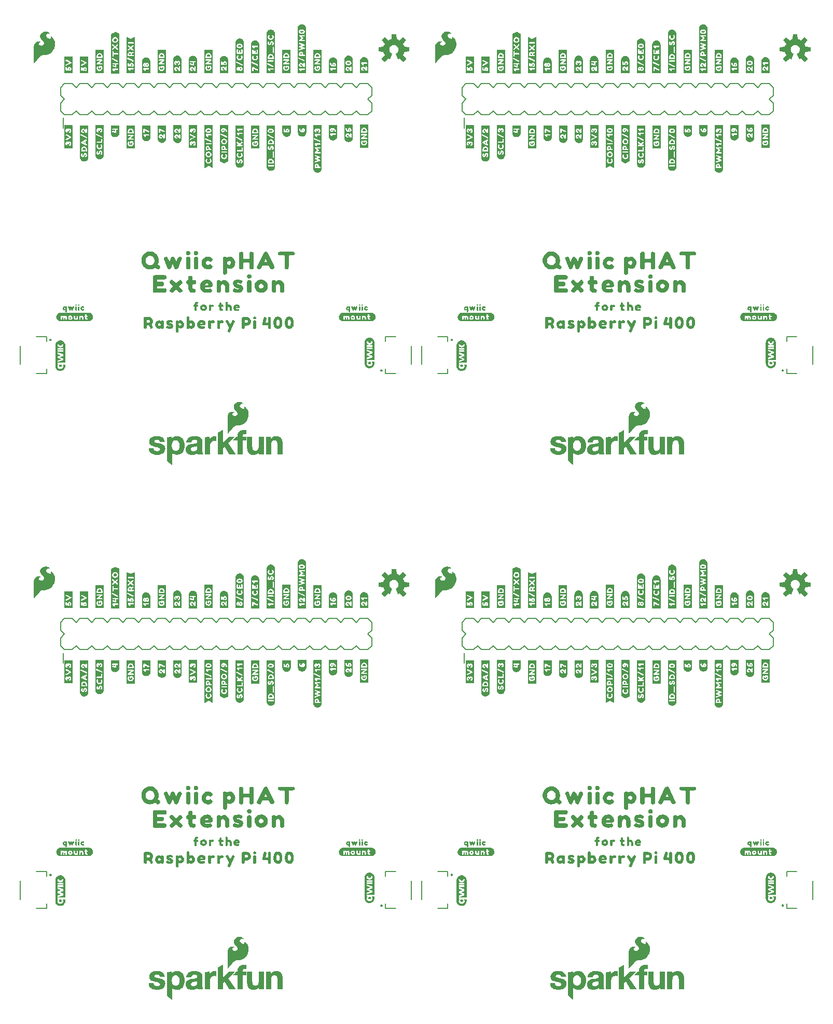
<source format=gto>
G04 EAGLE Gerber RS-274X export*
G75*
%MOMM*%
%FSLAX34Y34*%
%LPD*%
%INSilkscreen Top*%
%IPPOS*%
%AMOC8*
5,1,8,0,0,1.08239X$1,22.5*%
G01*
%ADD10C,0.203200*%

G36*
X1285598Y1591419D02*
X1285598Y1591419D01*
X1285654Y1591419D01*
X1285682Y1591433D01*
X1285714Y1591439D01*
X1285773Y1591479D01*
X1285809Y1591497D01*
X1285818Y1591509D01*
X1285834Y1591520D01*
X1290142Y1595828D01*
X1290159Y1595855D01*
X1290183Y1595876D01*
X1290204Y1595928D01*
X1290233Y1595975D01*
X1290236Y1596007D01*
X1290248Y1596037D01*
X1290245Y1596092D01*
X1290250Y1596148D01*
X1290238Y1596178D01*
X1290236Y1596209D01*
X1290202Y1596273D01*
X1290188Y1596310D01*
X1290177Y1596320D01*
X1290168Y1596337D01*
X1285201Y1602428D01*
X1286390Y1604737D01*
X1286397Y1604764D01*
X1286414Y1604796D01*
X1287206Y1607270D01*
X1295025Y1608063D01*
X1295056Y1608074D01*
X1295088Y1608075D01*
X1295137Y1608102D01*
X1295189Y1608120D01*
X1295212Y1608143D01*
X1295240Y1608158D01*
X1295272Y1608203D01*
X1295311Y1608243D01*
X1295321Y1608273D01*
X1295340Y1608300D01*
X1295353Y1608370D01*
X1295366Y1608407D01*
X1295364Y1608423D01*
X1295367Y1608442D01*
X1295367Y1614536D01*
X1295360Y1614567D01*
X1295362Y1614599D01*
X1295340Y1614650D01*
X1295328Y1614705D01*
X1295307Y1614729D01*
X1295295Y1614759D01*
X1295253Y1614795D01*
X1295218Y1614838D01*
X1295188Y1614851D01*
X1295164Y1614872D01*
X1295095Y1614893D01*
X1295059Y1614909D01*
X1295044Y1614908D01*
X1295025Y1614914D01*
X1287206Y1615708D01*
X1286414Y1618182D01*
X1286401Y1618205D01*
X1286390Y1618240D01*
X1285201Y1620550D01*
X1290168Y1626640D01*
X1290182Y1626669D01*
X1290203Y1626693D01*
X1290219Y1626746D01*
X1290244Y1626796D01*
X1290244Y1626828D01*
X1290253Y1626859D01*
X1290243Y1626914D01*
X1290243Y1626969D01*
X1290228Y1626998D01*
X1290223Y1627030D01*
X1290183Y1627089D01*
X1290165Y1627124D01*
X1290153Y1627134D01*
X1290142Y1627150D01*
X1285834Y1631458D01*
X1285807Y1631475D01*
X1285786Y1631499D01*
X1285734Y1631520D01*
X1285687Y1631549D01*
X1285655Y1631552D01*
X1285625Y1631564D01*
X1285570Y1631560D01*
X1285514Y1631566D01*
X1285484Y1631554D01*
X1285452Y1631552D01*
X1285389Y1631518D01*
X1285352Y1631504D01*
X1285342Y1631493D01*
X1285325Y1631483D01*
X1279234Y1626517D01*
X1276924Y1627706D01*
X1276898Y1627713D01*
X1276866Y1627730D01*
X1274392Y1628522D01*
X1273598Y1636341D01*
X1273590Y1636366D01*
X1273589Y1636379D01*
X1273588Y1636382D01*
X1273587Y1636403D01*
X1273560Y1636452D01*
X1273542Y1636505D01*
X1273519Y1636528D01*
X1273504Y1636556D01*
X1273458Y1636588D01*
X1273419Y1636627D01*
X1273388Y1636637D01*
X1273362Y1636655D01*
X1273292Y1636669D01*
X1273254Y1636681D01*
X1273239Y1636679D01*
X1273220Y1636683D01*
X1267126Y1636683D01*
X1267095Y1636676D01*
X1267063Y1636678D01*
X1267012Y1636656D01*
X1266957Y1636644D01*
X1266933Y1636623D01*
X1266903Y1636611D01*
X1266867Y1636569D01*
X1266824Y1636533D01*
X1266811Y1636504D01*
X1266790Y1636480D01*
X1266769Y1636411D01*
X1266753Y1636375D01*
X1266753Y1636360D01*
X1266751Y1636352D01*
X1266750Y1636351D01*
X1266750Y1636350D01*
X1266748Y1636341D01*
X1265954Y1628522D01*
X1263480Y1627730D01*
X1263457Y1627716D01*
X1263422Y1627706D01*
X1261112Y1626517D01*
X1255021Y1631483D01*
X1254993Y1631498D01*
X1254969Y1631519D01*
X1254916Y1631535D01*
X1254866Y1631560D01*
X1254834Y1631559D01*
X1254803Y1631568D01*
X1254748Y1631559D01*
X1254692Y1631559D01*
X1254664Y1631544D01*
X1254632Y1631539D01*
X1254573Y1631498D01*
X1254538Y1631481D01*
X1254528Y1631469D01*
X1254512Y1631458D01*
X1250204Y1627150D01*
X1250187Y1627123D01*
X1250163Y1627101D01*
X1250142Y1627050D01*
X1250113Y1627002D01*
X1250110Y1626971D01*
X1250098Y1626941D01*
X1250102Y1626886D01*
X1250096Y1626830D01*
X1250108Y1626800D01*
X1250110Y1626768D01*
X1250144Y1626705D01*
X1250158Y1626668D01*
X1250169Y1626658D01*
X1250178Y1626640D01*
X1255145Y1620550D01*
X1253956Y1618240D01*
X1253949Y1618214D01*
X1253932Y1618182D01*
X1253140Y1615708D01*
X1245321Y1614914D01*
X1245290Y1614904D01*
X1245258Y1614902D01*
X1245209Y1614876D01*
X1245157Y1614858D01*
X1245134Y1614835D01*
X1245106Y1614820D01*
X1245074Y1614774D01*
X1245035Y1614735D01*
X1245025Y1614704D01*
X1245006Y1614678D01*
X1244993Y1614607D01*
X1244980Y1614570D01*
X1244982Y1614555D01*
X1244979Y1614536D01*
X1244979Y1608442D01*
X1244986Y1608411D01*
X1244984Y1608379D01*
X1245006Y1608327D01*
X1245018Y1608273D01*
X1245039Y1608248D01*
X1245051Y1608219D01*
X1245093Y1608182D01*
X1245128Y1608139D01*
X1245158Y1608126D01*
X1245182Y1608105D01*
X1245251Y1608085D01*
X1245287Y1608069D01*
X1245302Y1608069D01*
X1245321Y1608063D01*
X1253140Y1607270D01*
X1253932Y1604796D01*
X1253945Y1604772D01*
X1253956Y1604737D01*
X1255145Y1602428D01*
X1250178Y1596337D01*
X1250164Y1596308D01*
X1250143Y1596285D01*
X1250127Y1596231D01*
X1250102Y1596181D01*
X1250102Y1596149D01*
X1250093Y1596119D01*
X1250103Y1596064D01*
X1250103Y1596008D01*
X1250118Y1595980D01*
X1250123Y1595948D01*
X1250163Y1595888D01*
X1250181Y1595853D01*
X1250193Y1595844D01*
X1250204Y1595828D01*
X1254512Y1591520D01*
X1254539Y1591503D01*
X1254560Y1591479D01*
X1254612Y1591458D01*
X1254659Y1591429D01*
X1254691Y1591425D01*
X1254721Y1591413D01*
X1254776Y1591417D01*
X1254832Y1591412D01*
X1254862Y1591423D01*
X1254894Y1591426D01*
X1254957Y1591460D01*
X1254994Y1591474D01*
X1255004Y1591485D01*
X1255021Y1591494D01*
X1261112Y1596461D01*
X1263421Y1595271D01*
X1263485Y1595255D01*
X1263548Y1595232D01*
X1263569Y1595234D01*
X1263589Y1595229D01*
X1263654Y1595243D01*
X1263720Y1595250D01*
X1263738Y1595261D01*
X1263758Y1595265D01*
X1263810Y1595307D01*
X1263866Y1595342D01*
X1263879Y1595362D01*
X1263894Y1595373D01*
X1263910Y1595408D01*
X1263946Y1595463D01*
X1267534Y1604125D01*
X1267540Y1604157D01*
X1267554Y1604187D01*
X1267553Y1604242D01*
X1267562Y1604296D01*
X1267553Y1604327D01*
X1267553Y1604360D01*
X1267528Y1604409D01*
X1267512Y1604462D01*
X1267489Y1604486D01*
X1267475Y1604515D01*
X1267420Y1604560D01*
X1267393Y1604588D01*
X1267378Y1604593D01*
X1267362Y1604606D01*
X1266044Y1605310D01*
X1264918Y1606234D01*
X1263994Y1607360D01*
X1263308Y1608645D01*
X1262885Y1610039D01*
X1262742Y1611488D01*
X1262899Y1613007D01*
X1263362Y1614460D01*
X1264113Y1615789D01*
X1265119Y1616936D01*
X1266338Y1617853D01*
X1267719Y1618502D01*
X1269203Y1618856D01*
X1270728Y1618899D01*
X1272230Y1618629D01*
X1273645Y1618058D01*
X1274913Y1617211D01*
X1275982Y1616122D01*
X1276806Y1614838D01*
X1277350Y1613412D01*
X1277592Y1611906D01*
X1277520Y1610381D01*
X1277139Y1608904D01*
X1276465Y1607536D01*
X1275525Y1606334D01*
X1274359Y1605350D01*
X1272982Y1604605D01*
X1272959Y1604584D01*
X1272930Y1604571D01*
X1272894Y1604528D01*
X1272853Y1604490D01*
X1272841Y1604461D01*
X1272821Y1604436D01*
X1272808Y1604382D01*
X1272787Y1604330D01*
X1272790Y1604298D01*
X1272783Y1604267D01*
X1272797Y1604196D01*
X1272800Y1604157D01*
X1272808Y1604144D01*
X1272812Y1604125D01*
X1276400Y1595463D01*
X1276439Y1595409D01*
X1276471Y1595351D01*
X1276488Y1595340D01*
X1276501Y1595323D01*
X1276559Y1595291D01*
X1276614Y1595254D01*
X1276635Y1595251D01*
X1276654Y1595241D01*
X1276720Y1595239D01*
X1276786Y1595230D01*
X1276809Y1595237D01*
X1276827Y1595236D01*
X1276862Y1595252D01*
X1276925Y1595271D01*
X1279234Y1596461D01*
X1285325Y1591494D01*
X1285353Y1591480D01*
X1285377Y1591458D01*
X1285430Y1591443D01*
X1285480Y1591418D01*
X1285512Y1591418D01*
X1285543Y1591409D01*
X1285598Y1591419D01*
G37*
G36*
X1285598Y718319D02*
X1285598Y718319D01*
X1285654Y718319D01*
X1285682Y718334D01*
X1285714Y718339D01*
X1285773Y718380D01*
X1285809Y718397D01*
X1285818Y718409D01*
X1285834Y718420D01*
X1290142Y722728D01*
X1290159Y722755D01*
X1290183Y722777D01*
X1290204Y722828D01*
X1290233Y722876D01*
X1290236Y722907D01*
X1290248Y722937D01*
X1290245Y722992D01*
X1290250Y723048D01*
X1290238Y723078D01*
X1290236Y723110D01*
X1290202Y723173D01*
X1290188Y723210D01*
X1290177Y723220D01*
X1290168Y723238D01*
X1285201Y729328D01*
X1286390Y731638D01*
X1286397Y731664D01*
X1286414Y731696D01*
X1287206Y734170D01*
X1295025Y734964D01*
X1295056Y734974D01*
X1295088Y734976D01*
X1295137Y735002D01*
X1295189Y735020D01*
X1295212Y735043D01*
X1295240Y735058D01*
X1295272Y735104D01*
X1295311Y735143D01*
X1295321Y735174D01*
X1295340Y735200D01*
X1295353Y735271D01*
X1295366Y735308D01*
X1295364Y735323D01*
X1295367Y735342D01*
X1295367Y741436D01*
X1295360Y741467D01*
X1295362Y741499D01*
X1295340Y741551D01*
X1295328Y741605D01*
X1295307Y741630D01*
X1295295Y741659D01*
X1295253Y741696D01*
X1295218Y741739D01*
X1295188Y741752D01*
X1295164Y741773D01*
X1295095Y741793D01*
X1295059Y741809D01*
X1295044Y741809D01*
X1295025Y741815D01*
X1287206Y742608D01*
X1286414Y745082D01*
X1286401Y745106D01*
X1286390Y745141D01*
X1285201Y747450D01*
X1290168Y753541D01*
X1290182Y753570D01*
X1290203Y753593D01*
X1290219Y753647D01*
X1290244Y753697D01*
X1290244Y753729D01*
X1290253Y753759D01*
X1290243Y753814D01*
X1290243Y753870D01*
X1290228Y753898D01*
X1290223Y753930D01*
X1290183Y753990D01*
X1290165Y754025D01*
X1290153Y754034D01*
X1290142Y754050D01*
X1285834Y758358D01*
X1285807Y758375D01*
X1285786Y758399D01*
X1285734Y758420D01*
X1285687Y758449D01*
X1285655Y758453D01*
X1285625Y758465D01*
X1285570Y758461D01*
X1285514Y758466D01*
X1285484Y758455D01*
X1285452Y758452D01*
X1285389Y758418D01*
X1285352Y758404D01*
X1285342Y758393D01*
X1285325Y758384D01*
X1279234Y753417D01*
X1276924Y754607D01*
X1276898Y754613D01*
X1276866Y754631D01*
X1274392Y755422D01*
X1273598Y763242D01*
X1273590Y763267D01*
X1273589Y763279D01*
X1273588Y763282D01*
X1273587Y763304D01*
X1273560Y763353D01*
X1273542Y763405D01*
X1273519Y763428D01*
X1273504Y763456D01*
X1273458Y763488D01*
X1273419Y763527D01*
X1273388Y763537D01*
X1273362Y763556D01*
X1273292Y763570D01*
X1273254Y763582D01*
X1273239Y763580D01*
X1273220Y763583D01*
X1267126Y763583D01*
X1267095Y763576D01*
X1267063Y763578D01*
X1267012Y763557D01*
X1266957Y763544D01*
X1266933Y763524D01*
X1266903Y763511D01*
X1266867Y763469D01*
X1266824Y763434D01*
X1266811Y763405D01*
X1266790Y763380D01*
X1266769Y763311D01*
X1266753Y763276D01*
X1266753Y763260D01*
X1266751Y763253D01*
X1266750Y763251D01*
X1266750Y763250D01*
X1266748Y763242D01*
X1265954Y755422D01*
X1263480Y754631D01*
X1263457Y754617D01*
X1263422Y754607D01*
X1261112Y753417D01*
X1255021Y758384D01*
X1254993Y758398D01*
X1254969Y758420D01*
X1254916Y758435D01*
X1254866Y758460D01*
X1254834Y758460D01*
X1254803Y758469D01*
X1254748Y758459D01*
X1254692Y758459D01*
X1254664Y758445D01*
X1254632Y758439D01*
X1254573Y758399D01*
X1254538Y758381D01*
X1254528Y758369D01*
X1254512Y758358D01*
X1250204Y754050D01*
X1250187Y754023D01*
X1250163Y754002D01*
X1250142Y753950D01*
X1250113Y753903D01*
X1250110Y753871D01*
X1250098Y753841D01*
X1250102Y753786D01*
X1250096Y753730D01*
X1250108Y753700D01*
X1250110Y753669D01*
X1250144Y753605D01*
X1250158Y753568D01*
X1250169Y753558D01*
X1250178Y753541D01*
X1255145Y747450D01*
X1253956Y745141D01*
X1253949Y745114D01*
X1253932Y745082D01*
X1253140Y742608D01*
X1245321Y741815D01*
X1245290Y741804D01*
X1245258Y741803D01*
X1245209Y741776D01*
X1245157Y741758D01*
X1245134Y741735D01*
X1245106Y741720D01*
X1245074Y741675D01*
X1245035Y741635D01*
X1245025Y741605D01*
X1245006Y741578D01*
X1244993Y741508D01*
X1244980Y741471D01*
X1244982Y741455D01*
X1244979Y741436D01*
X1244979Y735342D01*
X1244986Y735311D01*
X1244984Y735279D01*
X1245006Y735228D01*
X1245018Y735173D01*
X1245039Y735149D01*
X1245051Y735119D01*
X1245093Y735083D01*
X1245128Y735040D01*
X1245158Y735027D01*
X1245182Y735006D01*
X1245251Y734985D01*
X1245287Y734969D01*
X1245302Y734970D01*
X1245321Y734964D01*
X1253140Y734170D01*
X1253932Y731696D01*
X1253945Y731673D01*
X1253956Y731638D01*
X1255145Y729328D01*
X1250178Y723238D01*
X1250164Y723209D01*
X1250143Y723185D01*
X1250127Y723132D01*
X1250102Y723082D01*
X1250102Y723050D01*
X1250093Y723019D01*
X1250103Y722964D01*
X1250103Y722909D01*
X1250118Y722880D01*
X1250123Y722848D01*
X1250163Y722789D01*
X1250181Y722754D01*
X1250193Y722744D01*
X1250204Y722728D01*
X1254512Y718420D01*
X1254539Y718403D01*
X1254560Y718379D01*
X1254612Y718358D01*
X1254659Y718329D01*
X1254691Y718326D01*
X1254721Y718314D01*
X1254776Y718318D01*
X1254832Y718312D01*
X1254862Y718324D01*
X1254894Y718326D01*
X1254957Y718360D01*
X1254994Y718374D01*
X1255004Y718385D01*
X1255021Y718395D01*
X1261112Y723361D01*
X1263421Y722171D01*
X1263485Y722155D01*
X1263548Y722132D01*
X1263569Y722134D01*
X1263589Y722129D01*
X1263654Y722143D01*
X1263720Y722150D01*
X1263738Y722161D01*
X1263758Y722166D01*
X1263810Y722207D01*
X1263866Y722243D01*
X1263879Y722262D01*
X1263894Y722274D01*
X1263910Y722309D01*
X1263946Y722364D01*
X1267534Y731026D01*
X1267540Y731058D01*
X1267554Y731087D01*
X1267553Y731142D01*
X1267562Y731197D01*
X1267553Y731228D01*
X1267553Y731260D01*
X1267528Y731310D01*
X1267512Y731362D01*
X1267489Y731386D01*
X1267475Y731415D01*
X1267420Y731460D01*
X1267393Y731488D01*
X1267378Y731494D01*
X1267362Y731507D01*
X1266044Y732211D01*
X1264918Y733135D01*
X1263994Y734261D01*
X1263308Y735546D01*
X1262885Y736940D01*
X1262742Y738388D01*
X1262899Y739907D01*
X1263362Y741361D01*
X1264113Y742689D01*
X1265119Y743836D01*
X1266338Y744754D01*
X1267719Y745403D01*
X1269203Y745756D01*
X1270728Y745799D01*
X1272230Y745529D01*
X1273645Y744959D01*
X1274913Y744111D01*
X1275982Y743022D01*
X1276806Y741738D01*
X1277350Y740313D01*
X1277592Y738806D01*
X1277520Y737282D01*
X1277139Y735805D01*
X1276465Y734436D01*
X1275525Y733234D01*
X1274359Y732250D01*
X1272982Y731506D01*
X1272959Y731485D01*
X1272930Y731471D01*
X1272894Y731428D01*
X1272853Y731391D01*
X1272841Y731361D01*
X1272821Y731337D01*
X1272808Y731282D01*
X1272787Y731230D01*
X1272790Y731199D01*
X1272783Y731168D01*
X1272797Y731097D01*
X1272800Y731057D01*
X1272808Y731044D01*
X1272812Y731026D01*
X1276400Y722364D01*
X1276439Y722310D01*
X1276471Y722252D01*
X1276488Y722240D01*
X1276501Y722223D01*
X1276559Y722192D01*
X1276614Y722154D01*
X1276635Y722151D01*
X1276654Y722142D01*
X1276720Y722140D01*
X1276786Y722131D01*
X1276809Y722137D01*
X1276827Y722137D01*
X1276862Y722153D01*
X1276925Y722171D01*
X1279234Y723361D01*
X1285325Y718395D01*
X1285353Y718380D01*
X1285377Y718359D01*
X1285430Y718343D01*
X1285480Y718318D01*
X1285512Y718319D01*
X1285543Y718310D01*
X1285598Y718319D01*
G37*
G36*
X630507Y1591419D02*
X630507Y1591419D01*
X630562Y1591419D01*
X630591Y1591433D01*
X630622Y1591439D01*
X630682Y1591479D01*
X630717Y1591497D01*
X630726Y1591509D01*
X630742Y1591520D01*
X635050Y1595828D01*
X635067Y1595855D01*
X635091Y1595876D01*
X635112Y1595928D01*
X635142Y1595975D01*
X635145Y1596007D01*
X635157Y1596037D01*
X635153Y1596092D01*
X635158Y1596148D01*
X635147Y1596178D01*
X635145Y1596209D01*
X635111Y1596273D01*
X635097Y1596310D01*
X635085Y1596320D01*
X635076Y1596337D01*
X630110Y1602428D01*
X631299Y1604737D01*
X631306Y1604764D01*
X631323Y1604796D01*
X632115Y1607270D01*
X639934Y1608063D01*
X639964Y1608074D01*
X639996Y1608075D01*
X640045Y1608102D01*
X640098Y1608120D01*
X640120Y1608143D01*
X640149Y1608158D01*
X640181Y1608203D01*
X640220Y1608243D01*
X640230Y1608273D01*
X640248Y1608300D01*
X640262Y1608370D01*
X640274Y1608407D01*
X640272Y1608423D01*
X640276Y1608442D01*
X640276Y1614536D01*
X640269Y1614567D01*
X640271Y1614599D01*
X640249Y1614650D01*
X640236Y1614705D01*
X640216Y1614729D01*
X640204Y1614759D01*
X640162Y1614795D01*
X640126Y1614838D01*
X640097Y1614851D01*
X640073Y1614872D01*
X640004Y1614893D01*
X639968Y1614909D01*
X639953Y1614908D01*
X639934Y1614914D01*
X632115Y1615708D01*
X631323Y1618182D01*
X631309Y1618205D01*
X631299Y1618240D01*
X630110Y1620550D01*
X635076Y1626640D01*
X635090Y1626669D01*
X635112Y1626693D01*
X635128Y1626746D01*
X635152Y1626796D01*
X635152Y1626828D01*
X635161Y1626859D01*
X635152Y1626914D01*
X635151Y1626969D01*
X635137Y1626998D01*
X635132Y1627030D01*
X635091Y1627089D01*
X635074Y1627124D01*
X635061Y1627134D01*
X635050Y1627150D01*
X630742Y1631458D01*
X630715Y1631475D01*
X630694Y1631499D01*
X630643Y1631520D01*
X630595Y1631549D01*
X630563Y1631552D01*
X630534Y1631564D01*
X630478Y1631560D01*
X630423Y1631566D01*
X630393Y1631554D01*
X630361Y1631552D01*
X630298Y1631518D01*
X630261Y1631504D01*
X630250Y1631493D01*
X630233Y1631483D01*
X624142Y1626517D01*
X621833Y1627706D01*
X621807Y1627713D01*
X621775Y1627730D01*
X619301Y1628522D01*
X618507Y1636341D01*
X618498Y1636366D01*
X618498Y1636379D01*
X618496Y1636382D01*
X618495Y1636403D01*
X618469Y1636452D01*
X618451Y1636505D01*
X618428Y1636528D01*
X618413Y1636556D01*
X618367Y1636588D01*
X618327Y1636627D01*
X618297Y1636637D01*
X618271Y1636655D01*
X618200Y1636669D01*
X618163Y1636681D01*
X618148Y1636679D01*
X618129Y1636683D01*
X612035Y1636683D01*
X612003Y1636676D01*
X611971Y1636678D01*
X611920Y1636656D01*
X611866Y1636644D01*
X611841Y1636623D01*
X611812Y1636611D01*
X611775Y1636569D01*
X611732Y1636533D01*
X611719Y1636504D01*
X611698Y1636480D01*
X611677Y1636411D01*
X611661Y1636375D01*
X611662Y1636360D01*
X611660Y1636352D01*
X611659Y1636351D01*
X611659Y1636350D01*
X611656Y1636341D01*
X610862Y1628522D01*
X608388Y1627730D01*
X608365Y1627716D01*
X608330Y1627706D01*
X606021Y1626517D01*
X599930Y1631483D01*
X599901Y1631498D01*
X599878Y1631519D01*
X599824Y1631535D01*
X599774Y1631560D01*
X599742Y1631559D01*
X599712Y1631568D01*
X599657Y1631559D01*
X599601Y1631559D01*
X599572Y1631544D01*
X599541Y1631539D01*
X599481Y1631498D01*
X599446Y1631481D01*
X599437Y1631469D01*
X599421Y1631458D01*
X595113Y1627150D01*
X595096Y1627123D01*
X595072Y1627101D01*
X595051Y1627050D01*
X595021Y1627002D01*
X595018Y1626971D01*
X595006Y1626941D01*
X595010Y1626886D01*
X595005Y1626830D01*
X595016Y1626800D01*
X595018Y1626768D01*
X595052Y1626705D01*
X595066Y1626668D01*
X595078Y1626658D01*
X595087Y1626640D01*
X600054Y1620550D01*
X598864Y1618240D01*
X598858Y1618214D01*
X598840Y1618182D01*
X598048Y1615708D01*
X590229Y1614914D01*
X590199Y1614904D01*
X590167Y1614902D01*
X590118Y1614876D01*
X590065Y1614858D01*
X590043Y1614835D01*
X590015Y1614820D01*
X589983Y1614774D01*
X589943Y1614735D01*
X589933Y1614704D01*
X589915Y1614678D01*
X589901Y1614607D01*
X589889Y1614570D01*
X589891Y1614555D01*
X589887Y1614536D01*
X589887Y1608442D01*
X589895Y1608411D01*
X589893Y1608379D01*
X589914Y1608327D01*
X589927Y1608273D01*
X589947Y1608248D01*
X589960Y1608219D01*
X590002Y1608182D01*
X590037Y1608139D01*
X590066Y1608126D01*
X590090Y1608105D01*
X590159Y1608085D01*
X590195Y1608069D01*
X590211Y1608069D01*
X590229Y1608063D01*
X598048Y1607270D01*
X598840Y1604796D01*
X598854Y1604772D01*
X598864Y1604737D01*
X600054Y1602428D01*
X595087Y1596337D01*
X595073Y1596308D01*
X595051Y1596285D01*
X595035Y1596231D01*
X595011Y1596181D01*
X595011Y1596149D01*
X595002Y1596119D01*
X595012Y1596064D01*
X595012Y1596008D01*
X595026Y1595980D01*
X595032Y1595948D01*
X595072Y1595888D01*
X595090Y1595853D01*
X595102Y1595844D01*
X595113Y1595828D01*
X599421Y1591520D01*
X599448Y1591503D01*
X599469Y1591479D01*
X599521Y1591458D01*
X599568Y1591429D01*
X599600Y1591425D01*
X599629Y1591413D01*
X599685Y1591417D01*
X599740Y1591412D01*
X599770Y1591423D01*
X599802Y1591426D01*
X599866Y1591460D01*
X599902Y1591474D01*
X599913Y1591485D01*
X599930Y1591494D01*
X606021Y1596461D01*
X608329Y1595271D01*
X608394Y1595255D01*
X608456Y1595232D01*
X608477Y1595234D01*
X608497Y1595229D01*
X608562Y1595243D01*
X608629Y1595250D01*
X608646Y1595261D01*
X608667Y1595265D01*
X608719Y1595307D01*
X608775Y1595342D01*
X608788Y1595362D01*
X608802Y1595373D01*
X608819Y1595408D01*
X608855Y1595463D01*
X612443Y1604125D01*
X612448Y1604157D01*
X612462Y1604187D01*
X612462Y1604242D01*
X612471Y1604296D01*
X612461Y1604327D01*
X612461Y1604360D01*
X612436Y1604409D01*
X612420Y1604462D01*
X612398Y1604486D01*
X612383Y1604515D01*
X612328Y1604560D01*
X612301Y1604588D01*
X612286Y1604593D01*
X612271Y1604606D01*
X610953Y1605310D01*
X609827Y1606234D01*
X608903Y1607360D01*
X608216Y1608645D01*
X607793Y1610039D01*
X607651Y1611488D01*
X607808Y1613007D01*
X608271Y1614460D01*
X609021Y1615789D01*
X610027Y1616936D01*
X611246Y1617853D01*
X612627Y1618502D01*
X614112Y1618856D01*
X615637Y1618899D01*
X617138Y1618629D01*
X618553Y1618058D01*
X619822Y1617211D01*
X620891Y1616122D01*
X621715Y1614838D01*
X622259Y1613412D01*
X622500Y1611906D01*
X622429Y1610381D01*
X622048Y1608904D01*
X621373Y1607536D01*
X620433Y1606334D01*
X619268Y1605350D01*
X617891Y1604605D01*
X617867Y1604584D01*
X617838Y1604571D01*
X617803Y1604528D01*
X617761Y1604490D01*
X617749Y1604461D01*
X617729Y1604436D01*
X617717Y1604382D01*
X617696Y1604330D01*
X617698Y1604298D01*
X617691Y1604267D01*
X617706Y1604196D01*
X617709Y1604157D01*
X617716Y1604144D01*
X617720Y1604125D01*
X621308Y1595463D01*
X621347Y1595409D01*
X621380Y1595351D01*
X621397Y1595340D01*
X621409Y1595323D01*
X621468Y1595291D01*
X621523Y1595254D01*
X621544Y1595251D01*
X621562Y1595241D01*
X621629Y1595239D01*
X621695Y1595230D01*
X621717Y1595237D01*
X621736Y1595236D01*
X621771Y1595252D01*
X621834Y1595271D01*
X624142Y1596461D01*
X630233Y1591494D01*
X630262Y1591480D01*
X630286Y1591458D01*
X630339Y1591443D01*
X630389Y1591418D01*
X630421Y1591418D01*
X630452Y1591409D01*
X630507Y1591419D01*
G37*
G36*
X630507Y718319D02*
X630507Y718319D01*
X630562Y718319D01*
X630591Y718334D01*
X630622Y718339D01*
X630682Y718380D01*
X630717Y718397D01*
X630726Y718409D01*
X630742Y718420D01*
X635050Y722728D01*
X635067Y722755D01*
X635091Y722777D01*
X635112Y722828D01*
X635142Y722876D01*
X635145Y722907D01*
X635157Y722937D01*
X635153Y722992D01*
X635158Y723048D01*
X635147Y723078D01*
X635145Y723110D01*
X635111Y723173D01*
X635097Y723210D01*
X635085Y723220D01*
X635076Y723238D01*
X630110Y729328D01*
X631299Y731638D01*
X631306Y731664D01*
X631323Y731696D01*
X632115Y734170D01*
X639934Y734964D01*
X639964Y734974D01*
X639996Y734976D01*
X640045Y735002D01*
X640098Y735020D01*
X640120Y735043D01*
X640149Y735058D01*
X640181Y735104D01*
X640220Y735143D01*
X640230Y735174D01*
X640248Y735200D01*
X640262Y735271D01*
X640274Y735308D01*
X640272Y735323D01*
X640276Y735342D01*
X640276Y741436D01*
X640269Y741467D01*
X640271Y741499D01*
X640249Y741551D01*
X640236Y741605D01*
X640216Y741630D01*
X640204Y741659D01*
X640162Y741696D01*
X640126Y741739D01*
X640097Y741752D01*
X640073Y741773D01*
X640004Y741793D01*
X639968Y741809D01*
X639953Y741809D01*
X639934Y741815D01*
X632115Y742608D01*
X631323Y745082D01*
X631309Y745106D01*
X631299Y745141D01*
X630110Y747450D01*
X635076Y753541D01*
X635090Y753570D01*
X635112Y753593D01*
X635128Y753647D01*
X635152Y753697D01*
X635152Y753729D01*
X635161Y753759D01*
X635152Y753814D01*
X635151Y753870D01*
X635137Y753898D01*
X635132Y753930D01*
X635091Y753990D01*
X635074Y754025D01*
X635061Y754034D01*
X635050Y754050D01*
X630742Y758358D01*
X630715Y758375D01*
X630694Y758399D01*
X630643Y758420D01*
X630595Y758449D01*
X630563Y758453D01*
X630534Y758465D01*
X630478Y758461D01*
X630423Y758466D01*
X630393Y758455D01*
X630361Y758452D01*
X630298Y758418D01*
X630261Y758404D01*
X630250Y758393D01*
X630233Y758384D01*
X624142Y753417D01*
X621833Y754607D01*
X621807Y754613D01*
X621775Y754631D01*
X619301Y755422D01*
X618507Y763242D01*
X618498Y763267D01*
X618498Y763279D01*
X618496Y763282D01*
X618495Y763304D01*
X618469Y763353D01*
X618451Y763405D01*
X618428Y763428D01*
X618413Y763456D01*
X618367Y763488D01*
X618327Y763527D01*
X618297Y763537D01*
X618271Y763556D01*
X618200Y763570D01*
X618163Y763582D01*
X618148Y763580D01*
X618129Y763583D01*
X612035Y763583D01*
X612003Y763576D01*
X611971Y763578D01*
X611920Y763557D01*
X611866Y763544D01*
X611841Y763524D01*
X611812Y763511D01*
X611775Y763469D01*
X611732Y763434D01*
X611719Y763405D01*
X611698Y763380D01*
X611677Y763311D01*
X611661Y763276D01*
X611662Y763260D01*
X611660Y763253D01*
X611659Y763251D01*
X611659Y763250D01*
X611656Y763242D01*
X610862Y755422D01*
X608388Y754631D01*
X608365Y754617D01*
X608330Y754607D01*
X606021Y753417D01*
X599930Y758384D01*
X599901Y758398D01*
X599878Y758420D01*
X599824Y758435D01*
X599774Y758460D01*
X599742Y758460D01*
X599712Y758469D01*
X599657Y758459D01*
X599601Y758459D01*
X599572Y758445D01*
X599541Y758439D01*
X599481Y758399D01*
X599446Y758381D01*
X599437Y758369D01*
X599421Y758358D01*
X595113Y754050D01*
X595096Y754023D01*
X595072Y754002D01*
X595051Y753950D01*
X595021Y753903D01*
X595018Y753871D01*
X595006Y753841D01*
X595010Y753786D01*
X595005Y753730D01*
X595016Y753700D01*
X595018Y753669D01*
X595052Y753605D01*
X595066Y753568D01*
X595078Y753558D01*
X595087Y753541D01*
X600054Y747450D01*
X598864Y745141D01*
X598858Y745114D01*
X598840Y745082D01*
X598048Y742608D01*
X590229Y741815D01*
X590199Y741804D01*
X590167Y741803D01*
X590118Y741776D01*
X590065Y741758D01*
X590043Y741735D01*
X590015Y741720D01*
X589983Y741675D01*
X589943Y741635D01*
X589933Y741605D01*
X589915Y741578D01*
X589901Y741508D01*
X589889Y741471D01*
X589891Y741455D01*
X589887Y741436D01*
X589887Y735342D01*
X589895Y735311D01*
X589893Y735279D01*
X589914Y735228D01*
X589927Y735173D01*
X589947Y735149D01*
X589960Y735119D01*
X590002Y735083D01*
X590037Y735040D01*
X590066Y735027D01*
X590090Y735006D01*
X590159Y734985D01*
X590195Y734969D01*
X590211Y734970D01*
X590229Y734964D01*
X598048Y734170D01*
X598840Y731696D01*
X598854Y731673D01*
X598864Y731638D01*
X600054Y729328D01*
X595087Y723238D01*
X595073Y723209D01*
X595051Y723185D01*
X595035Y723132D01*
X595011Y723082D01*
X595011Y723050D01*
X595002Y723019D01*
X595012Y722964D01*
X595012Y722909D01*
X595026Y722880D01*
X595032Y722848D01*
X595072Y722789D01*
X595090Y722754D01*
X595102Y722744D01*
X595113Y722728D01*
X599421Y718420D01*
X599448Y718403D01*
X599469Y718379D01*
X599521Y718358D01*
X599568Y718329D01*
X599600Y718326D01*
X599629Y718314D01*
X599685Y718318D01*
X599740Y718312D01*
X599770Y718324D01*
X599802Y718326D01*
X599866Y718360D01*
X599902Y718374D01*
X599913Y718385D01*
X599930Y718395D01*
X606021Y723361D01*
X608329Y722171D01*
X608394Y722155D01*
X608456Y722132D01*
X608477Y722134D01*
X608497Y722129D01*
X608562Y722143D01*
X608629Y722150D01*
X608646Y722161D01*
X608667Y722166D01*
X608719Y722207D01*
X608775Y722243D01*
X608788Y722262D01*
X608802Y722274D01*
X608819Y722309D01*
X608855Y722364D01*
X612443Y731026D01*
X612448Y731058D01*
X612462Y731087D01*
X612462Y731142D01*
X612471Y731197D01*
X612461Y731228D01*
X612461Y731260D01*
X612436Y731310D01*
X612420Y731362D01*
X612398Y731386D01*
X612383Y731415D01*
X612328Y731460D01*
X612301Y731488D01*
X612286Y731494D01*
X612271Y731507D01*
X610953Y732211D01*
X609827Y733135D01*
X608903Y734261D01*
X608216Y735546D01*
X607793Y736940D01*
X607651Y738388D01*
X607808Y739907D01*
X608271Y741361D01*
X609021Y742689D01*
X610027Y743836D01*
X611246Y744754D01*
X612627Y745403D01*
X614112Y745756D01*
X615637Y745799D01*
X617138Y745529D01*
X618553Y744959D01*
X619822Y744111D01*
X620891Y743022D01*
X621715Y741738D01*
X622259Y740313D01*
X622500Y738806D01*
X622429Y737282D01*
X622048Y735805D01*
X621373Y734436D01*
X620433Y733234D01*
X619268Y732250D01*
X617891Y731506D01*
X617867Y731485D01*
X617838Y731471D01*
X617803Y731428D01*
X617761Y731391D01*
X617749Y731361D01*
X617729Y731337D01*
X617717Y731282D01*
X617696Y731230D01*
X617698Y731199D01*
X617691Y731168D01*
X617706Y731097D01*
X617709Y731057D01*
X617716Y731044D01*
X617720Y731026D01*
X621308Y722364D01*
X621347Y722310D01*
X621380Y722252D01*
X621397Y722240D01*
X621409Y722223D01*
X621468Y722192D01*
X621523Y722154D01*
X621544Y722151D01*
X621562Y722142D01*
X621629Y722140D01*
X621695Y722131D01*
X621717Y722137D01*
X621736Y722137D01*
X621771Y722153D01*
X621834Y722171D01*
X624142Y723361D01*
X630233Y718395D01*
X630262Y718380D01*
X630286Y718359D01*
X630339Y718343D01*
X630389Y718318D01*
X630421Y718319D01*
X630452Y718310D01*
X630507Y718319D01*
G37*
G36*
X471132Y1572438D02*
X471132Y1572438D01*
X471140Y1572433D01*
X471640Y1572633D01*
X471654Y1572657D01*
X471662Y1572662D01*
X471659Y1572665D01*
X471665Y1572674D01*
X471671Y1572679D01*
X471671Y1645779D01*
X471668Y1645783D01*
X471670Y1645786D01*
X471571Y1646482D01*
X471571Y1647179D01*
X471564Y1647188D01*
X471568Y1647194D01*
X471369Y1647793D01*
X471169Y1648492D01*
X471163Y1648496D01*
X471166Y1648501D01*
X470866Y1649101D01*
X470861Y1649103D01*
X470863Y1649106D01*
X470463Y1649706D01*
X470459Y1649707D01*
X470460Y1649710D01*
X469660Y1650710D01*
X469656Y1650711D01*
X469656Y1650714D01*
X469156Y1651214D01*
X469149Y1651215D01*
X469149Y1651220D01*
X468549Y1651620D01*
X468544Y1651619D01*
X468544Y1651623D01*
X467344Y1652223D01*
X467338Y1652222D01*
X467337Y1652226D01*
X466737Y1652426D01*
X466736Y1652425D01*
X466735Y1652426D01*
X466035Y1652626D01*
X466031Y1652625D01*
X466030Y1652627D01*
X465430Y1652727D01*
X465424Y1652725D01*
X465422Y1652728D01*
X464722Y1652728D01*
X464717Y1652725D01*
X464715Y1652728D01*
X463315Y1652528D01*
X463314Y1652527D01*
X462714Y1652427D01*
X462706Y1652420D01*
X462700Y1652423D01*
X461500Y1651823D01*
X461498Y1651819D01*
X461494Y1651820D01*
X460894Y1651420D01*
X460893Y1651417D01*
X460891Y1651417D01*
X459891Y1650617D01*
X459889Y1650610D01*
X459884Y1650610D01*
X459384Y1650010D01*
X459383Y1650010D01*
X458983Y1649510D01*
X458983Y1649502D01*
X458978Y1649501D01*
X458378Y1648301D01*
X458379Y1648294D01*
X458374Y1648292D01*
X458174Y1647592D01*
X458176Y1647588D01*
X458173Y1647587D01*
X458073Y1646987D01*
X458073Y1646986D01*
X457973Y1646286D01*
X457975Y1646281D01*
X457972Y1646279D01*
X457972Y1572879D01*
X457986Y1572861D01*
X457982Y1572849D01*
X458282Y1572449D01*
X458313Y1572440D01*
X458322Y1572430D01*
X471122Y1572430D01*
X471132Y1572438D01*
G37*
G36*
X1126224Y699338D02*
X1126224Y699338D01*
X1126231Y699333D01*
X1126731Y699533D01*
X1126746Y699557D01*
X1126753Y699563D01*
X1126751Y699566D01*
X1126756Y699574D01*
X1126762Y699579D01*
X1126762Y772679D01*
X1126759Y772683D01*
X1126762Y772686D01*
X1126662Y773383D01*
X1126662Y774079D01*
X1126655Y774088D01*
X1126660Y774095D01*
X1126460Y774694D01*
X1126260Y775393D01*
X1126255Y775397D01*
X1126257Y775401D01*
X1125957Y776001D01*
X1125953Y776003D01*
X1125954Y776007D01*
X1125554Y776607D01*
X1125551Y776608D01*
X1125551Y776610D01*
X1124751Y777610D01*
X1124747Y777611D01*
X1124748Y777614D01*
X1124248Y778114D01*
X1124241Y778115D01*
X1124240Y778120D01*
X1123640Y778520D01*
X1123636Y778520D01*
X1123635Y778523D01*
X1122435Y779123D01*
X1122430Y779122D01*
X1122429Y779126D01*
X1121829Y779326D01*
X1121827Y779325D01*
X1121827Y779327D01*
X1121127Y779527D01*
X1121123Y779525D01*
X1121121Y779528D01*
X1120521Y779628D01*
X1120516Y779625D01*
X1120513Y779628D01*
X1119813Y779628D01*
X1119809Y779625D01*
X1119806Y779628D01*
X1118406Y779428D01*
X1118405Y779427D01*
X1118405Y779428D01*
X1117805Y779328D01*
X1117798Y779320D01*
X1117791Y779323D01*
X1116591Y778723D01*
X1116589Y778719D01*
X1116586Y778720D01*
X1115986Y778320D01*
X1115985Y778317D01*
X1115982Y778318D01*
X1114982Y777518D01*
X1114980Y777510D01*
X1114975Y777511D01*
X1114475Y776911D01*
X1114475Y776910D01*
X1114075Y776410D01*
X1114074Y776402D01*
X1114069Y776401D01*
X1113469Y775201D01*
X1113470Y775194D01*
X1113466Y775193D01*
X1113266Y774493D01*
X1113267Y774489D01*
X1113264Y774487D01*
X1113164Y773887D01*
X1113165Y773886D01*
X1113164Y773886D01*
X1113064Y773186D01*
X1113067Y773182D01*
X1113064Y773179D01*
X1113064Y699779D01*
X1113077Y699762D01*
X1113074Y699750D01*
X1113374Y699350D01*
X1113405Y699341D01*
X1113413Y699330D01*
X1126213Y699330D01*
X1126224Y699338D01*
G37*
G36*
X1126224Y1572438D02*
X1126224Y1572438D01*
X1126231Y1572433D01*
X1126731Y1572633D01*
X1126746Y1572657D01*
X1126753Y1572662D01*
X1126751Y1572665D01*
X1126756Y1572674D01*
X1126762Y1572679D01*
X1126762Y1645779D01*
X1126759Y1645783D01*
X1126762Y1645786D01*
X1126662Y1646482D01*
X1126662Y1647179D01*
X1126655Y1647188D01*
X1126660Y1647194D01*
X1126460Y1647793D01*
X1126260Y1648492D01*
X1126255Y1648496D01*
X1126257Y1648501D01*
X1125957Y1649101D01*
X1125953Y1649103D01*
X1125954Y1649106D01*
X1125554Y1649706D01*
X1125551Y1649707D01*
X1125551Y1649710D01*
X1124751Y1650710D01*
X1124747Y1650711D01*
X1124748Y1650714D01*
X1124248Y1651214D01*
X1124241Y1651215D01*
X1124240Y1651220D01*
X1123640Y1651620D01*
X1123636Y1651619D01*
X1123635Y1651623D01*
X1122435Y1652223D01*
X1122430Y1652222D01*
X1122429Y1652226D01*
X1121829Y1652426D01*
X1121827Y1652425D01*
X1121827Y1652426D01*
X1121127Y1652626D01*
X1121123Y1652625D01*
X1121121Y1652627D01*
X1120521Y1652727D01*
X1120516Y1652725D01*
X1120513Y1652728D01*
X1119813Y1652728D01*
X1119809Y1652725D01*
X1119806Y1652728D01*
X1118406Y1652528D01*
X1118405Y1652527D01*
X1117805Y1652427D01*
X1117798Y1652420D01*
X1117791Y1652423D01*
X1116591Y1651823D01*
X1116589Y1651819D01*
X1116586Y1651820D01*
X1115986Y1651420D01*
X1115985Y1651417D01*
X1115982Y1651417D01*
X1114982Y1650617D01*
X1114980Y1650610D01*
X1114975Y1650610D01*
X1114475Y1650010D01*
X1114075Y1649510D01*
X1114074Y1649502D01*
X1114069Y1649501D01*
X1113469Y1648301D01*
X1113470Y1648294D01*
X1113466Y1648292D01*
X1113266Y1647592D01*
X1113267Y1647588D01*
X1113264Y1647587D01*
X1113164Y1646987D01*
X1113165Y1646986D01*
X1113164Y1646986D01*
X1113064Y1646286D01*
X1113067Y1646281D01*
X1113064Y1646279D01*
X1113064Y1572879D01*
X1113077Y1572861D01*
X1113074Y1572849D01*
X1113374Y1572449D01*
X1113405Y1572440D01*
X1113413Y1572430D01*
X1126213Y1572430D01*
X1126224Y1572438D01*
G37*
G36*
X471132Y699338D02*
X471132Y699338D01*
X471140Y699333D01*
X471640Y699533D01*
X471654Y699557D01*
X471662Y699563D01*
X471659Y699566D01*
X471665Y699574D01*
X471671Y699579D01*
X471671Y772679D01*
X471668Y772683D01*
X471670Y772686D01*
X471571Y773383D01*
X471571Y774079D01*
X471564Y774088D01*
X471568Y774095D01*
X471369Y774694D01*
X471169Y775393D01*
X471163Y775397D01*
X471166Y775401D01*
X470866Y776001D01*
X470861Y776003D01*
X470863Y776007D01*
X470463Y776607D01*
X470459Y776608D01*
X470460Y776610D01*
X469660Y777610D01*
X469656Y777611D01*
X469656Y777614D01*
X469156Y778114D01*
X469149Y778115D01*
X469149Y778120D01*
X468549Y778520D01*
X468544Y778520D01*
X468544Y778523D01*
X467344Y779123D01*
X467338Y779122D01*
X467337Y779126D01*
X466737Y779326D01*
X466736Y779325D01*
X466735Y779327D01*
X466035Y779527D01*
X466031Y779525D01*
X466030Y779528D01*
X465430Y779628D01*
X465424Y779625D01*
X465422Y779628D01*
X464722Y779628D01*
X464717Y779625D01*
X464715Y779628D01*
X463315Y779428D01*
X463314Y779427D01*
X463314Y779428D01*
X462714Y779328D01*
X462706Y779320D01*
X462700Y779323D01*
X461500Y778723D01*
X461498Y778719D01*
X461494Y778720D01*
X460894Y778320D01*
X460893Y778317D01*
X460891Y778318D01*
X459891Y777518D01*
X459889Y777510D01*
X459884Y777511D01*
X459384Y776911D01*
X459384Y776910D01*
X459383Y776910D01*
X458983Y776410D01*
X458983Y776402D01*
X458978Y776401D01*
X458378Y775201D01*
X458379Y775194D01*
X458374Y775193D01*
X458174Y774493D01*
X458176Y774489D01*
X458173Y774487D01*
X458073Y773887D01*
X458073Y773886D01*
X457973Y773186D01*
X457975Y773182D01*
X457972Y773179D01*
X457972Y699779D01*
X457986Y699762D01*
X457982Y699750D01*
X458282Y699350D01*
X458313Y699341D01*
X458322Y699330D01*
X471122Y699330D01*
X471132Y699338D01*
G37*
G36*
X491829Y537550D02*
X491829Y537550D01*
X491833Y537555D01*
X491837Y537552D01*
X493037Y537952D01*
X493040Y537957D01*
X493044Y537955D01*
X493644Y538255D01*
X493646Y538259D01*
X493649Y538258D01*
X494249Y538658D01*
X494250Y538661D01*
X494252Y538661D01*
X494752Y539061D01*
X494753Y539065D01*
X494756Y539064D01*
X495756Y540064D01*
X495757Y540069D01*
X495760Y540068D01*
X496160Y540568D01*
X496160Y540576D01*
X496166Y540577D01*
X496466Y541177D01*
X496465Y541179D01*
X496467Y541180D01*
X496767Y541880D01*
X496766Y541883D01*
X496768Y541884D01*
X496968Y542484D01*
X496966Y542490D01*
X496970Y542492D01*
X497070Y543191D01*
X497170Y543791D01*
X497167Y543797D01*
X497171Y543799D01*
X497171Y614299D01*
X497163Y614310D01*
X497167Y614317D01*
X496967Y614817D01*
X496926Y614842D01*
X496922Y614848D01*
X484122Y614848D01*
X484112Y614842D01*
X484106Y614846D01*
X483506Y614646D01*
X483476Y614602D01*
X483472Y614599D01*
X483472Y544199D01*
X483476Y544194D01*
X483473Y544191D01*
X483572Y543595D01*
X483572Y542899D01*
X483579Y542890D01*
X483575Y542884D01*
X483775Y542285D01*
X483974Y541586D01*
X483980Y541582D01*
X483978Y541577D01*
X484278Y540977D01*
X484282Y540975D01*
X484281Y540972D01*
X484681Y540372D01*
X484684Y540371D01*
X484683Y540368D01*
X485483Y539368D01*
X485491Y539366D01*
X485491Y539361D01*
X485991Y538961D01*
X485994Y538961D01*
X485994Y538958D01*
X487194Y538158D01*
X487199Y538159D01*
X487200Y538155D01*
X487800Y537855D01*
X487805Y537856D01*
X487806Y537852D01*
X488406Y537652D01*
X488408Y537653D01*
X488408Y537652D01*
X489108Y537452D01*
X489117Y537455D01*
X489122Y537450D01*
X489718Y537450D01*
X490415Y537350D01*
X490424Y537355D01*
X490429Y537350D01*
X491829Y537550D01*
G37*
G36*
X1146920Y537550D02*
X1146920Y537550D01*
X1146925Y537555D01*
X1146929Y537552D01*
X1148129Y537952D01*
X1148132Y537957D01*
X1148135Y537955D01*
X1148735Y538255D01*
X1148737Y538259D01*
X1148740Y538258D01*
X1149340Y538658D01*
X1149341Y538661D01*
X1149344Y538661D01*
X1149844Y539061D01*
X1149845Y539065D01*
X1149848Y539064D01*
X1150848Y540064D01*
X1150848Y540069D01*
X1150851Y540068D01*
X1151251Y540568D01*
X1151252Y540576D01*
X1151257Y540577D01*
X1151557Y541177D01*
X1151557Y541179D01*
X1151558Y541180D01*
X1151858Y541880D01*
X1151858Y541883D01*
X1151860Y541884D01*
X1152060Y542484D01*
X1152058Y542490D01*
X1152062Y542492D01*
X1152162Y543191D01*
X1152262Y543791D01*
X1152259Y543797D01*
X1152262Y543799D01*
X1152262Y614299D01*
X1152254Y614310D01*
X1152259Y614317D01*
X1152059Y614817D01*
X1152018Y614842D01*
X1152013Y614848D01*
X1139213Y614848D01*
X1139204Y614842D01*
X1139197Y614846D01*
X1138597Y614646D01*
X1138567Y614602D01*
X1138564Y614599D01*
X1138564Y544199D01*
X1138567Y544194D01*
X1138564Y544191D01*
X1138664Y543595D01*
X1138664Y542899D01*
X1138671Y542890D01*
X1138666Y542884D01*
X1138866Y542285D01*
X1139066Y541586D01*
X1139071Y541582D01*
X1139069Y541577D01*
X1139369Y540977D01*
X1139373Y540975D01*
X1139372Y540972D01*
X1139772Y540372D01*
X1139775Y540371D01*
X1139775Y540368D01*
X1140575Y539368D01*
X1140582Y539366D01*
X1140582Y539361D01*
X1141082Y538961D01*
X1141086Y538961D01*
X1141086Y538958D01*
X1142286Y538158D01*
X1142290Y538159D01*
X1142291Y538155D01*
X1142891Y537855D01*
X1142896Y537856D01*
X1142897Y537852D01*
X1143497Y537652D01*
X1143499Y537653D01*
X1143499Y537652D01*
X1144199Y537452D01*
X1144209Y537455D01*
X1144213Y537450D01*
X1144810Y537450D01*
X1145506Y537350D01*
X1145515Y537355D01*
X1145520Y537350D01*
X1146920Y537550D01*
G37*
G36*
X491829Y1410650D02*
X491829Y1410650D01*
X491833Y1410655D01*
X491837Y1410652D01*
X493037Y1411052D01*
X493040Y1411056D01*
X493044Y1411055D01*
X493644Y1411355D01*
X493646Y1411359D01*
X493649Y1411358D01*
X494249Y1411758D01*
X494250Y1411761D01*
X494252Y1411760D01*
X494752Y1412160D01*
X494753Y1412164D01*
X494756Y1412164D01*
X495756Y1413164D01*
X495757Y1413168D01*
X495760Y1413168D01*
X496160Y1413668D01*
X496160Y1413676D01*
X496166Y1413677D01*
X496466Y1414277D01*
X496465Y1414279D01*
X496467Y1414279D01*
X496767Y1414979D01*
X496766Y1414982D01*
X496768Y1414983D01*
X496968Y1415583D01*
X496966Y1415590D01*
X496970Y1415592D01*
X497070Y1416291D01*
X497170Y1416891D01*
X497167Y1416896D01*
X497171Y1416899D01*
X497171Y1487399D01*
X497163Y1487409D01*
X497167Y1487417D01*
X496967Y1487917D01*
X496926Y1487942D01*
X496922Y1487948D01*
X484122Y1487948D01*
X484112Y1487941D01*
X484106Y1487946D01*
X483506Y1487746D01*
X483476Y1487701D01*
X483472Y1487699D01*
X483472Y1417299D01*
X483476Y1417294D01*
X483473Y1417291D01*
X483572Y1416695D01*
X483572Y1415999D01*
X483579Y1415990D01*
X483575Y1415983D01*
X483775Y1415384D01*
X483974Y1414685D01*
X483980Y1414681D01*
X483978Y1414677D01*
X484278Y1414077D01*
X484282Y1414075D01*
X484281Y1414071D01*
X484681Y1413471D01*
X484684Y1413470D01*
X484683Y1413468D01*
X485483Y1412468D01*
X485491Y1412466D01*
X485491Y1412460D01*
X485991Y1412060D01*
X485994Y1412060D01*
X485994Y1412058D01*
X487194Y1411258D01*
X487199Y1411258D01*
X487200Y1411255D01*
X487800Y1410955D01*
X487805Y1410956D01*
X487806Y1410952D01*
X488406Y1410752D01*
X488408Y1410753D01*
X488408Y1410751D01*
X489108Y1410551D01*
X489117Y1410555D01*
X489122Y1410550D01*
X489718Y1410550D01*
X490415Y1410450D01*
X490424Y1410455D01*
X490429Y1410450D01*
X491829Y1410650D01*
G37*
G36*
X1146920Y1410650D02*
X1146920Y1410650D01*
X1146925Y1410655D01*
X1146929Y1410652D01*
X1148129Y1411052D01*
X1148132Y1411056D01*
X1148135Y1411055D01*
X1148735Y1411355D01*
X1148737Y1411359D01*
X1148740Y1411358D01*
X1149340Y1411758D01*
X1149341Y1411761D01*
X1149344Y1411760D01*
X1149844Y1412160D01*
X1149845Y1412164D01*
X1149848Y1412164D01*
X1150848Y1413164D01*
X1150848Y1413168D01*
X1150851Y1413168D01*
X1151251Y1413668D01*
X1151252Y1413676D01*
X1151257Y1413677D01*
X1151557Y1414277D01*
X1151557Y1414279D01*
X1151558Y1414279D01*
X1151858Y1414979D01*
X1151858Y1414982D01*
X1151860Y1414983D01*
X1152060Y1415583D01*
X1152058Y1415590D01*
X1152062Y1415592D01*
X1152162Y1416291D01*
X1152262Y1416891D01*
X1152259Y1416896D01*
X1152262Y1416899D01*
X1152262Y1487399D01*
X1152254Y1487409D01*
X1152259Y1487417D01*
X1152059Y1487917D01*
X1152018Y1487942D01*
X1152013Y1487948D01*
X1139213Y1487948D01*
X1139204Y1487941D01*
X1139197Y1487946D01*
X1138597Y1487746D01*
X1138567Y1487701D01*
X1138564Y1487699D01*
X1138564Y1417299D01*
X1138567Y1417294D01*
X1138564Y1417291D01*
X1138664Y1416695D01*
X1138664Y1415999D01*
X1138671Y1415990D01*
X1138666Y1415983D01*
X1138866Y1415384D01*
X1139066Y1414685D01*
X1139071Y1414681D01*
X1139069Y1414677D01*
X1139369Y1414077D01*
X1139373Y1414075D01*
X1139372Y1414071D01*
X1139772Y1413471D01*
X1139775Y1413470D01*
X1139775Y1413468D01*
X1140575Y1412468D01*
X1140582Y1412466D01*
X1140582Y1412460D01*
X1141082Y1412060D01*
X1141086Y1412060D01*
X1141086Y1412058D01*
X1142286Y1411258D01*
X1142290Y1411258D01*
X1142291Y1411255D01*
X1142891Y1410955D01*
X1142896Y1410956D01*
X1142897Y1410952D01*
X1143497Y1410752D01*
X1143499Y1410753D01*
X1143499Y1410751D01*
X1144199Y1410551D01*
X1144209Y1410555D01*
X1144213Y1410550D01*
X1144810Y1410550D01*
X1145506Y1410450D01*
X1145515Y1410455D01*
X1145520Y1410450D01*
X1146920Y1410650D01*
G37*
G36*
X1069618Y1413323D02*
X1069618Y1413323D01*
X1069621Y1413320D01*
X1070221Y1413420D01*
X1070920Y1413520D01*
X1070924Y1413524D01*
X1070927Y1413521D01*
X1071627Y1413721D01*
X1071631Y1413727D01*
X1071635Y1413725D01*
X1072835Y1414325D01*
X1072838Y1414332D01*
X1072844Y1414330D01*
X1073344Y1414730D01*
X1073345Y1414734D01*
X1073348Y1414734D01*
X1074348Y1415734D01*
X1074348Y1415738D01*
X1074351Y1415738D01*
X1074751Y1416238D01*
X1074752Y1416241D01*
X1074754Y1416241D01*
X1075154Y1416841D01*
X1075154Y1416846D01*
X1075157Y1416847D01*
X1075457Y1417447D01*
X1075456Y1417452D01*
X1075460Y1417453D01*
X1075660Y1418053D01*
X1075659Y1418055D01*
X1075660Y1418055D01*
X1075860Y1418755D01*
X1075859Y1418759D01*
X1075862Y1418761D01*
X1075962Y1419361D01*
X1075961Y1419362D01*
X1075962Y1419362D01*
X1076062Y1420062D01*
X1076059Y1420066D01*
X1076062Y1420069D01*
X1076062Y1487169D01*
X1076049Y1487186D01*
X1076052Y1487198D01*
X1075752Y1487598D01*
X1075721Y1487607D01*
X1075713Y1487618D01*
X1062813Y1487618D01*
X1062795Y1487605D01*
X1062783Y1487608D01*
X1062383Y1487308D01*
X1062375Y1487277D01*
X1062364Y1487269D01*
X1062364Y1419969D01*
X1062367Y1419964D01*
X1062364Y1419961D01*
X1062464Y1419361D01*
X1062564Y1418662D01*
X1062568Y1418658D01*
X1062566Y1418655D01*
X1062766Y1417955D01*
X1062767Y1417954D01*
X1062766Y1417953D01*
X1062966Y1417353D01*
X1062971Y1417350D01*
X1062969Y1417347D01*
X1063269Y1416747D01*
X1063273Y1416745D01*
X1063272Y1416741D01*
X1063672Y1416141D01*
X1063675Y1416140D01*
X1063675Y1416138D01*
X1064075Y1415638D01*
X1064079Y1415637D01*
X1064078Y1415634D01*
X1064578Y1415134D01*
X1064582Y1415133D01*
X1064582Y1415130D01*
X1065082Y1414730D01*
X1065086Y1414730D01*
X1065086Y1414728D01*
X1065686Y1414328D01*
X1065690Y1414328D01*
X1065691Y1414325D01*
X1066891Y1413725D01*
X1066898Y1413726D01*
X1066899Y1413721D01*
X1067599Y1413521D01*
X1067603Y1413523D01*
X1067605Y1413520D01*
X1068205Y1413420D01*
X1068206Y1413421D01*
X1068206Y1413420D01*
X1068906Y1413320D01*
X1068911Y1413323D01*
X1068913Y1413320D01*
X1069613Y1413320D01*
X1069618Y1413323D01*
G37*
G36*
X414526Y540224D02*
X414526Y540224D01*
X414530Y540221D01*
X415130Y540321D01*
X415829Y540420D01*
X415832Y540424D01*
X415835Y540422D01*
X416535Y540622D01*
X416539Y540627D01*
X416544Y540625D01*
X417744Y541225D01*
X417747Y541232D01*
X417752Y541231D01*
X418252Y541631D01*
X418253Y541635D01*
X418256Y541634D01*
X419256Y542634D01*
X419257Y542639D01*
X419260Y542638D01*
X419660Y543138D01*
X419660Y543142D01*
X419663Y543142D01*
X420063Y543742D01*
X420062Y543747D01*
X420066Y543747D01*
X420366Y544347D01*
X420365Y544352D01*
X420368Y544354D01*
X420568Y544954D01*
X420568Y544955D01*
X420569Y544956D01*
X420769Y545656D01*
X420767Y545660D01*
X420770Y545661D01*
X420870Y546261D01*
X420870Y546262D01*
X420970Y546962D01*
X420968Y546967D01*
X420971Y546969D01*
X420971Y614069D01*
X420958Y614087D01*
X420961Y614099D01*
X420661Y614499D01*
X420630Y614508D01*
X420622Y614518D01*
X407722Y614518D01*
X407704Y614505D01*
X407692Y614509D01*
X407292Y614209D01*
X407283Y614177D01*
X407272Y614169D01*
X407272Y546869D01*
X407276Y546864D01*
X407273Y546861D01*
X407373Y546261D01*
X407473Y545562D01*
X407476Y545559D01*
X407474Y545556D01*
X407674Y544856D01*
X407676Y544855D01*
X407675Y544854D01*
X407875Y544254D01*
X407879Y544251D01*
X407878Y544247D01*
X408178Y543647D01*
X408182Y543645D01*
X408181Y543642D01*
X408581Y543042D01*
X408584Y543041D01*
X408583Y543038D01*
X408983Y542538D01*
X408987Y542537D01*
X408987Y542534D01*
X409487Y542034D01*
X409491Y542034D01*
X409491Y542031D01*
X409991Y541631D01*
X409994Y541631D01*
X409994Y541628D01*
X410594Y541228D01*
X410599Y541229D01*
X410600Y541225D01*
X411800Y540625D01*
X411806Y540626D01*
X411808Y540622D01*
X412508Y540422D01*
X412512Y540423D01*
X412514Y540421D01*
X413114Y540321D01*
X413115Y540320D01*
X413815Y540220D01*
X413819Y540223D01*
X413822Y540220D01*
X414522Y540220D01*
X414526Y540224D01*
G37*
G36*
X414526Y1413323D02*
X414526Y1413323D01*
X414530Y1413320D01*
X415130Y1413420D01*
X415829Y1413520D01*
X415832Y1413524D01*
X415835Y1413521D01*
X416535Y1413721D01*
X416539Y1413727D01*
X416544Y1413725D01*
X417744Y1414325D01*
X417747Y1414332D01*
X417752Y1414330D01*
X418252Y1414730D01*
X418253Y1414734D01*
X418256Y1414734D01*
X419256Y1415734D01*
X419257Y1415738D01*
X419260Y1415738D01*
X419660Y1416238D01*
X419660Y1416241D01*
X419663Y1416241D01*
X420063Y1416841D01*
X420062Y1416846D01*
X420066Y1416847D01*
X420366Y1417447D01*
X420365Y1417452D01*
X420368Y1417453D01*
X420568Y1418053D01*
X420568Y1418055D01*
X420569Y1418055D01*
X420769Y1418755D01*
X420767Y1418759D01*
X420770Y1418761D01*
X420870Y1419361D01*
X420870Y1419362D01*
X420970Y1420062D01*
X420968Y1420066D01*
X420971Y1420069D01*
X420971Y1487169D01*
X420958Y1487186D01*
X420961Y1487198D01*
X420661Y1487598D01*
X420630Y1487607D01*
X420622Y1487618D01*
X407722Y1487618D01*
X407704Y1487605D01*
X407692Y1487608D01*
X407292Y1487308D01*
X407283Y1487277D01*
X407272Y1487269D01*
X407272Y1419969D01*
X407276Y1419964D01*
X407273Y1419961D01*
X407373Y1419361D01*
X407473Y1418662D01*
X407476Y1418658D01*
X407474Y1418655D01*
X407674Y1417955D01*
X407676Y1417954D01*
X407675Y1417953D01*
X407875Y1417353D01*
X407879Y1417350D01*
X407878Y1417347D01*
X408178Y1416747D01*
X408182Y1416745D01*
X408181Y1416741D01*
X408581Y1416141D01*
X408584Y1416140D01*
X408583Y1416138D01*
X408983Y1415638D01*
X408987Y1415637D01*
X408987Y1415634D01*
X409487Y1415134D01*
X409491Y1415133D01*
X409491Y1415130D01*
X409991Y1414730D01*
X409994Y1414730D01*
X409994Y1414728D01*
X410594Y1414328D01*
X410599Y1414328D01*
X410600Y1414325D01*
X411800Y1413725D01*
X411806Y1413726D01*
X411808Y1413721D01*
X412508Y1413521D01*
X412512Y1413523D01*
X412514Y1413520D01*
X413114Y1413420D01*
X413114Y1413421D01*
X413115Y1413420D01*
X413815Y1413320D01*
X413819Y1413323D01*
X413822Y1413320D01*
X414522Y1413320D01*
X414526Y1413323D01*
G37*
G36*
X1069618Y540224D02*
X1069618Y540224D01*
X1069621Y540221D01*
X1070221Y540321D01*
X1070920Y540420D01*
X1070924Y540424D01*
X1070927Y540422D01*
X1071627Y540622D01*
X1071631Y540627D01*
X1071635Y540625D01*
X1072835Y541225D01*
X1072838Y541232D01*
X1072844Y541231D01*
X1073344Y541631D01*
X1073345Y541635D01*
X1073348Y541634D01*
X1074348Y542634D01*
X1074348Y542639D01*
X1074351Y542638D01*
X1074751Y543138D01*
X1074752Y543142D01*
X1074754Y543142D01*
X1075154Y543742D01*
X1075154Y543747D01*
X1075157Y543747D01*
X1075457Y544347D01*
X1075456Y544352D01*
X1075460Y544354D01*
X1075660Y544954D01*
X1075659Y544955D01*
X1075660Y544956D01*
X1075860Y545656D01*
X1075859Y545660D01*
X1075862Y545661D01*
X1075962Y546261D01*
X1075961Y546262D01*
X1075962Y546262D01*
X1076062Y546962D01*
X1076059Y546967D01*
X1076062Y546969D01*
X1076062Y614069D01*
X1076049Y614087D01*
X1076052Y614099D01*
X1075752Y614499D01*
X1075721Y614508D01*
X1075713Y614518D01*
X1062813Y614518D01*
X1062795Y614505D01*
X1062783Y614509D01*
X1062383Y614209D01*
X1062375Y614177D01*
X1062364Y614169D01*
X1062364Y546869D01*
X1062367Y546864D01*
X1062364Y546861D01*
X1062464Y546261D01*
X1062564Y545562D01*
X1062568Y545559D01*
X1062566Y545556D01*
X1062766Y544856D01*
X1062767Y544855D01*
X1062766Y544854D01*
X1062966Y544254D01*
X1062971Y544251D01*
X1062969Y544247D01*
X1063269Y543647D01*
X1063273Y543645D01*
X1063272Y543642D01*
X1063672Y543042D01*
X1063675Y543041D01*
X1063675Y543038D01*
X1064075Y542538D01*
X1064079Y542537D01*
X1064078Y542534D01*
X1064578Y542034D01*
X1064582Y542034D01*
X1064582Y542031D01*
X1065082Y541631D01*
X1065086Y541631D01*
X1065086Y541628D01*
X1065686Y541228D01*
X1065690Y541229D01*
X1065691Y541225D01*
X1066891Y540625D01*
X1066898Y540626D01*
X1066899Y540622D01*
X1067599Y540422D01*
X1067603Y540423D01*
X1067605Y540421D01*
X1068205Y540321D01*
X1068206Y540321D01*
X1068206Y540320D01*
X1068906Y540220D01*
X1068911Y540223D01*
X1068913Y540220D01*
X1069613Y540220D01*
X1069618Y540224D01*
G37*
G36*
X420226Y699416D02*
X420226Y699416D01*
X420230Y699413D01*
X420830Y699513D01*
X420871Y699556D01*
X420868Y699559D01*
X420871Y699561D01*
X420871Y764561D01*
X420868Y764565D01*
X420870Y764568D01*
X420770Y765268D01*
X420767Y765272D01*
X420769Y765275D01*
X420569Y765975D01*
X420568Y765976D01*
X420568Y765977D01*
X420368Y766577D01*
X420364Y766580D01*
X420366Y766583D01*
X419766Y767783D01*
X419761Y767785D01*
X419763Y767789D01*
X419363Y768389D01*
X419356Y768391D01*
X419356Y768396D01*
X418856Y768896D01*
X418852Y768897D01*
X418852Y768900D01*
X417852Y769700D01*
X417849Y769700D01*
X417849Y769702D01*
X417249Y770102D01*
X417244Y770102D01*
X417244Y770105D01*
X416644Y770405D01*
X416638Y770404D01*
X416637Y770408D01*
X416037Y770608D01*
X416036Y770607D01*
X416035Y770609D01*
X415335Y770809D01*
X415330Y770807D01*
X415329Y770810D01*
X414629Y770910D01*
X414624Y770907D01*
X414622Y770910D01*
X413322Y770910D01*
X413314Y770904D01*
X413308Y770909D01*
X412611Y770709D01*
X412014Y770610D01*
X412008Y770603D01*
X412002Y770606D01*
X411302Y770306D01*
X411301Y770305D01*
X411300Y770305D01*
X410100Y769705D01*
X410096Y769698D01*
X410091Y769700D01*
X409591Y769300D01*
X409590Y769296D01*
X409587Y769296D01*
X409087Y768796D01*
X409086Y768792D01*
X409083Y768792D01*
X408683Y768292D01*
X408683Y768289D01*
X408681Y768289D01*
X407881Y767089D01*
X407881Y767079D01*
X407875Y767077D01*
X407475Y765877D01*
X407475Y765875D01*
X407474Y765875D01*
X407274Y765175D01*
X407274Y765174D01*
X407275Y765173D01*
X407276Y765171D01*
X407273Y765169D01*
X407173Y764569D01*
X407176Y764564D01*
X407172Y764561D01*
X407172Y700061D01*
X407176Y700056D01*
X407173Y700053D01*
X407273Y699453D01*
X407316Y699412D01*
X407319Y699415D01*
X407322Y699412D01*
X420222Y699412D01*
X420226Y699416D01*
G37*
G36*
X420226Y1572515D02*
X420226Y1572515D01*
X420230Y1572512D01*
X420830Y1572612D01*
X420871Y1572655D01*
X420868Y1572658D01*
X420871Y1572661D01*
X420871Y1637661D01*
X420868Y1637665D01*
X420870Y1637668D01*
X420770Y1638368D01*
X420767Y1638371D01*
X420769Y1638374D01*
X420569Y1639074D01*
X420568Y1639075D01*
X420568Y1639076D01*
X420368Y1639676D01*
X420364Y1639679D01*
X420366Y1639683D01*
X419766Y1640883D01*
X419761Y1640885D01*
X419763Y1640888D01*
X419363Y1641488D01*
X419356Y1641490D01*
X419356Y1641496D01*
X418856Y1641996D01*
X418852Y1641996D01*
X418852Y1641999D01*
X417852Y1642799D01*
X417849Y1642799D01*
X417849Y1642802D01*
X417249Y1643202D01*
X417244Y1643201D01*
X417244Y1643205D01*
X416644Y1643505D01*
X416638Y1643504D01*
X416637Y1643508D01*
X416037Y1643708D01*
X416036Y1643707D01*
X416035Y1643708D01*
X415335Y1643908D01*
X415330Y1643906D01*
X415329Y1643910D01*
X414629Y1644010D01*
X414624Y1644007D01*
X414622Y1644010D01*
X413322Y1644010D01*
X413314Y1644004D01*
X413308Y1644008D01*
X412611Y1643809D01*
X412014Y1643709D01*
X412008Y1643703D01*
X412002Y1643706D01*
X411302Y1643406D01*
X411301Y1643404D01*
X411300Y1643405D01*
X410100Y1642805D01*
X410096Y1642798D01*
X410091Y1642799D01*
X409591Y1642399D01*
X409590Y1642395D01*
X409587Y1642396D01*
X409087Y1641896D01*
X409086Y1641891D01*
X409083Y1641892D01*
X408683Y1641392D01*
X408683Y1641388D01*
X408681Y1641388D01*
X407881Y1640188D01*
X407881Y1640179D01*
X407875Y1640176D01*
X407475Y1638976D01*
X407475Y1638975D01*
X407474Y1638974D01*
X407274Y1638274D01*
X407275Y1638273D01*
X407276Y1638270D01*
X407273Y1638269D01*
X407173Y1637669D01*
X407176Y1637663D01*
X407172Y1637661D01*
X407172Y1573161D01*
X407176Y1573156D01*
X407173Y1573153D01*
X407273Y1572553D01*
X407316Y1572512D01*
X407319Y1572515D01*
X407322Y1572512D01*
X420222Y1572512D01*
X420226Y1572515D01*
G37*
G36*
X1075318Y1572515D02*
X1075318Y1572515D01*
X1075321Y1572512D01*
X1075921Y1572612D01*
X1075962Y1572655D01*
X1075959Y1572658D01*
X1075962Y1572661D01*
X1075962Y1637661D01*
X1075959Y1637665D01*
X1075962Y1637668D01*
X1075862Y1638368D01*
X1075858Y1638371D01*
X1075860Y1638374D01*
X1075660Y1639074D01*
X1075659Y1639075D01*
X1075660Y1639076D01*
X1075460Y1639676D01*
X1075455Y1639679D01*
X1075457Y1639683D01*
X1074857Y1640883D01*
X1074853Y1640885D01*
X1074854Y1640888D01*
X1074454Y1641488D01*
X1074447Y1641490D01*
X1074448Y1641496D01*
X1073948Y1641996D01*
X1073944Y1641996D01*
X1073944Y1641999D01*
X1072944Y1642799D01*
X1072940Y1642799D01*
X1072940Y1642802D01*
X1072340Y1643202D01*
X1072336Y1643201D01*
X1072335Y1643205D01*
X1071735Y1643505D01*
X1071730Y1643504D01*
X1071729Y1643508D01*
X1071129Y1643708D01*
X1071127Y1643707D01*
X1071127Y1643708D01*
X1070427Y1643908D01*
X1070422Y1643906D01*
X1070420Y1643910D01*
X1069720Y1644010D01*
X1069715Y1644007D01*
X1069713Y1644010D01*
X1068413Y1644010D01*
X1068405Y1644004D01*
X1068399Y1644008D01*
X1067702Y1643809D01*
X1067105Y1643709D01*
X1067099Y1643703D01*
X1067094Y1643706D01*
X1066394Y1643406D01*
X1066392Y1643404D01*
X1066391Y1643405D01*
X1065191Y1642805D01*
X1065188Y1642798D01*
X1065182Y1642799D01*
X1064682Y1642399D01*
X1064681Y1642395D01*
X1064678Y1642396D01*
X1064178Y1641896D01*
X1064178Y1641891D01*
X1064175Y1641892D01*
X1063775Y1641392D01*
X1063774Y1641388D01*
X1063772Y1641388D01*
X1062972Y1640188D01*
X1062973Y1640179D01*
X1062966Y1640176D01*
X1062566Y1638976D01*
X1062567Y1638975D01*
X1062566Y1638974D01*
X1062366Y1638274D01*
X1062366Y1638273D01*
X1062367Y1638270D01*
X1062364Y1638269D01*
X1062264Y1637669D01*
X1062267Y1637663D01*
X1062264Y1637661D01*
X1062264Y1573161D01*
X1062267Y1573156D01*
X1062264Y1573153D01*
X1062364Y1572553D01*
X1062408Y1572512D01*
X1062411Y1572515D01*
X1062413Y1572512D01*
X1075313Y1572512D01*
X1075318Y1572515D01*
G37*
G36*
X1075318Y699416D02*
X1075318Y699416D01*
X1075321Y699413D01*
X1075921Y699513D01*
X1075962Y699556D01*
X1075959Y699559D01*
X1075962Y699561D01*
X1075962Y764561D01*
X1075959Y764565D01*
X1075962Y764568D01*
X1075862Y765268D01*
X1075858Y765272D01*
X1075860Y765275D01*
X1075660Y765975D01*
X1075659Y765976D01*
X1075660Y765977D01*
X1075460Y766577D01*
X1075455Y766580D01*
X1075457Y766583D01*
X1074857Y767783D01*
X1074853Y767785D01*
X1074854Y767789D01*
X1074454Y768389D01*
X1074447Y768391D01*
X1074448Y768396D01*
X1073948Y768896D01*
X1073944Y768897D01*
X1073944Y768900D01*
X1072944Y769700D01*
X1072940Y769700D01*
X1072940Y769702D01*
X1072340Y770102D01*
X1072336Y770102D01*
X1072335Y770105D01*
X1071735Y770405D01*
X1071730Y770404D01*
X1071729Y770408D01*
X1071129Y770608D01*
X1071127Y770607D01*
X1071127Y770609D01*
X1070427Y770809D01*
X1070422Y770807D01*
X1070420Y770810D01*
X1069720Y770910D01*
X1069715Y770907D01*
X1069713Y770910D01*
X1068413Y770910D01*
X1068405Y770904D01*
X1068399Y770909D01*
X1067702Y770709D01*
X1067105Y770610D01*
X1067099Y770603D01*
X1067094Y770606D01*
X1066394Y770306D01*
X1066392Y770305D01*
X1066391Y770305D01*
X1065191Y769705D01*
X1065188Y769698D01*
X1065182Y769700D01*
X1064682Y769300D01*
X1064681Y769296D01*
X1064678Y769296D01*
X1064178Y768796D01*
X1064178Y768792D01*
X1064175Y768792D01*
X1063775Y768292D01*
X1063774Y768289D01*
X1063772Y768289D01*
X1062972Y767089D01*
X1062973Y767079D01*
X1062966Y767077D01*
X1062566Y765877D01*
X1062567Y765875D01*
X1062566Y765875D01*
X1062366Y765175D01*
X1062366Y765174D01*
X1062366Y765173D01*
X1062367Y765171D01*
X1062364Y765169D01*
X1062264Y764569D01*
X1062267Y764564D01*
X1062264Y764561D01*
X1062264Y700061D01*
X1062267Y700056D01*
X1062264Y700053D01*
X1062364Y699453D01*
X1062408Y699412D01*
X1062411Y699415D01*
X1062413Y699412D01*
X1075313Y699412D01*
X1075318Y699416D01*
G37*
G36*
X27747Y716019D02*
X27747Y716019D01*
X27831Y716022D01*
X27832Y716023D01*
X27910Y716065D01*
X27983Y716104D01*
X27984Y716105D01*
X27985Y716105D01*
X27988Y716111D01*
X28072Y716219D01*
X28144Y716364D01*
X28500Y716720D01*
X28507Y716731D01*
X28520Y716742D01*
X29120Y717442D01*
X29124Y717449D01*
X29132Y717456D01*
X29823Y718345D01*
X30714Y719335D01*
X30717Y719341D01*
X30724Y719346D01*
X31718Y720539D01*
X32812Y721732D01*
X34010Y723030D01*
X35310Y724430D01*
X35314Y724437D01*
X35322Y724444D01*
X36412Y725732D01*
X37493Y726813D01*
X38469Y727691D01*
X39421Y728358D01*
X40461Y728830D01*
X41483Y729109D01*
X45332Y729109D01*
X45352Y729114D01*
X45379Y729112D01*
X47779Y729412D01*
X47801Y729420D01*
X47832Y729422D01*
X50032Y730022D01*
X50054Y730035D01*
X50088Y730042D01*
X52088Y730942D01*
X52106Y730957D01*
X52135Y730968D01*
X54035Y732168D01*
X54045Y732179D01*
X54063Y732187D01*
X55763Y733487D01*
X55780Y733508D01*
X55809Y733529D01*
X57309Y735129D01*
X57317Y735143D01*
X57332Y735156D01*
X58732Y736956D01*
X58744Y736983D01*
X58770Y737016D01*
X60670Y740716D01*
X60678Y740747D01*
X60698Y740787D01*
X61698Y744387D01*
X61699Y744421D01*
X61711Y744468D01*
X61911Y747968D01*
X61906Y748000D01*
X61908Y748046D01*
X61408Y751346D01*
X61396Y751375D01*
X61390Y751417D01*
X60390Y754217D01*
X60376Y754238D01*
X60366Y754270D01*
X59066Y756670D01*
X59040Y756700D01*
X59000Y756758D01*
X57300Y758458D01*
X57271Y758476D01*
X57233Y758512D01*
X55633Y759512D01*
X55567Y759534D01*
X55504Y759562D01*
X55486Y759562D01*
X55469Y759568D01*
X55400Y759559D01*
X55331Y759556D01*
X55315Y759547D01*
X55297Y759545D01*
X55240Y759506D01*
X55179Y759473D01*
X55168Y759459D01*
X55153Y759448D01*
X55119Y759388D01*
X55079Y759331D01*
X55075Y759312D01*
X55067Y759298D01*
X55065Y759259D01*
X55051Y759189D01*
X55051Y758589D01*
X55058Y758559D01*
X55059Y758515D01*
X55145Y758083D01*
X54968Y757023D01*
X54730Y756625D01*
X54315Y756210D01*
X53754Y755969D01*
X53185Y755969D01*
X51870Y756345D01*
X51129Y756716D01*
X49766Y757689D01*
X49090Y758269D01*
X48631Y758727D01*
X48154Y759491D01*
X48150Y759494D01*
X48148Y759500D01*
X47781Y760051D01*
X47603Y760673D01*
X47517Y761189D01*
X47600Y761686D01*
X47779Y762133D01*
X48054Y762683D01*
X48407Y763125D01*
X49145Y763771D01*
X49523Y763960D01*
X49864Y764130D01*
X50599Y764314D01*
X51453Y764409D01*
X52685Y764409D01*
X53039Y764320D01*
X53076Y764320D01*
X53132Y764309D01*
X53232Y764309D01*
X53293Y764323D01*
X53355Y764330D01*
X53376Y764343D01*
X53400Y764348D01*
X53449Y764388D01*
X53502Y764422D01*
X53515Y764443D01*
X53534Y764459D01*
X53560Y764516D01*
X53593Y764570D01*
X53595Y764594D01*
X53605Y764617D01*
X53603Y764680D01*
X53608Y764742D01*
X53599Y764765D01*
X53598Y764790D01*
X53568Y764845D01*
X53546Y764904D01*
X53526Y764923D01*
X53516Y764942D01*
X53485Y764964D01*
X53443Y765006D01*
X53148Y765202D01*
X52453Y765699D01*
X52438Y765705D01*
X52423Y765718D01*
X51223Y766418D01*
X51200Y766425D01*
X51173Y766442D01*
X49673Y767042D01*
X49654Y767045D01*
X49633Y767056D01*
X47833Y767556D01*
X47799Y767557D01*
X47751Y767569D01*
X45751Y767669D01*
X45713Y767662D01*
X45647Y767660D01*
X43447Y767160D01*
X43414Y767144D01*
X43356Y767126D01*
X41056Y765926D01*
X41031Y765905D01*
X40990Y765883D01*
X39290Y764483D01*
X39266Y764452D01*
X39218Y764405D01*
X38118Y762805D01*
X38104Y762769D01*
X38073Y762716D01*
X37473Y761016D01*
X37469Y760981D01*
X37467Y760971D01*
X37458Y760951D01*
X37459Y760929D01*
X37451Y760889D01*
X37451Y759189D01*
X37460Y759151D01*
X37467Y759082D01*
X37967Y757382D01*
X37981Y757357D01*
X37992Y757319D01*
X38892Y755519D01*
X38911Y755496D01*
X38930Y755458D01*
X40230Y753758D01*
X40247Y753744D01*
X40263Y753720D01*
X41953Y752030D01*
X43209Y750580D01*
X43851Y749205D01*
X43851Y747946D01*
X43493Y746781D01*
X42681Y745879D01*
X41570Y745139D01*
X40278Y744769D01*
X38783Y744769D01*
X37742Y745053D01*
X36923Y745326D01*
X36290Y745869D01*
X35744Y746414D01*
X35488Y746928D01*
X35312Y747542D01*
X35312Y748127D01*
X35473Y748610D01*
X35720Y748939D01*
X36086Y749305D01*
X36565Y749689D01*
X36919Y749955D01*
X37373Y750136D01*
X37385Y750144D01*
X37402Y750149D01*
X37645Y750271D01*
X38002Y750449D01*
X38031Y750473D01*
X38100Y750520D01*
X38200Y750620D01*
X38214Y750642D01*
X38234Y750659D01*
X38259Y750715D01*
X38292Y750768D01*
X38294Y750793D01*
X38305Y750817D01*
X38303Y750879D01*
X38308Y750940D01*
X38299Y750964D01*
X38298Y750990D01*
X38269Y751044D01*
X38247Y751102D01*
X38228Y751119D01*
X38216Y751142D01*
X38165Y751178D01*
X38120Y751220D01*
X38095Y751227D01*
X38074Y751242D01*
X37989Y751258D01*
X37954Y751269D01*
X37944Y751267D01*
X37932Y751269D01*
X37893Y751269D01*
X37662Y751346D01*
X37173Y751542D01*
X37137Y751548D01*
X37085Y751566D01*
X36385Y751666D01*
X36362Y751664D01*
X36332Y751669D01*
X34532Y751669D01*
X34501Y751662D01*
X34457Y751662D01*
X33457Y751462D01*
X33446Y751457D01*
X33432Y751456D01*
X32332Y751156D01*
X32315Y751147D01*
X32290Y751142D01*
X31290Y750742D01*
X31264Y750724D01*
X31221Y750706D01*
X30321Y750106D01*
X30299Y750083D01*
X30263Y750058D01*
X29463Y749258D01*
X29452Y749240D01*
X29431Y749223D01*
X28731Y748323D01*
X28720Y748299D01*
X28698Y748271D01*
X28098Y747171D01*
X28089Y747138D01*
X28066Y747094D01*
X27666Y745694D01*
X27665Y745668D01*
X27654Y745636D01*
X27454Y744036D01*
X27456Y744024D01*
X27452Y744009D01*
X27352Y742109D01*
X27353Y742100D01*
X27351Y742089D01*
X27351Y716389D01*
X27371Y716304D01*
X27390Y716222D01*
X27391Y716221D01*
X27391Y716220D01*
X27447Y716152D01*
X27500Y716088D01*
X27501Y716087D01*
X27578Y716052D01*
X27658Y716016D01*
X27659Y716016D01*
X27747Y716019D01*
G37*
G36*
X682838Y716019D02*
X682838Y716019D01*
X682922Y716022D01*
X682923Y716022D01*
X682924Y716023D01*
X683002Y716065D01*
X683075Y716104D01*
X683075Y716105D01*
X683076Y716105D01*
X683080Y716111D01*
X683163Y716219D01*
X683236Y716364D01*
X683592Y716720D01*
X683599Y716731D01*
X683612Y716742D01*
X684212Y717442D01*
X684216Y717449D01*
X684223Y717456D01*
X684915Y718345D01*
X685806Y719335D01*
X685809Y719341D01*
X685815Y719346D01*
X686810Y720539D01*
X687903Y721732D01*
X689102Y723030D01*
X690402Y724430D01*
X690406Y724437D01*
X690413Y724444D01*
X691503Y725732D01*
X692585Y726813D01*
X693560Y727691D01*
X694512Y728358D01*
X695553Y728830D01*
X696574Y729109D01*
X700423Y729109D01*
X700443Y729114D01*
X700470Y729112D01*
X702870Y729412D01*
X702892Y729420D01*
X702923Y729422D01*
X705123Y730022D01*
X705146Y730035D01*
X705179Y730042D01*
X707179Y730942D01*
X707198Y730957D01*
X707226Y730968D01*
X709126Y732168D01*
X709137Y732179D01*
X709154Y732187D01*
X710854Y733487D01*
X710871Y733508D01*
X710900Y733529D01*
X712400Y735129D01*
X712408Y735143D01*
X712423Y735156D01*
X713823Y736956D01*
X713836Y736983D01*
X713861Y737016D01*
X715761Y740716D01*
X715769Y740747D01*
X715789Y740787D01*
X716789Y744387D01*
X716791Y744421D01*
X716803Y744468D01*
X717003Y747968D01*
X716997Y748000D01*
X716999Y748046D01*
X716499Y751346D01*
X716488Y751375D01*
X716481Y751417D01*
X715481Y754217D01*
X715467Y754238D01*
X715457Y754270D01*
X714157Y756670D01*
X714131Y756700D01*
X714092Y756758D01*
X712392Y758458D01*
X712362Y758476D01*
X712325Y758512D01*
X710725Y759512D01*
X710659Y759534D01*
X710595Y759562D01*
X710578Y759562D01*
X710561Y759568D01*
X710492Y759559D01*
X710422Y759556D01*
X710407Y759547D01*
X710389Y759545D01*
X710331Y759506D01*
X710270Y759473D01*
X710260Y759459D01*
X710245Y759448D01*
X710210Y759388D01*
X710170Y759331D01*
X710167Y759312D01*
X710159Y759298D01*
X710156Y759259D01*
X710143Y759189D01*
X710143Y758589D01*
X710150Y758559D01*
X710150Y758515D01*
X710236Y758083D01*
X710060Y757023D01*
X709821Y756625D01*
X709406Y756210D01*
X708845Y755969D01*
X708276Y755969D01*
X706961Y756345D01*
X706220Y756716D01*
X704858Y757689D01*
X704181Y758269D01*
X703722Y758727D01*
X703245Y759491D01*
X703242Y759494D01*
X703239Y759500D01*
X702872Y760051D01*
X702695Y760673D01*
X702608Y761189D01*
X702691Y761686D01*
X702870Y762133D01*
X703145Y762683D01*
X703499Y763125D01*
X704237Y763771D01*
X704615Y763960D01*
X704956Y764130D01*
X705690Y764314D01*
X706544Y764409D01*
X707776Y764409D01*
X708131Y764320D01*
X708167Y764320D01*
X708223Y764309D01*
X708323Y764309D01*
X708384Y764323D01*
X708447Y764330D01*
X708468Y764343D01*
X708492Y764348D01*
X708540Y764388D01*
X708593Y764422D01*
X708606Y764443D01*
X708625Y764459D01*
X708651Y764516D01*
X708684Y764570D01*
X708686Y764594D01*
X708696Y764617D01*
X708694Y764680D01*
X708700Y764742D01*
X708691Y764765D01*
X708690Y764790D01*
X708660Y764845D01*
X708637Y764904D01*
X708617Y764923D01*
X708607Y764942D01*
X708576Y764964D01*
X708534Y765006D01*
X708240Y765202D01*
X707544Y765699D01*
X707529Y765705D01*
X707515Y765718D01*
X706315Y766418D01*
X706291Y766425D01*
X706264Y766442D01*
X704764Y767042D01*
X704746Y767045D01*
X704725Y767056D01*
X702925Y767556D01*
X702891Y767557D01*
X702842Y767569D01*
X700842Y767669D01*
X700804Y767662D01*
X700739Y767660D01*
X698539Y767160D01*
X698505Y767144D01*
X698447Y767126D01*
X696147Y765926D01*
X696122Y765905D01*
X696081Y765883D01*
X694381Y764483D01*
X694358Y764452D01*
X694310Y764405D01*
X693210Y762805D01*
X693196Y762769D01*
X693164Y762716D01*
X692564Y761016D01*
X692561Y760981D01*
X692559Y760971D01*
X692550Y760951D01*
X692551Y760929D01*
X692543Y760889D01*
X692543Y759189D01*
X692552Y759151D01*
X692558Y759082D01*
X693058Y757382D01*
X693072Y757357D01*
X693083Y757319D01*
X693983Y755519D01*
X694002Y755496D01*
X694021Y755458D01*
X695321Y753758D01*
X695338Y753744D01*
X695354Y753720D01*
X697045Y752030D01*
X698301Y750580D01*
X698943Y749205D01*
X698943Y747946D01*
X698584Y746781D01*
X697772Y745879D01*
X696662Y745139D01*
X695370Y744769D01*
X693874Y744769D01*
X692834Y745053D01*
X692014Y745326D01*
X691381Y745869D01*
X690836Y746414D01*
X690579Y746928D01*
X690403Y747542D01*
X690403Y748127D01*
X690564Y748610D01*
X690811Y748939D01*
X691177Y749305D01*
X691656Y749689D01*
X692011Y749955D01*
X692464Y750136D01*
X692476Y750144D01*
X692493Y750149D01*
X692737Y750271D01*
X693093Y750449D01*
X693122Y750473D01*
X693192Y750520D01*
X693292Y750620D01*
X693305Y750642D01*
X693325Y750659D01*
X693351Y750715D01*
X693383Y750768D01*
X693386Y750793D01*
X693396Y750817D01*
X693394Y750879D01*
X693400Y750940D01*
X693391Y750964D01*
X693390Y750990D01*
X693360Y751044D01*
X693338Y751102D01*
X693319Y751119D01*
X693307Y751142D01*
X693257Y751178D01*
X693211Y751220D01*
X693186Y751227D01*
X693165Y751242D01*
X693081Y751258D01*
X693045Y751269D01*
X693035Y751267D01*
X693023Y751269D01*
X692985Y751269D01*
X692754Y751346D01*
X692264Y751542D01*
X692229Y751548D01*
X692177Y751566D01*
X691477Y751666D01*
X691453Y751664D01*
X691423Y751669D01*
X689623Y751669D01*
X689593Y751662D01*
X689548Y751662D01*
X688548Y751462D01*
X688538Y751457D01*
X688523Y751456D01*
X687423Y751156D01*
X687406Y751147D01*
X687382Y751142D01*
X686382Y750742D01*
X686355Y750724D01*
X686312Y750706D01*
X685412Y750106D01*
X685391Y750083D01*
X685354Y750058D01*
X684554Y749258D01*
X684543Y749240D01*
X684523Y749223D01*
X683823Y748323D01*
X683812Y748299D01*
X683789Y748271D01*
X683189Y747171D01*
X683180Y747138D01*
X683157Y747094D01*
X682757Y745694D01*
X682756Y745668D01*
X682746Y745636D01*
X682546Y744036D01*
X682547Y744024D01*
X682543Y744009D01*
X682443Y742109D01*
X682445Y742100D01*
X682443Y742089D01*
X682443Y716389D01*
X682463Y716304D01*
X682482Y716222D01*
X682482Y716221D01*
X682482Y716220D01*
X682539Y716152D01*
X682591Y716088D01*
X682592Y716087D01*
X682670Y716052D01*
X682749Y716016D01*
X682750Y716016D01*
X682751Y716016D01*
X682838Y716019D01*
G37*
G36*
X682838Y1589119D02*
X682838Y1589119D01*
X682922Y1589122D01*
X682923Y1589122D01*
X682924Y1589122D01*
X683002Y1589165D01*
X683075Y1589204D01*
X683075Y1589205D01*
X683076Y1589205D01*
X683080Y1589210D01*
X683163Y1589319D01*
X683236Y1589464D01*
X683592Y1589820D01*
X683599Y1589831D01*
X683612Y1589841D01*
X684212Y1590541D01*
X684216Y1590549D01*
X684223Y1590555D01*
X684915Y1591445D01*
X685806Y1592434D01*
X685809Y1592440D01*
X685815Y1592445D01*
X686810Y1593639D01*
X687903Y1594832D01*
X689102Y1596130D01*
X690402Y1597530D01*
X690406Y1597537D01*
X690413Y1597543D01*
X691503Y1598831D01*
X692585Y1599913D01*
X693560Y1600791D01*
X694512Y1601457D01*
X695552Y1601930D01*
X696574Y1602209D01*
X700423Y1602209D01*
X700443Y1602213D01*
X700470Y1602211D01*
X702870Y1602511D01*
X702892Y1602520D01*
X702923Y1602522D01*
X705123Y1603122D01*
X705146Y1603134D01*
X705179Y1603142D01*
X707179Y1604042D01*
X707198Y1604056D01*
X707226Y1604067D01*
X709126Y1605267D01*
X709137Y1605278D01*
X709154Y1605287D01*
X710854Y1606587D01*
X710871Y1606608D01*
X710900Y1606629D01*
X712400Y1608229D01*
X712408Y1608242D01*
X712423Y1608255D01*
X713823Y1610055D01*
X713836Y1610083D01*
X713861Y1610115D01*
X715761Y1613815D01*
X715769Y1613846D01*
X715789Y1613887D01*
X716789Y1617487D01*
X716791Y1617520D01*
X716803Y1617567D01*
X717003Y1621067D01*
X716997Y1621099D01*
X716999Y1621146D01*
X716499Y1624446D01*
X716488Y1624474D01*
X716481Y1624517D01*
X715481Y1627317D01*
X715467Y1627338D01*
X715457Y1627370D01*
X714157Y1629770D01*
X714131Y1629799D01*
X714092Y1629858D01*
X712392Y1631558D01*
X712362Y1631576D01*
X712325Y1631611D01*
X710725Y1632611D01*
X710659Y1632634D01*
X710595Y1632662D01*
X710578Y1632661D01*
X710561Y1632667D01*
X710492Y1632658D01*
X710422Y1632655D01*
X710407Y1632647D01*
X710389Y1632645D01*
X710331Y1632606D01*
X710270Y1632573D01*
X710260Y1632558D01*
X710245Y1632548D01*
X710210Y1632488D01*
X710170Y1632431D01*
X710167Y1632412D01*
X710159Y1632398D01*
X710156Y1632359D01*
X710143Y1632289D01*
X710143Y1631689D01*
X710150Y1631658D01*
X710150Y1631614D01*
X710236Y1631183D01*
X710060Y1630123D01*
X709821Y1629725D01*
X709406Y1629309D01*
X708845Y1629069D01*
X708276Y1629069D01*
X706961Y1629445D01*
X706220Y1629815D01*
X704858Y1630789D01*
X704181Y1631368D01*
X703722Y1631827D01*
X703245Y1632590D01*
X703242Y1632594D01*
X703239Y1632600D01*
X702872Y1633150D01*
X702695Y1633773D01*
X702608Y1634289D01*
X702691Y1634786D01*
X702870Y1635233D01*
X703145Y1635783D01*
X703499Y1636225D01*
X704237Y1636871D01*
X704615Y1637059D01*
X704615Y1637060D01*
X704956Y1637230D01*
X705690Y1637414D01*
X706544Y1637509D01*
X707776Y1637509D01*
X708131Y1637420D01*
X708167Y1637419D01*
X708223Y1637409D01*
X708323Y1637409D01*
X708384Y1637423D01*
X708447Y1637429D01*
X708468Y1637442D01*
X708492Y1637448D01*
X708540Y1637488D01*
X708593Y1637521D01*
X708606Y1637543D01*
X708625Y1637558D01*
X708651Y1637616D01*
X708684Y1637669D01*
X708686Y1637694D01*
X708696Y1637716D01*
X708694Y1637779D01*
X708700Y1637842D01*
X708691Y1637865D01*
X708690Y1637889D01*
X708660Y1637945D01*
X708637Y1638003D01*
X708617Y1638023D01*
X708607Y1638042D01*
X708576Y1638063D01*
X708534Y1638105D01*
X708240Y1638301D01*
X707544Y1638798D01*
X707529Y1638804D01*
X707515Y1638817D01*
X706315Y1639517D01*
X706291Y1639524D01*
X706264Y1639542D01*
X704764Y1640142D01*
X704746Y1640145D01*
X704725Y1640155D01*
X702925Y1640655D01*
X702891Y1640657D01*
X702842Y1640669D01*
X700842Y1640769D01*
X700804Y1640762D01*
X700739Y1640760D01*
X698539Y1640260D01*
X698505Y1640243D01*
X698447Y1640226D01*
X696147Y1639026D01*
X696122Y1639005D01*
X696081Y1638982D01*
X694381Y1637582D01*
X694358Y1637551D01*
X694310Y1637504D01*
X693210Y1635904D01*
X693196Y1635869D01*
X693164Y1635815D01*
X692564Y1634115D01*
X692561Y1634081D01*
X692559Y1634070D01*
X692550Y1634050D01*
X692551Y1634029D01*
X692543Y1633989D01*
X692543Y1632289D01*
X692552Y1632251D01*
X692558Y1632182D01*
X693058Y1630482D01*
X693072Y1630457D01*
X693083Y1630419D01*
X693983Y1628619D01*
X694002Y1628596D01*
X694021Y1628558D01*
X695321Y1626858D01*
X695338Y1626844D01*
X695354Y1626820D01*
X697045Y1625129D01*
X698301Y1623680D01*
X698943Y1622304D01*
X698943Y1621046D01*
X698584Y1619881D01*
X697772Y1618979D01*
X696662Y1618238D01*
X695370Y1617869D01*
X693874Y1617869D01*
X692834Y1618153D01*
X692014Y1618426D01*
X691381Y1618968D01*
X690836Y1619514D01*
X690579Y1620027D01*
X690403Y1620642D01*
X690403Y1621227D01*
X690564Y1621710D01*
X690811Y1622039D01*
X691177Y1622405D01*
X691656Y1622788D01*
X692011Y1623054D01*
X692464Y1623236D01*
X692476Y1623244D01*
X692493Y1623249D01*
X692737Y1623370D01*
X692737Y1623371D01*
X693093Y1623549D01*
X693122Y1623573D01*
X693192Y1623620D01*
X693292Y1623720D01*
X693305Y1623742D01*
X693325Y1623758D01*
X693351Y1623815D01*
X693383Y1623867D01*
X693386Y1623893D01*
X693396Y1623916D01*
X693394Y1623978D01*
X693400Y1624040D01*
X693391Y1624064D01*
X693390Y1624089D01*
X693360Y1624144D01*
X693338Y1624202D01*
X693319Y1624219D01*
X693307Y1624242D01*
X693257Y1624277D01*
X693211Y1624319D01*
X693186Y1624327D01*
X693165Y1624341D01*
X693081Y1624358D01*
X693045Y1624368D01*
X693035Y1624367D01*
X693023Y1624369D01*
X692985Y1624369D01*
X692754Y1624446D01*
X692264Y1624642D01*
X692229Y1624647D01*
X692177Y1624665D01*
X691477Y1624765D01*
X691453Y1624763D01*
X691423Y1624769D01*
X689623Y1624769D01*
X689593Y1624762D01*
X689548Y1624762D01*
X688548Y1624562D01*
X688538Y1624557D01*
X688523Y1624556D01*
X687423Y1624256D01*
X687406Y1624246D01*
X687382Y1624242D01*
X686382Y1623842D01*
X686355Y1623823D01*
X686312Y1623805D01*
X685412Y1623205D01*
X685391Y1623182D01*
X685354Y1623158D01*
X684554Y1622358D01*
X684543Y1622340D01*
X684523Y1622322D01*
X683823Y1621422D01*
X683812Y1621398D01*
X683789Y1621371D01*
X683189Y1620271D01*
X683180Y1620238D01*
X683157Y1620193D01*
X682757Y1618793D01*
X682756Y1618768D01*
X682746Y1618736D01*
X682546Y1617136D01*
X682547Y1617124D01*
X682543Y1617109D01*
X682443Y1615209D01*
X682445Y1615200D01*
X682443Y1615189D01*
X682443Y1589489D01*
X682463Y1589404D01*
X682482Y1589321D01*
X682482Y1589320D01*
X682539Y1589252D01*
X682591Y1589187D01*
X682592Y1589187D01*
X682592Y1589186D01*
X682670Y1589152D01*
X682749Y1589116D01*
X682750Y1589116D01*
X682751Y1589116D01*
X682838Y1589119D01*
G37*
G36*
X27747Y1589119D02*
X27747Y1589119D01*
X27831Y1589122D01*
X27832Y1589122D01*
X27910Y1589165D01*
X27983Y1589204D01*
X27984Y1589205D01*
X27985Y1589205D01*
X27988Y1589210D01*
X28072Y1589319D01*
X28144Y1589464D01*
X28500Y1589820D01*
X28507Y1589831D01*
X28520Y1589841D01*
X29120Y1590541D01*
X29124Y1590549D01*
X29132Y1590555D01*
X29823Y1591445D01*
X30714Y1592434D01*
X30717Y1592440D01*
X30724Y1592445D01*
X31718Y1593639D01*
X32812Y1594832D01*
X34010Y1596130D01*
X35310Y1597530D01*
X35314Y1597537D01*
X35322Y1597543D01*
X36412Y1598831D01*
X37493Y1599913D01*
X38469Y1600791D01*
X39421Y1601457D01*
X40461Y1601930D01*
X41483Y1602209D01*
X45332Y1602209D01*
X45352Y1602213D01*
X45379Y1602211D01*
X47779Y1602511D01*
X47801Y1602520D01*
X47832Y1602522D01*
X50032Y1603122D01*
X50054Y1603134D01*
X50088Y1603142D01*
X52088Y1604042D01*
X52106Y1604056D01*
X52135Y1604067D01*
X54035Y1605267D01*
X54045Y1605278D01*
X54063Y1605287D01*
X55763Y1606587D01*
X55780Y1606608D01*
X55809Y1606629D01*
X57309Y1608229D01*
X57317Y1608242D01*
X57332Y1608255D01*
X58732Y1610055D01*
X58744Y1610083D01*
X58770Y1610115D01*
X60670Y1613815D01*
X60678Y1613846D01*
X60698Y1613887D01*
X61698Y1617487D01*
X61699Y1617520D01*
X61711Y1617567D01*
X61911Y1621067D01*
X61906Y1621099D01*
X61908Y1621146D01*
X61408Y1624446D01*
X61396Y1624474D01*
X61390Y1624517D01*
X60390Y1627317D01*
X60376Y1627338D01*
X60366Y1627370D01*
X59066Y1629770D01*
X59040Y1629799D01*
X59000Y1629858D01*
X57300Y1631558D01*
X57271Y1631576D01*
X57233Y1631611D01*
X55633Y1632611D01*
X55567Y1632634D01*
X55504Y1632662D01*
X55486Y1632661D01*
X55469Y1632667D01*
X55400Y1632658D01*
X55331Y1632655D01*
X55315Y1632647D01*
X55297Y1632645D01*
X55240Y1632606D01*
X55179Y1632573D01*
X55168Y1632558D01*
X55153Y1632548D01*
X55119Y1632488D01*
X55079Y1632431D01*
X55075Y1632412D01*
X55067Y1632398D01*
X55065Y1632359D01*
X55051Y1632289D01*
X55051Y1631689D01*
X55058Y1631658D01*
X55059Y1631614D01*
X55145Y1631183D01*
X54968Y1630123D01*
X54730Y1629725D01*
X54315Y1629309D01*
X53754Y1629069D01*
X53185Y1629069D01*
X51870Y1629445D01*
X51129Y1629815D01*
X49766Y1630789D01*
X49090Y1631368D01*
X48631Y1631827D01*
X48154Y1632590D01*
X48150Y1632594D01*
X48148Y1632600D01*
X47781Y1633150D01*
X47603Y1633773D01*
X47517Y1634289D01*
X47600Y1634786D01*
X47779Y1635233D01*
X48054Y1635783D01*
X48407Y1636225D01*
X49145Y1636871D01*
X49523Y1637059D01*
X49523Y1637060D01*
X49864Y1637230D01*
X50599Y1637414D01*
X51453Y1637509D01*
X52685Y1637509D01*
X53039Y1637420D01*
X53076Y1637419D01*
X53132Y1637409D01*
X53232Y1637409D01*
X53293Y1637423D01*
X53355Y1637429D01*
X53376Y1637442D01*
X53400Y1637448D01*
X53449Y1637488D01*
X53502Y1637521D01*
X53515Y1637543D01*
X53534Y1637558D01*
X53560Y1637616D01*
X53593Y1637669D01*
X53595Y1637694D01*
X53605Y1637716D01*
X53603Y1637779D01*
X53608Y1637842D01*
X53599Y1637865D01*
X53598Y1637889D01*
X53568Y1637945D01*
X53546Y1638003D01*
X53526Y1638023D01*
X53516Y1638042D01*
X53485Y1638063D01*
X53443Y1638105D01*
X53148Y1638301D01*
X52453Y1638798D01*
X52438Y1638804D01*
X52423Y1638817D01*
X51223Y1639517D01*
X51200Y1639524D01*
X51173Y1639542D01*
X49673Y1640142D01*
X49654Y1640145D01*
X49633Y1640155D01*
X47833Y1640655D01*
X47799Y1640657D01*
X47751Y1640669D01*
X45751Y1640769D01*
X45713Y1640762D01*
X45647Y1640760D01*
X43447Y1640260D01*
X43414Y1640243D01*
X43356Y1640226D01*
X41056Y1639026D01*
X41031Y1639005D01*
X40990Y1638982D01*
X39290Y1637582D01*
X39266Y1637551D01*
X39218Y1637504D01*
X38118Y1635904D01*
X38104Y1635869D01*
X38073Y1635815D01*
X37473Y1634115D01*
X37469Y1634081D01*
X37467Y1634070D01*
X37458Y1634050D01*
X37459Y1634029D01*
X37451Y1633989D01*
X37451Y1632289D01*
X37460Y1632251D01*
X37467Y1632182D01*
X37967Y1630482D01*
X37981Y1630457D01*
X37992Y1630419D01*
X38892Y1628619D01*
X38911Y1628596D01*
X38930Y1628558D01*
X40230Y1626858D01*
X40247Y1626844D01*
X40263Y1626820D01*
X41953Y1625129D01*
X43209Y1623680D01*
X43851Y1622304D01*
X43851Y1621046D01*
X43493Y1619881D01*
X42681Y1618979D01*
X41570Y1618238D01*
X40278Y1617869D01*
X38783Y1617869D01*
X37742Y1618153D01*
X36923Y1618426D01*
X36290Y1618968D01*
X35744Y1619514D01*
X35488Y1620027D01*
X35312Y1620642D01*
X35312Y1621227D01*
X35473Y1621710D01*
X35720Y1622039D01*
X36086Y1622405D01*
X36565Y1622788D01*
X36919Y1623054D01*
X37373Y1623236D01*
X37385Y1623244D01*
X37402Y1623249D01*
X37645Y1623370D01*
X37645Y1623371D01*
X38002Y1623549D01*
X38031Y1623573D01*
X38100Y1623620D01*
X38200Y1623720D01*
X38214Y1623742D01*
X38234Y1623758D01*
X38259Y1623815D01*
X38292Y1623867D01*
X38294Y1623893D01*
X38305Y1623916D01*
X38303Y1623978D01*
X38308Y1624040D01*
X38299Y1624064D01*
X38298Y1624089D01*
X38269Y1624144D01*
X38247Y1624202D01*
X38228Y1624219D01*
X38216Y1624242D01*
X38165Y1624277D01*
X38120Y1624319D01*
X38095Y1624327D01*
X38074Y1624341D01*
X37989Y1624358D01*
X37954Y1624368D01*
X37944Y1624367D01*
X37932Y1624369D01*
X37893Y1624369D01*
X37662Y1624446D01*
X37173Y1624642D01*
X37137Y1624647D01*
X37085Y1624665D01*
X36385Y1624765D01*
X36362Y1624763D01*
X36332Y1624769D01*
X34532Y1624769D01*
X34501Y1624762D01*
X34457Y1624762D01*
X33457Y1624562D01*
X33446Y1624557D01*
X33432Y1624556D01*
X32332Y1624256D01*
X32315Y1624246D01*
X32290Y1624242D01*
X31290Y1623842D01*
X31264Y1623823D01*
X31221Y1623805D01*
X30321Y1623205D01*
X30299Y1623182D01*
X30263Y1623158D01*
X29463Y1622358D01*
X29452Y1622340D01*
X29431Y1622322D01*
X28731Y1621422D01*
X28720Y1621398D01*
X28698Y1621371D01*
X28098Y1620271D01*
X28089Y1620238D01*
X28066Y1620193D01*
X27666Y1618793D01*
X27665Y1618768D01*
X27654Y1618736D01*
X27454Y1617136D01*
X27456Y1617124D01*
X27452Y1617109D01*
X27352Y1615209D01*
X27353Y1615200D01*
X27351Y1615189D01*
X27351Y1589489D01*
X27371Y1589404D01*
X27390Y1589321D01*
X27391Y1589321D01*
X27391Y1589320D01*
X27447Y1589252D01*
X27500Y1589187D01*
X27501Y1589187D01*
X27501Y1589186D01*
X27578Y1589152D01*
X27658Y1589116D01*
X27659Y1589116D01*
X27747Y1589119D01*
G37*
G36*
X343827Y111599D02*
X343827Y111599D01*
X343911Y111602D01*
X343912Y111603D01*
X343990Y111645D01*
X344063Y111684D01*
X344064Y111685D01*
X344065Y111685D01*
X344068Y111691D01*
X344152Y111799D01*
X344236Y111968D01*
X344508Y112331D01*
X345100Y113022D01*
X345104Y113029D01*
X345112Y113036D01*
X345803Y113925D01*
X346692Y114912D01*
X348892Y117312D01*
X350091Y118611D01*
X350094Y118617D01*
X350100Y118622D01*
X351296Y120017D01*
X352491Y121311D01*
X352492Y121312D01*
X352493Y121313D01*
X353480Y122399D01*
X354442Y123265D01*
X355499Y123938D01*
X355977Y124177D01*
X356444Y124410D01*
X357558Y124689D01*
X361312Y124689D01*
X361332Y124694D01*
X361359Y124692D01*
X363759Y124992D01*
X363786Y125002D01*
X363827Y125007D01*
X366027Y125707D01*
X366038Y125713D01*
X366053Y125716D01*
X368053Y126516D01*
X368077Y126533D01*
X368115Y126548D01*
X370015Y127748D01*
X370029Y127763D01*
X370053Y127776D01*
X371753Y129176D01*
X371766Y129193D01*
X371789Y129209D01*
X373289Y130809D01*
X373297Y130823D01*
X373312Y130836D01*
X374712Y132636D01*
X374718Y132649D01*
X374722Y132652D01*
X374727Y132664D01*
X374744Y132685D01*
X376744Y136285D01*
X376754Y136320D01*
X376779Y136370D01*
X377779Y140070D01*
X377780Y140103D01*
X377791Y140148D01*
X377991Y143648D01*
X377986Y143680D01*
X377987Y143728D01*
X377487Y146928D01*
X377477Y146954D01*
X377471Y146993D01*
X376471Y149893D01*
X376453Y149921D01*
X376436Y149967D01*
X375036Y152267D01*
X375014Y152290D01*
X374989Y152330D01*
X373389Y154030D01*
X373356Y154051D01*
X373304Y154097D01*
X371604Y155097D01*
X371543Y155116D01*
X371484Y155142D01*
X371461Y155142D01*
X371439Y155148D01*
X371375Y155138D01*
X371311Y155136D01*
X371291Y155125D01*
X371268Y155121D01*
X371215Y155084D01*
X371159Y155053D01*
X371145Y155034D01*
X371127Y155021D01*
X371096Y154964D01*
X371059Y154911D01*
X371054Y154886D01*
X371045Y154868D01*
X371043Y154830D01*
X371031Y154769D01*
X371031Y154569D01*
X371040Y154533D01*
X371049Y154467D01*
X371049Y154457D01*
X371050Y154454D01*
X371051Y154449D01*
X371131Y154207D01*
X371131Y153231D01*
X370959Y152715D01*
X370709Y152214D01*
X370314Y151898D01*
X369734Y151649D01*
X369239Y151649D01*
X368606Y151740D01*
X367864Y152018D01*
X367091Y152404D01*
X366417Y152790D01*
X365758Y153260D01*
X364603Y154416D01*
X364132Y155075D01*
X363760Y155725D01*
X363592Y156231D01*
X363592Y157307D01*
X363759Y157809D01*
X364022Y158248D01*
X364483Y158801D01*
X365124Y159350D01*
X365503Y159540D01*
X365857Y159717D01*
X366696Y159997D01*
X367435Y160089D01*
X368080Y160089D01*
X368634Y159997D01*
X369019Y159900D01*
X369056Y159900D01*
X369112Y159889D01*
X369212Y159889D01*
X369237Y159895D01*
X369262Y159892D01*
X369320Y159914D01*
X369380Y159928D01*
X369400Y159945D01*
X369424Y159954D01*
X369466Y159999D01*
X369514Y160039D01*
X369525Y160062D01*
X369542Y160081D01*
X369560Y160140D01*
X369585Y160197D01*
X369584Y160223D01*
X369591Y160247D01*
X369581Y160308D01*
X369578Y160370D01*
X369566Y160393D01*
X369562Y160418D01*
X369513Y160489D01*
X369496Y160522D01*
X369487Y160528D01*
X369480Y160538D01*
X369280Y160738D01*
X369260Y160750D01*
X369240Y160773D01*
X368440Y161373D01*
X368413Y161385D01*
X368382Y161409D01*
X367182Y162009D01*
X367177Y162010D01*
X367172Y162014D01*
X365672Y162714D01*
X365639Y162721D01*
X365594Y162740D01*
X363794Y163140D01*
X363767Y163140D01*
X363731Y163149D01*
X361731Y163249D01*
X361693Y163242D01*
X361627Y163240D01*
X359427Y162740D01*
X359396Y162725D01*
X359348Y162712D01*
X357048Y161612D01*
X357017Y161588D01*
X356960Y161554D01*
X355260Y160054D01*
X355239Y160024D01*
X355198Y159985D01*
X354098Y158385D01*
X354084Y158348D01*
X354049Y158283D01*
X353549Y156683D01*
X353546Y156644D01*
X353531Y156569D01*
X353531Y154869D01*
X353539Y154836D01*
X353540Y154787D01*
X353940Y152987D01*
X353957Y152952D01*
X353984Y152876D01*
X354984Y151176D01*
X354995Y151165D01*
X355003Y151147D01*
X356303Y149347D01*
X356323Y149329D01*
X356343Y149300D01*
X358033Y147610D01*
X359282Y146169D01*
X359837Y144783D01*
X359926Y143532D01*
X359478Y142457D01*
X358751Y141457D01*
X357664Y140823D01*
X356250Y140446D01*
X354751Y140353D01*
X353740Y140628D01*
X352901Y141001D01*
X352272Y141450D01*
X351825Y141987D01*
X351460Y142625D01*
X351292Y143131D01*
X351292Y143707D01*
X351459Y144209D01*
X351714Y144633D01*
X352047Y144967D01*
X353007Y145543D01*
X353020Y145555D01*
X353040Y145565D01*
X353378Y145819D01*
X353704Y145900D01*
X353734Y145916D01*
X353823Y145953D01*
X354035Y146094D01*
X354180Y146128D01*
X354314Y146239D01*
X354385Y146397D01*
X354378Y146570D01*
X354296Y146722D01*
X354154Y146822D01*
X354012Y146849D01*
X353873Y146849D01*
X353642Y146926D01*
X353153Y147122D01*
X353117Y147128D01*
X353065Y147146D01*
X352365Y147246D01*
X352342Y147244D01*
X352312Y147249D01*
X350612Y147249D01*
X350583Y147243D01*
X350544Y147243D01*
X349444Y147043D01*
X349426Y147036D01*
X349402Y147033D01*
X348402Y146733D01*
X348389Y146726D01*
X348370Y146722D01*
X347370Y146322D01*
X347344Y146304D01*
X347301Y146286D01*
X346401Y145686D01*
X346392Y145676D01*
X346378Y145669D01*
X345478Y144969D01*
X345454Y144939D01*
X345434Y144920D01*
X345411Y144901D01*
X345409Y144895D01*
X345400Y144887D01*
X344700Y143887D01*
X344689Y143860D01*
X344665Y143827D01*
X344165Y142727D01*
X344163Y142713D01*
X344154Y142697D01*
X343654Y141297D01*
X343650Y141263D01*
X343634Y141216D01*
X343434Y139616D01*
X343436Y139596D01*
X343431Y139569D01*
X343431Y111969D01*
X343451Y111884D01*
X343470Y111802D01*
X343471Y111801D01*
X343471Y111800D01*
X343527Y111732D01*
X343580Y111668D01*
X343581Y111667D01*
X343658Y111632D01*
X343738Y111596D01*
X343739Y111596D01*
X343827Y111599D01*
G37*
G36*
X998918Y111599D02*
X998918Y111599D01*
X999002Y111602D01*
X999003Y111602D01*
X999004Y111603D01*
X999082Y111645D01*
X999155Y111684D01*
X999155Y111685D01*
X999156Y111685D01*
X999160Y111691D01*
X999243Y111799D01*
X999328Y111968D01*
X999600Y112331D01*
X1000192Y113022D01*
X1000196Y113029D01*
X1000203Y113036D01*
X1000895Y113925D01*
X1001783Y114912D01*
X1003983Y117312D01*
X1005182Y118611D01*
X1005186Y118617D01*
X1005192Y118622D01*
X1006388Y120017D01*
X1007582Y121311D01*
X1007583Y121312D01*
X1007584Y121313D01*
X1008572Y122399D01*
X1009534Y123265D01*
X1010591Y123938D01*
X1011068Y124177D01*
X1011536Y124410D01*
X1012650Y124689D01*
X1016403Y124689D01*
X1016423Y124694D01*
X1016450Y124692D01*
X1018850Y124992D01*
X1018878Y125002D01*
X1018918Y125007D01*
X1021118Y125707D01*
X1021129Y125713D01*
X1021144Y125716D01*
X1023144Y126516D01*
X1023168Y126533D01*
X1023206Y126548D01*
X1025106Y127748D01*
X1025121Y127763D01*
X1025145Y127776D01*
X1026845Y129176D01*
X1026858Y129193D01*
X1026880Y129209D01*
X1028380Y130809D01*
X1028388Y130823D01*
X1028403Y130836D01*
X1029803Y132636D01*
X1029809Y132649D01*
X1029813Y132652D01*
X1029818Y132664D01*
X1029835Y132685D01*
X1031835Y136285D01*
X1031845Y136320D01*
X1031870Y136370D01*
X1032870Y140070D01*
X1032871Y140103D01*
X1032883Y140148D01*
X1033083Y143648D01*
X1033077Y143680D01*
X1033079Y143728D01*
X1032579Y146928D01*
X1032568Y146954D01*
X1032562Y146993D01*
X1031562Y149893D01*
X1031545Y149921D01*
X1031528Y149967D01*
X1030128Y152267D01*
X1030105Y152290D01*
X1030080Y152330D01*
X1028480Y154030D01*
X1028447Y154051D01*
X1028396Y154097D01*
X1026696Y155097D01*
X1026634Y155116D01*
X1026575Y155142D01*
X1026552Y155142D01*
X1026530Y155148D01*
X1026467Y155138D01*
X1026402Y155136D01*
X1026382Y155125D01*
X1026359Y155121D01*
X1026307Y155084D01*
X1026250Y155053D01*
X1026237Y155034D01*
X1026218Y155021D01*
X1026187Y154964D01*
X1026150Y154911D01*
X1026145Y154886D01*
X1026136Y154868D01*
X1026135Y154830D01*
X1026123Y154769D01*
X1026123Y154569D01*
X1026131Y154533D01*
X1026140Y154467D01*
X1026140Y154457D01*
X1026142Y154454D01*
X1026142Y154449D01*
X1026223Y154207D01*
X1026223Y153231D01*
X1026051Y152715D01*
X1025800Y152214D01*
X1025406Y151898D01*
X1024825Y151649D01*
X1024330Y151649D01*
X1023698Y151740D01*
X1022955Y152018D01*
X1022183Y152404D01*
X1021509Y152790D01*
X1020850Y153260D01*
X1019694Y154416D01*
X1019224Y155075D01*
X1018852Y155725D01*
X1018683Y156231D01*
X1018683Y157307D01*
X1018851Y157809D01*
X1019114Y158248D01*
X1019575Y158801D01*
X1020215Y159350D01*
X1020595Y159540D01*
X1020949Y159717D01*
X1021788Y159997D01*
X1022527Y160089D01*
X1023172Y160089D01*
X1023725Y159997D01*
X1024111Y159900D01*
X1024147Y159900D01*
X1024203Y159889D01*
X1024303Y159889D01*
X1024328Y159895D01*
X1024354Y159892D01*
X1024412Y159914D01*
X1024472Y159928D01*
X1024492Y159945D01*
X1024516Y159954D01*
X1024558Y159999D01*
X1024605Y160039D01*
X1024616Y160062D01*
X1024633Y160081D01*
X1024651Y160140D01*
X1024676Y160197D01*
X1024675Y160223D01*
X1024683Y160247D01*
X1024672Y160308D01*
X1024670Y160370D01*
X1024657Y160393D01*
X1024653Y160418D01*
X1024605Y160489D01*
X1024587Y160522D01*
X1024579Y160528D01*
X1024572Y160538D01*
X1024372Y160738D01*
X1024352Y160750D01*
X1024331Y160773D01*
X1023531Y161373D01*
X1023505Y161385D01*
X1023473Y161409D01*
X1022273Y162009D01*
X1022268Y162010D01*
X1022264Y162014D01*
X1020764Y162714D01*
X1020731Y162721D01*
X1020686Y162740D01*
X1018886Y163140D01*
X1018858Y163140D01*
X1018822Y163149D01*
X1016822Y163249D01*
X1016784Y163242D01*
X1016719Y163240D01*
X1014519Y162740D01*
X1014488Y162725D01*
X1014439Y162712D01*
X1012139Y161612D01*
X1012109Y161588D01*
X1012051Y161554D01*
X1010351Y160054D01*
X1010330Y160024D01*
X1010290Y159985D01*
X1009190Y158385D01*
X1009175Y158348D01*
X1009140Y158283D01*
X1008640Y156683D01*
X1008637Y156644D01*
X1008623Y156569D01*
X1008623Y154869D01*
X1008630Y154836D01*
X1008632Y154787D01*
X1009032Y152987D01*
X1009049Y152952D01*
X1009075Y152876D01*
X1010075Y151176D01*
X1010086Y151165D01*
X1010095Y151147D01*
X1011395Y149347D01*
X1011415Y149329D01*
X1011434Y149300D01*
X1013125Y147610D01*
X1014374Y146169D01*
X1014928Y144783D01*
X1015017Y143532D01*
X1014569Y142457D01*
X1013842Y141457D01*
X1012756Y140823D01*
X1011342Y140446D01*
X1009842Y140353D01*
X1008831Y140628D01*
X1007993Y141001D01*
X1007364Y141450D01*
X1006917Y141987D01*
X1006552Y142625D01*
X1006383Y143131D01*
X1006383Y143707D01*
X1006551Y144209D01*
X1006805Y144633D01*
X1007139Y144967D01*
X1008099Y145543D01*
X1008111Y145555D01*
X1008131Y145565D01*
X1008470Y145819D01*
X1008795Y145900D01*
X1008825Y145916D01*
X1008914Y145953D01*
X1009126Y146094D01*
X1009272Y146128D01*
X1009405Y146239D01*
X1009476Y146397D01*
X1009470Y146570D01*
X1009387Y146722D01*
X1009245Y146822D01*
X1009103Y146849D01*
X1008965Y146849D01*
X1008734Y146926D01*
X1008244Y147122D01*
X1008209Y147128D01*
X1008157Y147146D01*
X1007457Y147246D01*
X1007433Y147244D01*
X1007403Y147249D01*
X1005703Y147249D01*
X1005675Y147243D01*
X1005635Y147243D01*
X1004535Y147043D01*
X1004518Y147036D01*
X1004494Y147033D01*
X1003494Y146733D01*
X1003481Y146726D01*
X1003462Y146722D01*
X1002462Y146322D01*
X1002435Y146304D01*
X1002392Y146286D01*
X1001492Y145686D01*
X1001483Y145676D01*
X1001470Y145669D01*
X1000570Y144969D01*
X1000545Y144939D01*
X1000526Y144920D01*
X1000503Y144901D01*
X1000500Y144895D01*
X1000492Y144887D01*
X999792Y143887D01*
X999781Y143860D01*
X999757Y143827D01*
X999257Y142727D01*
X999254Y142713D01*
X999245Y142697D01*
X998745Y141297D01*
X998741Y141263D01*
X998726Y141216D01*
X998526Y139616D01*
X998528Y139596D01*
X998523Y139569D01*
X998523Y111969D01*
X998543Y111884D01*
X998562Y111802D01*
X998562Y111801D01*
X998562Y111800D01*
X998619Y111732D01*
X998671Y111668D01*
X998672Y111667D01*
X998750Y111632D01*
X998829Y111596D01*
X998830Y111596D01*
X998831Y111596D01*
X998918Y111599D01*
G37*
G36*
X998918Y984699D02*
X998918Y984699D01*
X999002Y984702D01*
X999003Y984702D01*
X999004Y984702D01*
X999082Y984745D01*
X999155Y984784D01*
X999155Y984785D01*
X999156Y984785D01*
X999160Y984790D01*
X999243Y984899D01*
X999328Y985068D01*
X999600Y985431D01*
X1000192Y986121D01*
X1000196Y986129D01*
X1000203Y986135D01*
X1000895Y987025D01*
X1001783Y988012D01*
X1003983Y990412D01*
X1005182Y991711D01*
X1005186Y991716D01*
X1005192Y991721D01*
X1006388Y993116D01*
X1007582Y994411D01*
X1007583Y994412D01*
X1007584Y994413D01*
X1008572Y995499D01*
X1009534Y996365D01*
X1010591Y997038D01*
X1011068Y997276D01*
X1011536Y997510D01*
X1012650Y997789D01*
X1016403Y997789D01*
X1016423Y997793D01*
X1016450Y997791D01*
X1018850Y998091D01*
X1018878Y998102D01*
X1018918Y998106D01*
X1021118Y998806D01*
X1021129Y998813D01*
X1021144Y998816D01*
X1023144Y999616D01*
X1023168Y999633D01*
X1023206Y999647D01*
X1025106Y1000847D01*
X1025121Y1000862D01*
X1025145Y1000875D01*
X1026845Y1002275D01*
X1026858Y1002292D01*
X1026880Y1002309D01*
X1028380Y1003909D01*
X1028388Y1003922D01*
X1028403Y1003935D01*
X1029803Y1005735D01*
X1029809Y1005749D01*
X1029813Y1005752D01*
X1029818Y1005764D01*
X1029835Y1005784D01*
X1031835Y1009384D01*
X1031845Y1009419D01*
X1031870Y1009470D01*
X1032870Y1013170D01*
X1032871Y1013202D01*
X1032883Y1013247D01*
X1033083Y1016747D01*
X1033077Y1016780D01*
X1033079Y1016827D01*
X1032579Y1020027D01*
X1032568Y1020054D01*
X1032562Y1020093D01*
X1031562Y1022993D01*
X1031545Y1023021D01*
X1031528Y1023067D01*
X1030128Y1025367D01*
X1030105Y1025390D01*
X1030080Y1025429D01*
X1028480Y1027129D01*
X1028447Y1027151D01*
X1028396Y1027197D01*
X1026696Y1028197D01*
X1026634Y1028216D01*
X1026575Y1028242D01*
X1026552Y1028241D01*
X1026530Y1028248D01*
X1026467Y1028238D01*
X1026402Y1028235D01*
X1026382Y1028224D01*
X1026359Y1028221D01*
X1026307Y1028184D01*
X1026250Y1028153D01*
X1026237Y1028134D01*
X1026218Y1028121D01*
X1026187Y1028064D01*
X1026150Y1028011D01*
X1026145Y1027986D01*
X1026136Y1027968D01*
X1026135Y1027930D01*
X1026123Y1027869D01*
X1026123Y1027669D01*
X1026131Y1027632D01*
X1026140Y1027566D01*
X1026140Y1027556D01*
X1026142Y1027554D01*
X1026142Y1027549D01*
X1026223Y1027307D01*
X1026223Y1026331D01*
X1026051Y1025815D01*
X1025800Y1025314D01*
X1025406Y1024998D01*
X1024825Y1024749D01*
X1024330Y1024749D01*
X1023698Y1024839D01*
X1022955Y1025118D01*
X1022183Y1025504D01*
X1021509Y1025889D01*
X1020850Y1026360D01*
X1019694Y1027515D01*
X1019224Y1028174D01*
X1018852Y1028825D01*
X1018683Y1029331D01*
X1018683Y1030407D01*
X1018851Y1030909D01*
X1019114Y1031348D01*
X1019575Y1031901D01*
X1020215Y1032450D01*
X1020595Y1032639D01*
X1020595Y1032640D01*
X1020949Y1032817D01*
X1021788Y1033096D01*
X1022527Y1033189D01*
X1023172Y1033189D01*
X1023725Y1033096D01*
X1024111Y1033000D01*
X1024147Y1032999D01*
X1024203Y1032989D01*
X1024303Y1032989D01*
X1024328Y1032994D01*
X1024354Y1032992D01*
X1024412Y1033014D01*
X1024472Y1033028D01*
X1024492Y1033044D01*
X1024516Y1033054D01*
X1024558Y1033099D01*
X1024605Y1033138D01*
X1024616Y1033162D01*
X1024633Y1033181D01*
X1024651Y1033240D01*
X1024676Y1033296D01*
X1024675Y1033322D01*
X1024683Y1033347D01*
X1024672Y1033408D01*
X1024670Y1033469D01*
X1024657Y1033492D01*
X1024653Y1033518D01*
X1024605Y1033589D01*
X1024587Y1033622D01*
X1024579Y1033627D01*
X1024572Y1033638D01*
X1024372Y1033838D01*
X1024352Y1033850D01*
X1024331Y1033873D01*
X1023531Y1034473D01*
X1023505Y1034485D01*
X1023473Y1034509D01*
X1022273Y1035109D01*
X1022268Y1035110D01*
X1022264Y1035113D01*
X1020764Y1035813D01*
X1020731Y1035820D01*
X1020686Y1035840D01*
X1018886Y1036240D01*
X1018858Y1036240D01*
X1018822Y1036249D01*
X1016822Y1036349D01*
X1016784Y1036342D01*
X1016719Y1036340D01*
X1014519Y1035840D01*
X1014488Y1035825D01*
X1014439Y1035812D01*
X1012139Y1034712D01*
X1012109Y1034688D01*
X1012051Y1034654D01*
X1010351Y1033154D01*
X1010330Y1033124D01*
X1010290Y1033084D01*
X1009190Y1031484D01*
X1009175Y1031448D01*
X1009140Y1031382D01*
X1008640Y1029782D01*
X1008637Y1029743D01*
X1008623Y1029669D01*
X1008623Y1027969D01*
X1008630Y1027936D01*
X1008632Y1027886D01*
X1009032Y1026086D01*
X1009049Y1026052D01*
X1009075Y1025976D01*
X1010075Y1024276D01*
X1010086Y1024264D01*
X1010095Y1024246D01*
X1011395Y1022446D01*
X1011415Y1022429D01*
X1011434Y1022400D01*
X1013125Y1020709D01*
X1014374Y1019268D01*
X1014928Y1017883D01*
X1015017Y1016632D01*
X1014569Y1015556D01*
X1013842Y1014557D01*
X1012756Y1013923D01*
X1011342Y1013546D01*
X1009842Y1013452D01*
X1008831Y1013728D01*
X1007993Y1014101D01*
X1007364Y1014550D01*
X1006917Y1015087D01*
X1006552Y1015725D01*
X1006383Y1016231D01*
X1006383Y1016807D01*
X1006551Y1017309D01*
X1006805Y1017733D01*
X1007139Y1018067D01*
X1008099Y1018643D01*
X1008111Y1018655D01*
X1008131Y1018665D01*
X1008470Y1018919D01*
X1008795Y1019000D01*
X1008825Y1019015D01*
X1008914Y1019052D01*
X1009126Y1019194D01*
X1009272Y1019228D01*
X1009405Y1019338D01*
X1009476Y1019496D01*
X1009470Y1019669D01*
X1009387Y1019822D01*
X1009245Y1019921D01*
X1009103Y1019949D01*
X1008965Y1019949D01*
X1008734Y1020026D01*
X1008244Y1020222D01*
X1008209Y1020227D01*
X1008157Y1020245D01*
X1007457Y1020345D01*
X1007433Y1020343D01*
X1007403Y1020349D01*
X1005703Y1020349D01*
X1005675Y1020342D01*
X1005635Y1020343D01*
X1004535Y1020143D01*
X1004518Y1020135D01*
X1004494Y1020133D01*
X1003494Y1019833D01*
X1003481Y1019825D01*
X1003462Y1019822D01*
X1002462Y1019422D01*
X1002435Y1019403D01*
X1002392Y1019385D01*
X1001492Y1018785D01*
X1001483Y1018776D01*
X1001470Y1018769D01*
X1000570Y1018069D01*
X1000545Y1018039D01*
X1000526Y1018020D01*
X1000503Y1018001D01*
X1000500Y1017995D01*
X1000492Y1017987D01*
X999792Y1016987D01*
X999781Y1016959D01*
X999757Y1016926D01*
X999257Y1015826D01*
X999254Y1015812D01*
X999245Y1015797D01*
X998745Y1014397D01*
X998741Y1014363D01*
X998726Y1014316D01*
X998526Y1012716D01*
X998528Y1012695D01*
X998523Y1012669D01*
X998523Y985069D01*
X998543Y984984D01*
X998562Y984901D01*
X998562Y984900D01*
X998619Y984832D01*
X998671Y984767D01*
X998672Y984767D01*
X998672Y984766D01*
X998750Y984732D01*
X998829Y984696D01*
X998830Y984696D01*
X998831Y984696D01*
X998918Y984699D01*
G37*
G36*
X343827Y984699D02*
X343827Y984699D01*
X343911Y984702D01*
X343912Y984702D01*
X343990Y984745D01*
X344063Y984784D01*
X344064Y984785D01*
X344065Y984785D01*
X344068Y984790D01*
X344152Y984899D01*
X344236Y985068D01*
X344508Y985431D01*
X345100Y986121D01*
X345104Y986129D01*
X345112Y986135D01*
X345803Y987025D01*
X346692Y988012D01*
X348892Y990412D01*
X350091Y991711D01*
X350094Y991716D01*
X350100Y991721D01*
X351296Y993116D01*
X352491Y994411D01*
X352492Y994412D01*
X352493Y994413D01*
X353480Y995499D01*
X354442Y996365D01*
X355499Y997038D01*
X355977Y997276D01*
X356444Y997510D01*
X357558Y997789D01*
X361312Y997789D01*
X361332Y997793D01*
X361359Y997791D01*
X363759Y998091D01*
X363786Y998102D01*
X363827Y998106D01*
X366027Y998806D01*
X366038Y998813D01*
X366053Y998816D01*
X368053Y999616D01*
X368077Y999633D01*
X368115Y999647D01*
X370015Y1000847D01*
X370029Y1000862D01*
X370053Y1000875D01*
X371753Y1002275D01*
X371766Y1002292D01*
X371789Y1002309D01*
X373289Y1003909D01*
X373297Y1003922D01*
X373312Y1003935D01*
X374712Y1005735D01*
X374718Y1005749D01*
X374722Y1005752D01*
X374727Y1005764D01*
X374744Y1005784D01*
X376744Y1009384D01*
X376754Y1009419D01*
X376779Y1009470D01*
X377779Y1013170D01*
X377780Y1013202D01*
X377791Y1013247D01*
X377991Y1016747D01*
X377986Y1016780D01*
X377987Y1016827D01*
X377487Y1020027D01*
X377477Y1020054D01*
X377471Y1020093D01*
X376471Y1022993D01*
X376453Y1023021D01*
X376436Y1023067D01*
X375036Y1025367D01*
X375014Y1025390D01*
X374989Y1025429D01*
X373389Y1027129D01*
X373356Y1027151D01*
X373304Y1027197D01*
X371604Y1028197D01*
X371543Y1028216D01*
X371484Y1028242D01*
X371461Y1028241D01*
X371439Y1028248D01*
X371375Y1028238D01*
X371311Y1028235D01*
X371291Y1028224D01*
X371268Y1028221D01*
X371215Y1028184D01*
X371159Y1028153D01*
X371145Y1028134D01*
X371127Y1028121D01*
X371096Y1028064D01*
X371059Y1028011D01*
X371054Y1027986D01*
X371045Y1027968D01*
X371043Y1027930D01*
X371031Y1027869D01*
X371031Y1027669D01*
X371040Y1027632D01*
X371049Y1027566D01*
X371049Y1027556D01*
X371050Y1027554D01*
X371051Y1027549D01*
X371131Y1027307D01*
X371131Y1026331D01*
X370959Y1025815D01*
X370709Y1025314D01*
X370314Y1024998D01*
X369734Y1024749D01*
X369239Y1024749D01*
X368606Y1024839D01*
X367864Y1025118D01*
X367091Y1025504D01*
X366417Y1025889D01*
X365758Y1026360D01*
X364603Y1027515D01*
X364132Y1028174D01*
X363760Y1028825D01*
X363592Y1029331D01*
X363592Y1030407D01*
X363759Y1030909D01*
X364022Y1031348D01*
X364483Y1031901D01*
X365124Y1032450D01*
X365503Y1032639D01*
X365503Y1032640D01*
X365857Y1032817D01*
X366696Y1033096D01*
X367435Y1033189D01*
X368080Y1033189D01*
X368634Y1033096D01*
X369019Y1033000D01*
X369056Y1032999D01*
X369112Y1032989D01*
X369212Y1032989D01*
X369237Y1032994D01*
X369262Y1032992D01*
X369320Y1033014D01*
X369380Y1033028D01*
X369400Y1033044D01*
X369424Y1033054D01*
X369466Y1033099D01*
X369514Y1033138D01*
X369525Y1033162D01*
X369542Y1033181D01*
X369560Y1033240D01*
X369585Y1033296D01*
X369584Y1033322D01*
X369591Y1033347D01*
X369581Y1033408D01*
X369578Y1033469D01*
X369566Y1033492D01*
X369562Y1033518D01*
X369513Y1033589D01*
X369496Y1033622D01*
X369487Y1033627D01*
X369480Y1033638D01*
X369280Y1033838D01*
X369260Y1033850D01*
X369240Y1033873D01*
X368440Y1034473D01*
X368413Y1034485D01*
X368382Y1034509D01*
X367182Y1035109D01*
X367177Y1035110D01*
X367172Y1035113D01*
X365672Y1035813D01*
X365639Y1035820D01*
X365594Y1035840D01*
X363794Y1036240D01*
X363767Y1036240D01*
X363731Y1036249D01*
X361731Y1036349D01*
X361693Y1036342D01*
X361627Y1036340D01*
X359427Y1035840D01*
X359396Y1035825D01*
X359348Y1035812D01*
X357048Y1034712D01*
X357017Y1034688D01*
X356960Y1034654D01*
X355260Y1033154D01*
X355239Y1033124D01*
X355198Y1033084D01*
X354098Y1031484D01*
X354084Y1031448D01*
X354049Y1031382D01*
X353549Y1029782D01*
X353546Y1029743D01*
X353531Y1029669D01*
X353531Y1027969D01*
X353539Y1027936D01*
X353540Y1027886D01*
X353940Y1026086D01*
X353957Y1026052D01*
X353984Y1025976D01*
X354984Y1024276D01*
X354995Y1024264D01*
X355003Y1024246D01*
X356303Y1022446D01*
X356323Y1022429D01*
X356343Y1022400D01*
X358033Y1020709D01*
X359282Y1019268D01*
X359837Y1017883D01*
X359926Y1016632D01*
X359478Y1015556D01*
X358751Y1014557D01*
X357664Y1013923D01*
X356250Y1013546D01*
X354751Y1013452D01*
X353740Y1013728D01*
X352901Y1014101D01*
X352272Y1014550D01*
X351825Y1015087D01*
X351460Y1015725D01*
X351292Y1016231D01*
X351292Y1016807D01*
X351459Y1017309D01*
X351714Y1017733D01*
X352047Y1018067D01*
X353007Y1018643D01*
X353020Y1018655D01*
X353040Y1018665D01*
X353378Y1018919D01*
X353704Y1019000D01*
X353734Y1019015D01*
X353823Y1019052D01*
X354035Y1019194D01*
X354180Y1019228D01*
X354314Y1019338D01*
X354385Y1019496D01*
X354378Y1019669D01*
X354296Y1019822D01*
X354154Y1019921D01*
X354012Y1019949D01*
X353873Y1019949D01*
X353642Y1020026D01*
X353153Y1020222D01*
X353117Y1020227D01*
X353065Y1020245D01*
X352365Y1020345D01*
X352342Y1020343D01*
X352312Y1020349D01*
X350612Y1020349D01*
X350583Y1020342D01*
X350544Y1020343D01*
X349444Y1020143D01*
X349426Y1020135D01*
X349402Y1020133D01*
X348402Y1019833D01*
X348389Y1019825D01*
X348370Y1019822D01*
X347370Y1019422D01*
X347344Y1019403D01*
X347301Y1019385D01*
X346401Y1018785D01*
X346392Y1018776D01*
X346378Y1018769D01*
X345478Y1018069D01*
X345454Y1018039D01*
X345434Y1018020D01*
X345411Y1018001D01*
X345409Y1017995D01*
X345400Y1017987D01*
X344700Y1016987D01*
X344689Y1016959D01*
X344665Y1016926D01*
X344165Y1015826D01*
X344163Y1015812D01*
X344154Y1015797D01*
X343654Y1014397D01*
X343650Y1014363D01*
X343634Y1014316D01*
X343434Y1012716D01*
X343436Y1012695D01*
X343431Y1012669D01*
X343431Y985069D01*
X343451Y984984D01*
X343470Y984901D01*
X343471Y984901D01*
X343471Y984900D01*
X343527Y984832D01*
X343580Y984767D01*
X343581Y984767D01*
X343581Y984766D01*
X343658Y984732D01*
X343738Y984696D01*
X343739Y984696D01*
X343827Y984699D01*
G37*
G36*
X960815Y1418073D02*
X960815Y1418073D01*
X960831Y1418063D01*
X961331Y1418263D01*
X961333Y1418266D01*
X961335Y1418265D01*
X967421Y1421258D01*
X967998Y1421161D01*
X974091Y1418165D01*
X974129Y1418172D01*
X974140Y1418168D01*
X974440Y1418368D01*
X974446Y1418386D01*
X974454Y1418391D01*
X974450Y1418396D01*
X974452Y1418401D01*
X974462Y1418409D01*
X974462Y1487409D01*
X974455Y1487418D01*
X974460Y1487424D01*
X974260Y1488024D01*
X974216Y1488055D01*
X974213Y1488058D01*
X961313Y1488058D01*
X961302Y1488050D01*
X961295Y1488055D01*
X960795Y1487855D01*
X960771Y1487815D01*
X960766Y1487811D01*
X960766Y1487810D01*
X960764Y1487809D01*
X960764Y1418109D01*
X960766Y1418106D01*
X960764Y1418104D01*
X960771Y1418099D01*
X960800Y1418061D01*
X960815Y1418073D01*
G37*
G36*
X305724Y544973D02*
X305724Y544973D01*
X305740Y544963D01*
X306240Y545163D01*
X306241Y545166D01*
X306243Y545165D01*
X312329Y548158D01*
X312906Y548062D01*
X319000Y545065D01*
X319037Y545072D01*
X319049Y545068D01*
X319349Y545268D01*
X319355Y545286D01*
X319362Y545291D01*
X319359Y545296D01*
X319360Y545301D01*
X319371Y545309D01*
X319371Y614309D01*
X319364Y614318D01*
X319368Y614325D01*
X319168Y614925D01*
X319124Y614955D01*
X319122Y614958D01*
X306222Y614958D01*
X306211Y614950D01*
X306203Y614955D01*
X305703Y614755D01*
X305679Y614715D01*
X305674Y614711D01*
X305675Y614711D01*
X305672Y614709D01*
X305672Y545009D01*
X305674Y545007D01*
X305673Y545004D01*
X305679Y545000D01*
X305708Y544962D01*
X305724Y544973D01*
G37*
G36*
X960815Y544973D02*
X960815Y544973D01*
X960831Y544963D01*
X961331Y545163D01*
X961333Y545166D01*
X961335Y545165D01*
X967421Y548158D01*
X967998Y548062D01*
X974091Y545065D01*
X974129Y545072D01*
X974140Y545068D01*
X974440Y545268D01*
X974446Y545286D01*
X974454Y545291D01*
X974450Y545296D01*
X974452Y545301D01*
X974462Y545309D01*
X974462Y614309D01*
X974455Y614318D01*
X974460Y614325D01*
X974260Y614925D01*
X974216Y614955D01*
X974213Y614958D01*
X961313Y614958D01*
X961302Y614950D01*
X961295Y614955D01*
X960795Y614755D01*
X960771Y614715D01*
X960766Y614711D01*
X960764Y614709D01*
X960764Y545009D01*
X960766Y545007D01*
X960764Y545004D01*
X960771Y545000D01*
X960800Y544962D01*
X960815Y544973D01*
G37*
G36*
X305724Y1418073D02*
X305724Y1418073D01*
X305740Y1418063D01*
X306240Y1418263D01*
X306241Y1418266D01*
X306243Y1418265D01*
X312329Y1421258D01*
X312906Y1421161D01*
X319000Y1418165D01*
X319037Y1418172D01*
X319049Y1418168D01*
X319349Y1418368D01*
X319355Y1418386D01*
X319362Y1418391D01*
X319359Y1418396D01*
X319360Y1418401D01*
X319371Y1418409D01*
X319371Y1487409D01*
X319364Y1487418D01*
X319368Y1487424D01*
X319168Y1488024D01*
X319124Y1488055D01*
X319122Y1488058D01*
X306222Y1488058D01*
X306211Y1488050D01*
X306203Y1488055D01*
X305703Y1487855D01*
X305679Y1487815D01*
X305674Y1487811D01*
X305675Y1487810D01*
X305672Y1487809D01*
X305672Y1418109D01*
X305674Y1418106D01*
X305673Y1418104D01*
X305679Y1418099D01*
X305708Y1418061D01*
X305724Y1418073D01*
G37*
G36*
X1019421Y1418466D02*
X1019421Y1418466D01*
X1019427Y1418461D01*
X1020127Y1418661D01*
X1020128Y1418663D01*
X1020129Y1418662D01*
X1020728Y1418862D01*
X1021427Y1419061D01*
X1021433Y1419070D01*
X1021440Y1419068D01*
X1022040Y1419468D01*
X1022041Y1419471D01*
X1022044Y1419470D01*
X1023044Y1420270D01*
X1023045Y1420274D01*
X1023048Y1420274D01*
X1023548Y1420774D01*
X1023548Y1420778D01*
X1023551Y1420778D01*
X1023951Y1421278D01*
X1023952Y1421281D01*
X1023954Y1421281D01*
X1024354Y1421881D01*
X1024354Y1421886D01*
X1024357Y1421887D01*
X1024657Y1422487D01*
X1024656Y1422492D01*
X1024660Y1422493D01*
X1024860Y1423093D01*
X1024859Y1423095D01*
X1024860Y1423095D01*
X1025060Y1423795D01*
X1025059Y1423800D01*
X1025062Y1423802D01*
X1025162Y1424501D01*
X1025262Y1425101D01*
X1025259Y1425106D01*
X1025262Y1425109D01*
X1025262Y1487509D01*
X1025226Y1487556D01*
X1025223Y1487554D01*
X1025221Y1487557D01*
X1024621Y1487657D01*
X1024618Y1487656D01*
X1024615Y1487656D01*
X1024613Y1487658D01*
X1011713Y1487658D01*
X1011666Y1487622D01*
X1011667Y1487621D01*
X1011665Y1487620D01*
X1011667Y1487617D01*
X1011664Y1487616D01*
X1011564Y1486916D01*
X1011567Y1486911D01*
X1011564Y1486909D01*
X1011564Y1425109D01*
X1011567Y1425105D01*
X1011564Y1425102D01*
X1011764Y1423702D01*
X1011769Y1423697D01*
X1011766Y1423693D01*
X1012166Y1422493D01*
X1012171Y1422490D01*
X1012169Y1422487D01*
X1012469Y1421887D01*
X1012473Y1421885D01*
X1012472Y1421881D01*
X1012872Y1421281D01*
X1012875Y1421280D01*
X1012875Y1421278D01*
X1013275Y1420778D01*
X1013279Y1420777D01*
X1013278Y1420774D01*
X1014278Y1419774D01*
X1014290Y1419772D01*
X1014291Y1419765D01*
X1014888Y1419466D01*
X1015486Y1419068D01*
X1015495Y1419068D01*
X1015497Y1419062D01*
X1016697Y1418662D01*
X1016699Y1418663D01*
X1016699Y1418661D01*
X1017399Y1418461D01*
X1017409Y1418465D01*
X1017413Y1418460D01*
X1019413Y1418460D01*
X1019421Y1418466D01*
G37*
G36*
X364330Y545366D02*
X364330Y545366D01*
X364335Y545362D01*
X365035Y545562D01*
X365036Y545563D01*
X365037Y545562D01*
X365636Y545762D01*
X366335Y545962D01*
X366342Y545971D01*
X366349Y545968D01*
X366949Y546368D01*
X366950Y546371D01*
X366952Y546371D01*
X367952Y547171D01*
X367953Y547175D01*
X367956Y547174D01*
X368456Y547674D01*
X368457Y547679D01*
X368460Y547678D01*
X368860Y548178D01*
X368860Y548182D01*
X368863Y548182D01*
X369263Y548782D01*
X369262Y548787D01*
X369266Y548787D01*
X369566Y549387D01*
X369565Y549392D01*
X369568Y549394D01*
X369768Y549994D01*
X369768Y549995D01*
X369769Y549996D01*
X369969Y550696D01*
X369967Y550700D01*
X369970Y550702D01*
X370070Y551401D01*
X370170Y552001D01*
X370167Y552007D01*
X370171Y552009D01*
X370171Y614409D01*
X370135Y614457D01*
X370132Y614454D01*
X370130Y614458D01*
X369530Y614558D01*
X369527Y614556D01*
X369523Y614556D01*
X369522Y614558D01*
X356622Y614558D01*
X356574Y614523D01*
X356575Y614521D01*
X356574Y614520D01*
X356576Y614518D01*
X356573Y614516D01*
X356473Y613816D01*
X356475Y613812D01*
X356472Y613809D01*
X356472Y552009D01*
X356476Y552005D01*
X356473Y552002D01*
X356673Y550602D01*
X356678Y550598D01*
X356675Y550594D01*
X357075Y549394D01*
X357079Y549391D01*
X357078Y549387D01*
X357378Y548787D01*
X357382Y548785D01*
X357381Y548782D01*
X357781Y548182D01*
X357784Y548181D01*
X357783Y548178D01*
X358183Y547678D01*
X358187Y547677D01*
X358187Y547674D01*
X359187Y546674D01*
X359198Y546673D01*
X359200Y546665D01*
X359797Y546366D01*
X360394Y545968D01*
X360404Y545969D01*
X360406Y545962D01*
X361606Y545562D01*
X361608Y545563D01*
X361608Y545562D01*
X362308Y545362D01*
X362317Y545365D01*
X362322Y545360D01*
X364322Y545360D01*
X364330Y545366D01*
G37*
G36*
X1019421Y545366D02*
X1019421Y545366D01*
X1019427Y545362D01*
X1020127Y545562D01*
X1020128Y545563D01*
X1020129Y545562D01*
X1020728Y545762D01*
X1021427Y545962D01*
X1021433Y545971D01*
X1021440Y545968D01*
X1022040Y546368D01*
X1022041Y546371D01*
X1022044Y546371D01*
X1023044Y547171D01*
X1023045Y547175D01*
X1023048Y547174D01*
X1023548Y547674D01*
X1023548Y547679D01*
X1023551Y547678D01*
X1023951Y548178D01*
X1023952Y548182D01*
X1023954Y548182D01*
X1024354Y548782D01*
X1024354Y548787D01*
X1024357Y548787D01*
X1024657Y549387D01*
X1024656Y549392D01*
X1024660Y549394D01*
X1024860Y549994D01*
X1024859Y549995D01*
X1024860Y549996D01*
X1025060Y550696D01*
X1025059Y550700D01*
X1025062Y550702D01*
X1025162Y551401D01*
X1025262Y552001D01*
X1025259Y552007D01*
X1025262Y552009D01*
X1025262Y614409D01*
X1025226Y614457D01*
X1025223Y614454D01*
X1025221Y614458D01*
X1024621Y614558D01*
X1024618Y614556D01*
X1024615Y614556D01*
X1024613Y614558D01*
X1011713Y614558D01*
X1011666Y614523D01*
X1011667Y614521D01*
X1011665Y614520D01*
X1011667Y614518D01*
X1011664Y614516D01*
X1011564Y613816D01*
X1011567Y613812D01*
X1011564Y613809D01*
X1011564Y552009D01*
X1011567Y552005D01*
X1011564Y552002D01*
X1011764Y550602D01*
X1011769Y550598D01*
X1011766Y550594D01*
X1012166Y549394D01*
X1012171Y549391D01*
X1012169Y549387D01*
X1012469Y548787D01*
X1012473Y548785D01*
X1012472Y548782D01*
X1012872Y548182D01*
X1012875Y548181D01*
X1012875Y548178D01*
X1013275Y547678D01*
X1013279Y547677D01*
X1013278Y547674D01*
X1014278Y546674D01*
X1014290Y546673D01*
X1014291Y546665D01*
X1014888Y546366D01*
X1015486Y545968D01*
X1015495Y545969D01*
X1015497Y545962D01*
X1016697Y545562D01*
X1016699Y545563D01*
X1016699Y545562D01*
X1017399Y545362D01*
X1017409Y545365D01*
X1017413Y545360D01*
X1019413Y545360D01*
X1019421Y545366D01*
G37*
G36*
X364330Y1418466D02*
X364330Y1418466D01*
X364335Y1418461D01*
X365035Y1418661D01*
X365036Y1418663D01*
X365037Y1418662D01*
X365636Y1418862D01*
X366335Y1419061D01*
X366342Y1419070D01*
X366349Y1419068D01*
X366949Y1419468D01*
X366950Y1419471D01*
X366952Y1419470D01*
X367952Y1420270D01*
X367953Y1420274D01*
X367956Y1420274D01*
X368456Y1420774D01*
X368457Y1420778D01*
X368460Y1420778D01*
X368860Y1421278D01*
X368860Y1421281D01*
X368863Y1421281D01*
X369263Y1421881D01*
X369262Y1421886D01*
X369266Y1421887D01*
X369566Y1422487D01*
X369565Y1422492D01*
X369568Y1422493D01*
X369768Y1423093D01*
X369768Y1423095D01*
X369769Y1423095D01*
X369969Y1423795D01*
X369967Y1423800D01*
X369970Y1423802D01*
X370070Y1424501D01*
X370170Y1425101D01*
X370167Y1425106D01*
X370171Y1425109D01*
X370171Y1487509D01*
X370135Y1487556D01*
X370132Y1487554D01*
X370130Y1487557D01*
X369530Y1487657D01*
X369527Y1487656D01*
X369523Y1487656D01*
X369522Y1487658D01*
X356622Y1487658D01*
X356574Y1487622D01*
X356575Y1487621D01*
X356574Y1487620D01*
X356576Y1487617D01*
X356573Y1487616D01*
X356473Y1486916D01*
X356475Y1486911D01*
X356472Y1486909D01*
X356472Y1425109D01*
X356476Y1425105D01*
X356473Y1425102D01*
X356673Y1423702D01*
X356678Y1423697D01*
X356675Y1423693D01*
X357075Y1422493D01*
X357079Y1422490D01*
X357078Y1422487D01*
X357378Y1421887D01*
X357382Y1421885D01*
X357381Y1421881D01*
X357781Y1421281D01*
X357784Y1421280D01*
X357783Y1421278D01*
X358183Y1420778D01*
X358187Y1420777D01*
X358187Y1420774D01*
X359187Y1419774D01*
X359198Y1419772D01*
X359200Y1419765D01*
X359797Y1419466D01*
X360394Y1419068D01*
X360404Y1419068D01*
X360406Y1419062D01*
X361606Y1418662D01*
X361608Y1418663D01*
X361608Y1418661D01*
X362308Y1418461D01*
X362317Y1418465D01*
X362322Y1418460D01*
X364322Y1418460D01*
X364330Y1418466D01*
G37*
G36*
X166432Y1572228D02*
X166432Y1572228D01*
X166440Y1572223D01*
X166940Y1572423D01*
X166954Y1572447D01*
X166962Y1572452D01*
X166959Y1572455D01*
X166965Y1572464D01*
X166971Y1572469D01*
X166971Y1636769D01*
X166952Y1636794D01*
X166952Y1636807D01*
X166452Y1637207D01*
X166444Y1637207D01*
X166443Y1637213D01*
X160343Y1640213D01*
X160322Y1640209D01*
X160314Y1640217D01*
X159714Y1640117D01*
X159706Y1640110D01*
X159700Y1640113D01*
X153700Y1637113D01*
X153693Y1637099D01*
X153683Y1637100D01*
X153283Y1636600D01*
X153283Y1636577D01*
X153272Y1636569D01*
X153272Y1572769D01*
X153280Y1572758D01*
X153276Y1572751D01*
X153476Y1572251D01*
X153517Y1572226D01*
X153522Y1572220D01*
X166422Y1572220D01*
X166432Y1572228D01*
G37*
G36*
X166432Y699128D02*
X166432Y699128D01*
X166440Y699123D01*
X166940Y699323D01*
X166954Y699347D01*
X166962Y699353D01*
X166959Y699356D01*
X166965Y699364D01*
X166971Y699369D01*
X166971Y763669D01*
X166952Y763694D01*
X166952Y763708D01*
X166452Y764108D01*
X166444Y764108D01*
X166443Y764113D01*
X160343Y767113D01*
X160322Y767109D01*
X160314Y767118D01*
X159714Y767018D01*
X159706Y767010D01*
X159700Y767013D01*
X153700Y764013D01*
X153693Y764000D01*
X153683Y764000D01*
X153283Y763500D01*
X153283Y763477D01*
X153272Y763469D01*
X153272Y699669D01*
X153280Y699659D01*
X153276Y699651D01*
X153476Y699151D01*
X153517Y699126D01*
X153522Y699120D01*
X166422Y699120D01*
X166432Y699128D01*
G37*
G36*
X821524Y1572228D02*
X821524Y1572228D01*
X821531Y1572223D01*
X822031Y1572423D01*
X822046Y1572447D01*
X822053Y1572452D01*
X822051Y1572455D01*
X822056Y1572464D01*
X822062Y1572469D01*
X822062Y1636769D01*
X822043Y1636794D01*
X822044Y1636807D01*
X821544Y1637207D01*
X821536Y1637207D01*
X821535Y1637213D01*
X815435Y1640213D01*
X815414Y1640209D01*
X815405Y1640217D01*
X814805Y1640117D01*
X814798Y1640110D01*
X814791Y1640113D01*
X808791Y1637113D01*
X808784Y1637099D01*
X808775Y1637100D01*
X808375Y1636600D01*
X808374Y1636577D01*
X808364Y1636569D01*
X808364Y1572769D01*
X808372Y1572758D01*
X808367Y1572751D01*
X808567Y1572251D01*
X808608Y1572226D01*
X808613Y1572220D01*
X821513Y1572220D01*
X821524Y1572228D01*
G37*
G36*
X821524Y699128D02*
X821524Y699128D01*
X821531Y699123D01*
X822031Y699323D01*
X822046Y699347D01*
X822053Y699353D01*
X822051Y699356D01*
X822056Y699364D01*
X822062Y699369D01*
X822062Y763669D01*
X822043Y763694D01*
X822044Y763708D01*
X821544Y764108D01*
X821536Y764108D01*
X821535Y764113D01*
X815435Y767113D01*
X815414Y767109D01*
X815405Y767118D01*
X814805Y767018D01*
X814798Y767010D01*
X814791Y767013D01*
X808791Y764013D01*
X808784Y764000D01*
X808775Y764000D01*
X808375Y763500D01*
X808374Y763477D01*
X808364Y763469D01*
X808364Y699669D01*
X808372Y699659D01*
X808367Y699651D01*
X808567Y699151D01*
X808608Y699126D01*
X808613Y699120D01*
X821513Y699120D01*
X821524Y699128D01*
G37*
G36*
X252497Y60702D02*
X252497Y60702D01*
X252512Y60703D01*
X252575Y60737D01*
X252641Y60766D01*
X252651Y60778D01*
X252665Y60785D01*
X252706Y60844D01*
X252752Y60899D01*
X252755Y60914D01*
X252764Y60927D01*
X252790Y61059D01*
X252792Y61067D01*
X252792Y61068D01*
X252792Y61069D01*
X252792Y80385D01*
X252915Y80232D01*
X252922Y80226D01*
X252927Y80217D01*
X253727Y79317D01*
X253756Y79296D01*
X253794Y79258D01*
X254794Y78558D01*
X254811Y78551D01*
X254830Y78535D01*
X255930Y77935D01*
X255942Y77932D01*
X255954Y77923D01*
X257054Y77423D01*
X257083Y77417D01*
X257119Y77400D01*
X258319Y77100D01*
X258333Y77100D01*
X258349Y77094D01*
X259549Y76894D01*
X259564Y76895D01*
X259582Y76890D01*
X260882Y76790D01*
X260911Y76795D01*
X260951Y76791D01*
X263851Y77091D01*
X263885Y77103D01*
X263940Y77111D01*
X266440Y78011D01*
X266469Y78030D01*
X266516Y78048D01*
X268716Y79448D01*
X268743Y79476D01*
X268795Y79516D01*
X270495Y81416D01*
X270508Y81439D01*
X270532Y81465D01*
X271932Y83665D01*
X271943Y83696D01*
X271968Y83736D01*
X272868Y86136D01*
X272871Y86159D01*
X272883Y86187D01*
X273483Y88887D01*
X273483Y88911D01*
X273491Y88942D01*
X273691Y91742D01*
X273687Y91765D01*
X273691Y91794D01*
X273491Y94794D01*
X273484Y94817D01*
X273483Y94849D01*
X272883Y97649D01*
X272877Y97662D01*
X272877Y97674D01*
X272872Y97683D01*
X272869Y97698D01*
X271969Y100198D01*
X271952Y100225D01*
X271936Y100267D01*
X270536Y102567D01*
X270513Y102591D01*
X270488Y102631D01*
X268688Y104531D01*
X268660Y104549D01*
X268626Y104583D01*
X266426Y106083D01*
X266390Y106097D01*
X266332Y106130D01*
X263632Y107030D01*
X263597Y107033D01*
X263548Y107048D01*
X260448Y107348D01*
X260420Y107344D01*
X260380Y107348D01*
X259180Y107248D01*
X257882Y107148D01*
X257848Y107137D01*
X257791Y107130D01*
X256591Y106730D01*
X256587Y106727D01*
X256582Y106727D01*
X255482Y106327D01*
X255456Y106310D01*
X255416Y106295D01*
X254416Y105695D01*
X254395Y105674D01*
X254359Y105653D01*
X253459Y104853D01*
X253453Y104845D01*
X253443Y104838D01*
X252543Y103938D01*
X252529Y103916D01*
X252504Y103893D01*
X252392Y103739D01*
X252392Y106169D01*
X252376Y106239D01*
X252365Y106310D01*
X252356Y106323D01*
X252352Y106338D01*
X252307Y106393D01*
X252266Y106452D01*
X252252Y106459D01*
X252242Y106472D01*
X252177Y106501D01*
X252114Y106535D01*
X252097Y106537D01*
X252084Y106542D01*
X252045Y106541D01*
X251970Y106547D01*
X251070Y106447D01*
X251056Y106442D01*
X251037Y106442D01*
X250037Y106242D01*
X250034Y106241D01*
X250029Y106240D01*
X249149Y106045D01*
X248270Y105947D01*
X248252Y105941D01*
X248229Y105940D01*
X247351Y105745D01*
X246374Y105648D01*
X246355Y105641D01*
X246329Y105640D01*
X244529Y105240D01*
X244521Y105236D01*
X244511Y105236D01*
X244443Y105199D01*
X244373Y105165D01*
X244367Y105158D01*
X244359Y105153D01*
X244314Y105090D01*
X244266Y105029D01*
X244264Y105019D01*
X244259Y105011D01*
X244231Y104869D01*
X244231Y67969D01*
X244251Y67886D01*
X244270Y67802D01*
X244271Y67801D01*
X244271Y67800D01*
X244276Y67794D01*
X244357Y67687D01*
X245357Y66787D01*
X245358Y66786D01*
X245359Y66785D01*
X246259Y65985D01*
X247257Y65087D01*
X247266Y65082D01*
X247274Y65072D01*
X248258Y64285D01*
X249143Y63400D01*
X249150Y63396D01*
X249157Y63387D01*
X250157Y62487D01*
X250166Y62482D01*
X250174Y62472D01*
X251166Y61679D01*
X252157Y60787D01*
X252171Y60779D01*
X252181Y60767D01*
X252246Y60738D01*
X252309Y60703D01*
X252325Y60702D01*
X252339Y60696D01*
X252411Y60699D01*
X252482Y60696D01*
X252497Y60702D01*
G37*
G36*
X907588Y60702D02*
X907588Y60702D01*
X907604Y60703D01*
X907667Y60737D01*
X907732Y60766D01*
X907742Y60778D01*
X907756Y60785D01*
X907797Y60844D01*
X907843Y60899D01*
X907847Y60914D01*
X907856Y60927D01*
X907881Y61059D01*
X907883Y61067D01*
X907883Y61068D01*
X907883Y61069D01*
X907883Y80385D01*
X908006Y80232D01*
X908013Y80226D01*
X908019Y80217D01*
X908819Y79317D01*
X908848Y79296D01*
X908885Y79258D01*
X909885Y78558D01*
X909902Y78551D01*
X909921Y78535D01*
X911021Y77935D01*
X911033Y77932D01*
X911046Y77923D01*
X912146Y77423D01*
X912174Y77417D01*
X912211Y77400D01*
X913411Y77100D01*
X913425Y77100D01*
X913441Y77094D01*
X914641Y76894D01*
X914656Y76895D01*
X914674Y76890D01*
X915974Y76790D01*
X916003Y76795D01*
X916042Y76791D01*
X918942Y77091D01*
X918976Y77103D01*
X919032Y77111D01*
X921532Y78011D01*
X921561Y78030D01*
X921607Y78048D01*
X923807Y79448D01*
X923834Y79476D01*
X923886Y79516D01*
X925586Y81416D01*
X925599Y81439D01*
X925624Y81465D01*
X927024Y83665D01*
X927035Y83696D01*
X927059Y83736D01*
X927959Y86136D01*
X927962Y86159D01*
X927974Y86187D01*
X928574Y88887D01*
X928574Y88911D01*
X928582Y88942D01*
X928782Y91742D01*
X928779Y91765D01*
X928782Y91794D01*
X928582Y94794D01*
X928575Y94817D01*
X928575Y94849D01*
X927975Y97649D01*
X927969Y97662D01*
X927968Y97674D01*
X927963Y97683D01*
X927961Y97698D01*
X927061Y100198D01*
X927043Y100225D01*
X927028Y100267D01*
X925628Y102567D01*
X925605Y102591D01*
X925579Y102631D01*
X923779Y104531D01*
X923751Y104549D01*
X923717Y104583D01*
X921517Y106083D01*
X921481Y106097D01*
X921423Y106130D01*
X918723Y107030D01*
X918689Y107033D01*
X918640Y107048D01*
X915540Y107348D01*
X915511Y107344D01*
X915471Y107348D01*
X914272Y107248D01*
X912974Y107148D01*
X912939Y107137D01*
X912883Y107130D01*
X911683Y106730D01*
X911679Y106727D01*
X911673Y106727D01*
X910573Y106327D01*
X910548Y106310D01*
X910507Y106295D01*
X909507Y105695D01*
X909486Y105674D01*
X909450Y105653D01*
X908550Y104853D01*
X908545Y104845D01*
X908534Y104838D01*
X907634Y103938D01*
X907621Y103916D01*
X907595Y103893D01*
X907483Y103739D01*
X907483Y106169D01*
X907467Y106239D01*
X907456Y106310D01*
X907447Y106323D01*
X907444Y106338D01*
X907398Y106393D01*
X907357Y106452D01*
X907344Y106459D01*
X907334Y106472D01*
X907268Y106501D01*
X907205Y106535D01*
X907188Y106537D01*
X907175Y106542D01*
X907137Y106541D01*
X907061Y106547D01*
X906161Y106447D01*
X906147Y106442D01*
X906128Y106442D01*
X905128Y106242D01*
X905125Y106241D01*
X905121Y106240D01*
X904241Y106045D01*
X903361Y105947D01*
X903344Y105941D01*
X903321Y105940D01*
X902443Y105745D01*
X901465Y105648D01*
X901446Y105641D01*
X901421Y105640D01*
X899621Y105240D01*
X899612Y105236D01*
X899602Y105236D01*
X899534Y105199D01*
X899464Y105165D01*
X899458Y105158D01*
X899450Y105153D01*
X899406Y105090D01*
X899358Y105029D01*
X899356Y105019D01*
X899350Y105011D01*
X899323Y104869D01*
X899323Y67969D01*
X899342Y67886D01*
X899361Y67802D01*
X899362Y67801D01*
X899362Y67800D01*
X899368Y67794D01*
X899449Y67687D01*
X900449Y66787D01*
X900450Y66786D01*
X900450Y66785D01*
X901350Y65985D01*
X902349Y65087D01*
X902357Y65082D01*
X902365Y65072D01*
X903349Y64285D01*
X904234Y63400D01*
X904242Y63396D01*
X904249Y63387D01*
X905249Y62487D01*
X905257Y62482D01*
X905265Y62472D01*
X906257Y61679D01*
X907249Y60787D01*
X907262Y60779D01*
X907272Y60767D01*
X907338Y60738D01*
X907400Y60703D01*
X907416Y60702D01*
X907431Y60696D01*
X907502Y60699D01*
X907574Y60696D01*
X907588Y60702D01*
G37*
G36*
X907588Y933802D02*
X907588Y933802D01*
X907604Y933802D01*
X907667Y933836D01*
X907732Y933865D01*
X907742Y933877D01*
X907756Y933885D01*
X907797Y933943D01*
X907843Y933998D01*
X907847Y934014D01*
X907856Y934027D01*
X907881Y934158D01*
X907883Y934167D01*
X907883Y934168D01*
X907883Y934169D01*
X907883Y953485D01*
X908006Y953331D01*
X908013Y953326D01*
X908019Y953316D01*
X908819Y952416D01*
X908848Y952396D01*
X908885Y952357D01*
X909885Y951657D01*
X909902Y951650D01*
X909921Y951635D01*
X911021Y951035D01*
X911033Y951032D01*
X911046Y951023D01*
X912146Y950523D01*
X912174Y950517D01*
X912211Y950500D01*
X913411Y950200D01*
X913425Y950200D01*
X913441Y950194D01*
X914641Y949994D01*
X914656Y949995D01*
X914674Y949990D01*
X915974Y949890D01*
X916003Y949894D01*
X916042Y949891D01*
X918942Y950191D01*
X918976Y950202D01*
X919032Y950211D01*
X921532Y951111D01*
X921561Y951130D01*
X921607Y951148D01*
X923807Y952548D01*
X923834Y952576D01*
X923886Y952615D01*
X925586Y954515D01*
X925599Y954539D01*
X925624Y954565D01*
X927024Y956765D01*
X927035Y956795D01*
X927059Y956835D01*
X927959Y959235D01*
X927962Y959258D01*
X927974Y959286D01*
X928574Y961986D01*
X928574Y962011D01*
X928582Y962042D01*
X928782Y964842D01*
X928779Y964864D01*
X928782Y964894D01*
X928582Y967894D01*
X928575Y967917D01*
X928575Y967948D01*
X927975Y970748D01*
X927969Y970761D01*
X927968Y970773D01*
X927963Y970783D01*
X927961Y970798D01*
X927061Y973298D01*
X927043Y973324D01*
X927028Y973367D01*
X925628Y975667D01*
X925605Y975690D01*
X925579Y975730D01*
X923779Y977630D01*
X923751Y977649D01*
X923717Y977683D01*
X921517Y979183D01*
X921481Y979197D01*
X921423Y979230D01*
X918723Y980130D01*
X918689Y980133D01*
X918640Y980147D01*
X915540Y980447D01*
X915511Y980443D01*
X915471Y980448D01*
X914272Y980348D01*
X912974Y980248D01*
X912939Y980237D01*
X912883Y980230D01*
X911683Y979830D01*
X911679Y979827D01*
X911673Y979826D01*
X910573Y979426D01*
X910548Y979409D01*
X910507Y979395D01*
X909507Y978795D01*
X909486Y978774D01*
X909450Y978753D01*
X908550Y977953D01*
X908545Y977945D01*
X908534Y977938D01*
X907634Y977038D01*
X907621Y977016D01*
X907595Y976992D01*
X907483Y976838D01*
X907483Y979269D01*
X907467Y979339D01*
X907456Y979409D01*
X907447Y979422D01*
X907444Y979438D01*
X907398Y979493D01*
X907357Y979552D01*
X907344Y979559D01*
X907334Y979571D01*
X907268Y979601D01*
X907205Y979635D01*
X907188Y979636D01*
X907175Y979642D01*
X907137Y979641D01*
X907061Y979647D01*
X906161Y979547D01*
X906147Y979542D01*
X906128Y979542D01*
X905128Y979342D01*
X905125Y979340D01*
X905121Y979340D01*
X904241Y979144D01*
X903361Y979047D01*
X903344Y979041D01*
X903321Y979040D01*
X902443Y978845D01*
X901465Y978747D01*
X901446Y978741D01*
X901421Y978740D01*
X899621Y978340D01*
X899612Y978336D01*
X899602Y978335D01*
X899534Y978298D01*
X899464Y978265D01*
X899458Y978257D01*
X899450Y978253D01*
X899406Y978190D01*
X899358Y978128D01*
X899356Y978119D01*
X899350Y978111D01*
X899323Y977969D01*
X899323Y941069D01*
X899342Y940986D01*
X899361Y940902D01*
X899362Y940901D01*
X899362Y940900D01*
X899368Y940893D01*
X899449Y940786D01*
X900449Y939886D01*
X900450Y939886D01*
X900450Y939885D01*
X901350Y939085D01*
X902349Y938186D01*
X902357Y938181D01*
X902365Y938172D01*
X903349Y937385D01*
X904234Y936500D01*
X904242Y936495D01*
X904249Y936486D01*
X905249Y935586D01*
X905257Y935581D01*
X905265Y935572D01*
X906257Y934779D01*
X907249Y933886D01*
X907262Y933879D01*
X907272Y933866D01*
X907338Y933837D01*
X907400Y933803D01*
X907416Y933802D01*
X907431Y933796D01*
X907502Y933798D01*
X907574Y933795D01*
X907588Y933802D01*
G37*
G36*
X252497Y933802D02*
X252497Y933802D01*
X252512Y933802D01*
X252575Y933836D01*
X252641Y933865D01*
X252651Y933877D01*
X252665Y933885D01*
X252706Y933943D01*
X252752Y933998D01*
X252755Y934014D01*
X252764Y934027D01*
X252790Y934158D01*
X252792Y934167D01*
X252792Y934168D01*
X252792Y934169D01*
X252792Y953485D01*
X252915Y953331D01*
X252922Y953326D01*
X252927Y953316D01*
X253727Y952416D01*
X253756Y952396D01*
X253794Y952357D01*
X254794Y951657D01*
X254811Y951650D01*
X254830Y951635D01*
X255930Y951035D01*
X255942Y951032D01*
X255954Y951023D01*
X257054Y950523D01*
X257083Y950517D01*
X257119Y950500D01*
X258319Y950200D01*
X258333Y950200D01*
X258349Y950194D01*
X259549Y949994D01*
X259564Y949995D01*
X259582Y949990D01*
X260882Y949890D01*
X260911Y949894D01*
X260951Y949891D01*
X263851Y950191D01*
X263885Y950202D01*
X263940Y950211D01*
X266440Y951111D01*
X266469Y951130D01*
X266516Y951148D01*
X268716Y952548D01*
X268743Y952576D01*
X268795Y952615D01*
X270495Y954515D01*
X270508Y954539D01*
X270532Y954565D01*
X271932Y956765D01*
X271943Y956795D01*
X271968Y956835D01*
X272868Y959235D01*
X272871Y959258D01*
X272883Y959286D01*
X273483Y961986D01*
X273483Y962011D01*
X273491Y962042D01*
X273691Y964842D01*
X273687Y964864D01*
X273691Y964894D01*
X273491Y967894D01*
X273484Y967917D01*
X273483Y967948D01*
X272883Y970748D01*
X272877Y970761D01*
X272877Y970773D01*
X272872Y970783D01*
X272869Y970798D01*
X271969Y973298D01*
X271952Y973324D01*
X271936Y973367D01*
X270536Y975667D01*
X270513Y975690D01*
X270488Y975730D01*
X268688Y977630D01*
X268660Y977649D01*
X268626Y977683D01*
X266426Y979183D01*
X266390Y979197D01*
X266332Y979230D01*
X263632Y980130D01*
X263597Y980133D01*
X263548Y980147D01*
X260448Y980447D01*
X260420Y980443D01*
X260380Y980448D01*
X259180Y980348D01*
X257882Y980248D01*
X257848Y980237D01*
X257791Y980230D01*
X256591Y979830D01*
X256587Y979827D01*
X256582Y979826D01*
X255482Y979426D01*
X255456Y979409D01*
X255416Y979395D01*
X254416Y978795D01*
X254395Y978774D01*
X254359Y978753D01*
X253459Y977953D01*
X253453Y977945D01*
X253443Y977938D01*
X252543Y977038D01*
X252529Y977016D01*
X252504Y976992D01*
X252392Y976838D01*
X252392Y979269D01*
X252376Y979339D01*
X252365Y979409D01*
X252356Y979422D01*
X252352Y979438D01*
X252307Y979493D01*
X252266Y979552D01*
X252252Y979559D01*
X252242Y979571D01*
X252177Y979601D01*
X252114Y979635D01*
X252097Y979636D01*
X252084Y979642D01*
X252045Y979641D01*
X251970Y979647D01*
X251070Y979547D01*
X251056Y979542D01*
X251037Y979542D01*
X250037Y979342D01*
X250034Y979340D01*
X250029Y979340D01*
X249149Y979144D01*
X248270Y979047D01*
X248252Y979041D01*
X248229Y979040D01*
X247351Y978845D01*
X246374Y978747D01*
X246355Y978741D01*
X246329Y978740D01*
X244529Y978340D01*
X244521Y978336D01*
X244511Y978335D01*
X244443Y978298D01*
X244373Y978265D01*
X244367Y978257D01*
X244359Y978253D01*
X244314Y978190D01*
X244266Y978128D01*
X244264Y978119D01*
X244259Y978111D01*
X244231Y977969D01*
X244231Y941069D01*
X244251Y940986D01*
X244270Y940902D01*
X244271Y940901D01*
X244271Y940900D01*
X244276Y940893D01*
X244357Y940786D01*
X245357Y939886D01*
X245358Y939886D01*
X245359Y939885D01*
X246259Y939085D01*
X247257Y938186D01*
X247266Y938181D01*
X247274Y938172D01*
X248258Y937385D01*
X249143Y936500D01*
X249150Y936495D01*
X249157Y936486D01*
X250157Y935586D01*
X250166Y935581D01*
X250174Y935572D01*
X251166Y934779D01*
X252157Y933886D01*
X252171Y933879D01*
X252181Y933866D01*
X252246Y933837D01*
X252309Y933803D01*
X252325Y933802D01*
X252339Y933796D01*
X252411Y933798D01*
X252482Y933795D01*
X252497Y933802D01*
G37*
G36*
X338031Y1425481D02*
X338031Y1425481D01*
X338043Y1425475D01*
X344143Y1428475D01*
X344146Y1428479D01*
X344149Y1428478D01*
X344749Y1428878D01*
X344755Y1428895D01*
X344766Y1428904D01*
X344761Y1428911D01*
X344771Y1428919D01*
X344771Y1487819D01*
X344755Y1487840D01*
X344756Y1487854D01*
X344356Y1488254D01*
X344331Y1488257D01*
X344326Y1488263D01*
X344325Y1488263D01*
X344322Y1488268D01*
X331422Y1488268D01*
X331396Y1488248D01*
X331382Y1488248D01*
X331082Y1487848D01*
X331082Y1487839D01*
X331075Y1487833D01*
X331081Y1487825D01*
X331072Y1487819D01*
X331072Y1429319D01*
X331082Y1429306D01*
X331078Y1429297D01*
X331378Y1428697D01*
X331397Y1428687D01*
X331400Y1428675D01*
X337400Y1425675D01*
X337405Y1425676D01*
X337406Y1425672D01*
X338006Y1425472D01*
X338031Y1425481D01*
G37*
G36*
X993123Y1425481D02*
X993123Y1425481D01*
X993135Y1425475D01*
X999235Y1428475D01*
X999237Y1428479D01*
X999240Y1428478D01*
X999840Y1428878D01*
X999846Y1428895D01*
X999858Y1428904D01*
X999852Y1428911D01*
X999862Y1428919D01*
X999862Y1487819D01*
X999846Y1487840D01*
X999848Y1487854D01*
X999448Y1488254D01*
X999422Y1488257D01*
X999418Y1488263D01*
X999417Y1488263D01*
X999413Y1488268D01*
X986513Y1488268D01*
X986487Y1488248D01*
X986474Y1488248D01*
X986174Y1487848D01*
X986174Y1487839D01*
X986167Y1487833D01*
X986173Y1487825D01*
X986164Y1487819D01*
X986164Y1429319D01*
X986173Y1429306D01*
X986169Y1429297D01*
X986469Y1428697D01*
X986489Y1428687D01*
X986491Y1428675D01*
X992491Y1425675D01*
X992496Y1425676D01*
X992497Y1425672D01*
X993097Y1425472D01*
X993123Y1425481D01*
G37*
G36*
X338031Y552381D02*
X338031Y552381D01*
X338043Y552375D01*
X344143Y555375D01*
X344146Y555379D01*
X344149Y555378D01*
X344749Y555778D01*
X344755Y555795D01*
X344766Y555804D01*
X344761Y555812D01*
X344771Y555819D01*
X344771Y614719D01*
X344755Y614741D01*
X344756Y614754D01*
X344356Y615154D01*
X344331Y615158D01*
X344326Y615164D01*
X344325Y615164D01*
X344322Y615168D01*
X331422Y615168D01*
X331396Y615149D01*
X331382Y615149D01*
X331082Y614749D01*
X331082Y614739D01*
X331075Y614734D01*
X331081Y614726D01*
X331072Y614719D01*
X331072Y556219D01*
X331082Y556206D01*
X331078Y556197D01*
X331378Y555597D01*
X331397Y555587D01*
X331400Y555575D01*
X337400Y552575D01*
X337405Y552576D01*
X337406Y552572D01*
X338006Y552372D01*
X338031Y552381D01*
G37*
G36*
X993123Y552381D02*
X993123Y552381D01*
X993135Y552375D01*
X999235Y555375D01*
X999237Y555379D01*
X999240Y555378D01*
X999840Y555778D01*
X999846Y555795D01*
X999858Y555804D01*
X999852Y555812D01*
X999862Y555819D01*
X999862Y614719D01*
X999846Y614741D01*
X999848Y614754D01*
X999448Y615154D01*
X999422Y615158D01*
X999418Y615164D01*
X999417Y615164D01*
X999413Y615168D01*
X986513Y615168D01*
X986487Y615149D01*
X986474Y615149D01*
X986174Y614749D01*
X986174Y614739D01*
X986167Y614734D01*
X986173Y614726D01*
X986164Y614719D01*
X986164Y556219D01*
X986173Y556206D01*
X986169Y556197D01*
X986469Y555597D01*
X986489Y555587D01*
X986491Y555575D01*
X992491Y552575D01*
X992496Y552576D01*
X992497Y552572D01*
X993097Y552372D01*
X993123Y552381D01*
G37*
G36*
X109726Y1428643D02*
X109726Y1428643D01*
X109729Y1428640D01*
X111129Y1428840D01*
X111133Y1428845D01*
X111137Y1428842D01*
X111737Y1429042D01*
X111740Y1429046D01*
X111744Y1429045D01*
X112944Y1429645D01*
X112946Y1429649D01*
X112949Y1429648D01*
X113549Y1430048D01*
X113550Y1430051D01*
X113552Y1430050D01*
X114052Y1430450D01*
X114054Y1430458D01*
X114060Y1430458D01*
X114460Y1430958D01*
X114959Y1431557D01*
X114960Y1431563D01*
X114964Y1431563D01*
X115264Y1432063D01*
X115263Y1432068D01*
X115267Y1432069D01*
X115566Y1432768D01*
X115866Y1433367D01*
X115864Y1433377D01*
X115870Y1433381D01*
X115970Y1433981D01*
X115970Y1433982D01*
X116170Y1435382D01*
X116168Y1435386D01*
X116171Y1435389D01*
X116171Y1487489D01*
X116135Y1487536D01*
X116127Y1487530D01*
X116122Y1487538D01*
X102622Y1487538D01*
X102574Y1487502D01*
X102577Y1487499D01*
X102573Y1487497D01*
X102473Y1486897D01*
X102476Y1486891D01*
X102472Y1486889D01*
X102472Y1435489D01*
X102479Y1435480D01*
X102476Y1435470D01*
X102489Y1435467D01*
X102508Y1435441D01*
X102490Y1435427D01*
X102486Y1435409D01*
X102474Y1435400D01*
X102479Y1435394D01*
X102472Y1435389D01*
X102472Y1435189D01*
X102476Y1435185D01*
X102473Y1435182D01*
X102573Y1434482D01*
X102573Y1434481D01*
X102673Y1433881D01*
X102676Y1433878D01*
X102674Y1433875D01*
X102874Y1433175D01*
X102880Y1433171D01*
X102878Y1433167D01*
X103778Y1431367D01*
X103788Y1431362D01*
X103787Y1431354D01*
X104285Y1430856D01*
X104683Y1430358D01*
X104694Y1430355D01*
X104694Y1430348D01*
X105292Y1429949D01*
X105791Y1429550D01*
X105799Y1429550D01*
X105800Y1429545D01*
X106400Y1429245D01*
X106406Y1429246D01*
X106408Y1429241D01*
X107107Y1429042D01*
X107706Y1428842D01*
X107708Y1428843D01*
X107708Y1428841D01*
X108408Y1428641D01*
X108417Y1428645D01*
X108422Y1428640D01*
X109722Y1428640D01*
X109726Y1428643D01*
G37*
G36*
X764817Y1428643D02*
X764817Y1428643D01*
X764820Y1428640D01*
X766220Y1428840D01*
X766225Y1428845D01*
X766229Y1428842D01*
X766829Y1429042D01*
X766832Y1429046D01*
X766835Y1429045D01*
X768035Y1429645D01*
X768037Y1429649D01*
X768040Y1429648D01*
X768640Y1430048D01*
X768641Y1430051D01*
X768644Y1430050D01*
X769144Y1430450D01*
X769146Y1430458D01*
X769151Y1430458D01*
X769551Y1430958D01*
X770051Y1431557D01*
X770051Y1431563D01*
X770055Y1431563D01*
X770355Y1432063D01*
X770355Y1432068D01*
X770358Y1432069D01*
X770658Y1432768D01*
X770957Y1433367D01*
X770955Y1433377D01*
X770962Y1433381D01*
X771062Y1433981D01*
X771061Y1433982D01*
X771062Y1433982D01*
X771262Y1435382D01*
X771259Y1435386D01*
X771262Y1435389D01*
X771262Y1487489D01*
X771226Y1487536D01*
X771219Y1487530D01*
X771213Y1487538D01*
X757713Y1487538D01*
X757666Y1487502D01*
X757668Y1487499D01*
X757664Y1487497D01*
X757564Y1486897D01*
X757567Y1486891D01*
X757564Y1486889D01*
X757564Y1435489D01*
X757570Y1435480D01*
X757567Y1435470D01*
X757580Y1435467D01*
X757600Y1435441D01*
X757582Y1435427D01*
X757578Y1435409D01*
X757566Y1435400D01*
X757570Y1435394D01*
X757564Y1435389D01*
X757564Y1435189D01*
X757567Y1435185D01*
X757564Y1435182D01*
X757664Y1434482D01*
X757665Y1434481D01*
X757664Y1434481D01*
X757764Y1433881D01*
X757768Y1433878D01*
X757766Y1433875D01*
X757966Y1433175D01*
X757971Y1433171D01*
X757969Y1433167D01*
X758869Y1431367D01*
X758879Y1431362D01*
X758878Y1431354D01*
X759376Y1430856D01*
X759775Y1430358D01*
X759785Y1430355D01*
X759786Y1430348D01*
X760384Y1429949D01*
X760882Y1429550D01*
X760890Y1429550D01*
X760891Y1429545D01*
X761491Y1429245D01*
X761498Y1429246D01*
X761499Y1429241D01*
X762198Y1429042D01*
X762797Y1428842D01*
X762799Y1428843D01*
X762799Y1428841D01*
X763499Y1428641D01*
X763509Y1428645D01*
X763513Y1428640D01*
X764813Y1428640D01*
X764817Y1428643D01*
G37*
G36*
X109726Y555543D02*
X109726Y555543D01*
X109729Y555540D01*
X111129Y555740D01*
X111133Y555745D01*
X111137Y555742D01*
X111737Y555942D01*
X111740Y555947D01*
X111744Y555945D01*
X112944Y556545D01*
X112946Y556549D01*
X112949Y556548D01*
X113549Y556948D01*
X113550Y556951D01*
X113552Y556951D01*
X114052Y557351D01*
X114054Y557359D01*
X114060Y557358D01*
X114460Y557858D01*
X114959Y558458D01*
X114960Y558463D01*
X114964Y558464D01*
X115264Y558964D01*
X115263Y558969D01*
X115267Y558970D01*
X115566Y559668D01*
X115866Y560267D01*
X115864Y560278D01*
X115870Y560281D01*
X115970Y560881D01*
X115970Y560882D01*
X116170Y562282D01*
X116168Y562287D01*
X116171Y562289D01*
X116171Y614389D01*
X116135Y614437D01*
X116127Y614431D01*
X116122Y614438D01*
X102622Y614438D01*
X102574Y614403D01*
X102577Y614399D01*
X102573Y614397D01*
X102473Y613797D01*
X102476Y613792D01*
X102472Y613789D01*
X102472Y562389D01*
X102479Y562381D01*
X102476Y562371D01*
X102489Y562367D01*
X102508Y562342D01*
X102490Y562327D01*
X102486Y562310D01*
X102474Y562301D01*
X102479Y562294D01*
X102472Y562289D01*
X102472Y562089D01*
X102476Y562085D01*
X102473Y562082D01*
X102573Y561382D01*
X102573Y561381D01*
X102673Y560781D01*
X102676Y560778D01*
X102674Y560776D01*
X102874Y560076D01*
X102880Y560072D01*
X102878Y560067D01*
X103778Y558267D01*
X103788Y558262D01*
X103787Y558254D01*
X104285Y557757D01*
X104683Y557258D01*
X104694Y557256D01*
X104694Y557248D01*
X105292Y556850D01*
X105791Y556451D01*
X105799Y556451D01*
X105800Y556445D01*
X106400Y556145D01*
X106406Y556146D01*
X106408Y556142D01*
X107107Y555942D01*
X107706Y555742D01*
X107708Y555743D01*
X107708Y555742D01*
X108408Y555542D01*
X108417Y555545D01*
X108422Y555540D01*
X109722Y555540D01*
X109726Y555543D01*
G37*
G36*
X764817Y555543D02*
X764817Y555543D01*
X764820Y555540D01*
X766220Y555740D01*
X766225Y555745D01*
X766229Y555742D01*
X766829Y555942D01*
X766832Y555947D01*
X766835Y555945D01*
X768035Y556545D01*
X768037Y556549D01*
X768040Y556548D01*
X768640Y556948D01*
X768641Y556951D01*
X768644Y556951D01*
X769144Y557351D01*
X769146Y557359D01*
X769151Y557358D01*
X769551Y557858D01*
X770051Y558458D01*
X770051Y558463D01*
X770055Y558464D01*
X770355Y558964D01*
X770355Y558969D01*
X770358Y558970D01*
X770658Y559668D01*
X770957Y560267D01*
X770955Y560278D01*
X770962Y560281D01*
X771062Y560881D01*
X771061Y560882D01*
X771062Y560882D01*
X771262Y562282D01*
X771259Y562287D01*
X771262Y562289D01*
X771262Y614389D01*
X771226Y614437D01*
X771219Y614431D01*
X771213Y614438D01*
X757713Y614438D01*
X757666Y614403D01*
X757668Y614399D01*
X757664Y614397D01*
X757564Y613797D01*
X757567Y613792D01*
X757564Y613789D01*
X757564Y562389D01*
X757570Y562381D01*
X757567Y562371D01*
X757580Y562367D01*
X757600Y562342D01*
X757582Y562327D01*
X757578Y562310D01*
X757566Y562301D01*
X757570Y562294D01*
X757564Y562289D01*
X757564Y562089D01*
X757567Y562085D01*
X757564Y562082D01*
X757664Y561382D01*
X757665Y561382D01*
X757664Y561381D01*
X757764Y560781D01*
X757768Y560778D01*
X757766Y560776D01*
X757966Y560076D01*
X757971Y560072D01*
X757969Y560067D01*
X758869Y558267D01*
X758879Y558262D01*
X758878Y558254D01*
X759376Y557757D01*
X759775Y557258D01*
X759785Y557256D01*
X759786Y557248D01*
X760384Y556850D01*
X760882Y556451D01*
X760890Y556451D01*
X760891Y556445D01*
X761491Y556145D01*
X761498Y556146D01*
X761499Y556142D01*
X762198Y555942D01*
X762797Y555742D01*
X762799Y555743D01*
X762799Y555742D01*
X763499Y555542D01*
X763509Y555545D01*
X763513Y555540D01*
X764813Y555540D01*
X764817Y555543D01*
G37*
G36*
X1233548Y294974D02*
X1233548Y294974D01*
X1233551Y294971D01*
X1234151Y295071D01*
X1234850Y295170D01*
X1235550Y295270D01*
X1235555Y295275D01*
X1235559Y295272D01*
X1236159Y295472D01*
X1236162Y295477D01*
X1236165Y295475D01*
X1236765Y295775D01*
X1236767Y295779D01*
X1236770Y295778D01*
X1237370Y296178D01*
X1237371Y296181D01*
X1237374Y296181D01*
X1237874Y296581D01*
X1237875Y296585D01*
X1237878Y296584D01*
X1238878Y297584D01*
X1238878Y297589D01*
X1238881Y297588D01*
X1239281Y298088D01*
X1239282Y298096D01*
X1239287Y298097D01*
X1239887Y299297D01*
X1239886Y299304D01*
X1239890Y299306D01*
X1240090Y300005D01*
X1240290Y300604D01*
X1240288Y300610D01*
X1240292Y300612D01*
X1240392Y301312D01*
X1240389Y301317D01*
X1240392Y301319D01*
X1240392Y302019D01*
X1240389Y302024D01*
X1240392Y302027D01*
X1240292Y302627D01*
X1240192Y303326D01*
X1240188Y303330D01*
X1240190Y303333D01*
X1239990Y304033D01*
X1239989Y304034D01*
X1239990Y304035D01*
X1239790Y304635D01*
X1239785Y304638D01*
X1239787Y304641D01*
X1239487Y305241D01*
X1239483Y305243D01*
X1239484Y305247D01*
X1239084Y305847D01*
X1239081Y305848D01*
X1239081Y305850D01*
X1238681Y306350D01*
X1238677Y306351D01*
X1238678Y306354D01*
X1238178Y306854D01*
X1238174Y306855D01*
X1238174Y306858D01*
X1237674Y307258D01*
X1237670Y307258D01*
X1237670Y307260D01*
X1237070Y307660D01*
X1237066Y307660D01*
X1237065Y307663D01*
X1235865Y308263D01*
X1235860Y308262D01*
X1235859Y308266D01*
X1235259Y308466D01*
X1235254Y308464D01*
X1235252Y308464D01*
X1235250Y308468D01*
X1233850Y308668D01*
X1233845Y308665D01*
X1233843Y308668D01*
X1187143Y308668D01*
X1187138Y308665D01*
X1187135Y308668D01*
X1186535Y308568D01*
X1185836Y308468D01*
X1185835Y308467D01*
X1185835Y308468D01*
X1185235Y308368D01*
X1185232Y308365D01*
X1185229Y308367D01*
X1184529Y308167D01*
X1184525Y308161D01*
X1184521Y308163D01*
X1183921Y307863D01*
X1183919Y307859D01*
X1183916Y307860D01*
X1183316Y307460D01*
X1183315Y307457D01*
X1183312Y307458D01*
X1182312Y306658D01*
X1182311Y306654D01*
X1182308Y306654D01*
X1181808Y306154D01*
X1181807Y306147D01*
X1181802Y306147D01*
X1181402Y305547D01*
X1181402Y305542D01*
X1181399Y305541D01*
X1180799Y304341D01*
X1180800Y304336D01*
X1180796Y304335D01*
X1180596Y303735D01*
X1180597Y303733D01*
X1180596Y303733D01*
X1180396Y303033D01*
X1180398Y303028D01*
X1180394Y303026D01*
X1180294Y302326D01*
X1180296Y302322D01*
X1180296Y302321D01*
X1180294Y302319D01*
X1180294Y301719D01*
X1180297Y301715D01*
X1180294Y301712D01*
X1180494Y300312D01*
X1180499Y300308D01*
X1180496Y300304D01*
X1180696Y299705D01*
X1180896Y299006D01*
X1180901Y299002D01*
X1180899Y298997D01*
X1181199Y298397D01*
X1181206Y298394D01*
X1181205Y298388D01*
X1181603Y297890D01*
X1182002Y297292D01*
X1182009Y297290D01*
X1182008Y297284D01*
X1182508Y296784D01*
X1182512Y296784D01*
X1182512Y296781D01*
X1183012Y296381D01*
X1183016Y296381D01*
X1183016Y296378D01*
X1183616Y295978D01*
X1183618Y295978D01*
X1183618Y295977D01*
X1184118Y295677D01*
X1184123Y295678D01*
X1184124Y295674D01*
X1184824Y295374D01*
X1184827Y295375D01*
X1184827Y295372D01*
X1185427Y295172D01*
X1185434Y295175D01*
X1185436Y295170D01*
X1186836Y294970D01*
X1186841Y294973D01*
X1186843Y294970D01*
X1233543Y294970D01*
X1233548Y294974D01*
G37*
G36*
X117126Y1168073D02*
X117126Y1168073D01*
X117130Y1168070D01*
X117730Y1168170D01*
X118429Y1168270D01*
X119129Y1168370D01*
X119133Y1168375D01*
X119137Y1168372D01*
X119737Y1168572D01*
X119740Y1168576D01*
X119744Y1168575D01*
X120344Y1168875D01*
X120346Y1168879D01*
X120349Y1168878D01*
X120949Y1169278D01*
X120950Y1169281D01*
X120952Y1169280D01*
X121452Y1169680D01*
X121453Y1169684D01*
X121456Y1169684D01*
X122456Y1170684D01*
X122457Y1170688D01*
X122460Y1170688D01*
X122860Y1171188D01*
X122860Y1171196D01*
X122866Y1171197D01*
X123466Y1172397D01*
X123464Y1172404D01*
X123469Y1172405D01*
X123669Y1173104D01*
X123868Y1173703D01*
X123866Y1173710D01*
X123870Y1173712D01*
X123970Y1174412D01*
X123968Y1174416D01*
X123971Y1174419D01*
X123971Y1175119D01*
X123967Y1175124D01*
X123970Y1175127D01*
X123870Y1175727D01*
X123770Y1176426D01*
X123767Y1176429D01*
X123769Y1176432D01*
X123569Y1177132D01*
X123568Y1177133D01*
X123568Y1177134D01*
X123368Y1177734D01*
X123364Y1177737D01*
X123366Y1177741D01*
X123066Y1178341D01*
X123061Y1178343D01*
X123063Y1178346D01*
X122663Y1178946D01*
X122659Y1178947D01*
X122660Y1178950D01*
X122260Y1179450D01*
X122256Y1179451D01*
X122256Y1179454D01*
X121756Y1179954D01*
X121752Y1179954D01*
X121752Y1179957D01*
X121252Y1180357D01*
X121249Y1180357D01*
X121249Y1180360D01*
X120649Y1180760D01*
X120644Y1180759D01*
X120644Y1180763D01*
X119444Y1181363D01*
X119438Y1181362D01*
X119437Y1181366D01*
X118837Y1181566D01*
X118833Y1181564D01*
X118831Y1181564D01*
X118829Y1181568D01*
X117429Y1181768D01*
X117424Y1181765D01*
X117422Y1181768D01*
X70722Y1181768D01*
X70717Y1181764D01*
X70714Y1181767D01*
X70114Y1181667D01*
X69415Y1181568D01*
X69414Y1181567D01*
X68814Y1181467D01*
X68811Y1181464D01*
X68808Y1181466D01*
X68108Y1181266D01*
X68104Y1181261D01*
X68100Y1181263D01*
X67500Y1180963D01*
X67498Y1180959D01*
X67494Y1180960D01*
X66894Y1180560D01*
X66893Y1180557D01*
X66891Y1180557D01*
X65891Y1179757D01*
X65890Y1179753D01*
X65887Y1179754D01*
X65387Y1179254D01*
X65386Y1179246D01*
X65381Y1179246D01*
X64981Y1178646D01*
X64981Y1178641D01*
X64978Y1178641D01*
X64378Y1177441D01*
X64379Y1177436D01*
X64375Y1177434D01*
X64175Y1176834D01*
X64175Y1176833D01*
X64174Y1176832D01*
X63974Y1176132D01*
X63976Y1176128D01*
X63973Y1176126D01*
X63873Y1175426D01*
X63875Y1175422D01*
X63874Y1175421D01*
X63875Y1175421D01*
X63872Y1175419D01*
X63872Y1174819D01*
X63876Y1174815D01*
X63873Y1174812D01*
X64073Y1173412D01*
X64078Y1173407D01*
X64075Y1173403D01*
X64275Y1172804D01*
X64474Y1172105D01*
X64480Y1172101D01*
X64478Y1172097D01*
X64778Y1171497D01*
X64784Y1171493D01*
X64783Y1171488D01*
X65182Y1170989D01*
X65581Y1170391D01*
X65588Y1170389D01*
X65587Y1170384D01*
X66087Y1169884D01*
X66091Y1169883D01*
X66091Y1169880D01*
X66591Y1169480D01*
X66594Y1169480D01*
X66594Y1169478D01*
X67194Y1169078D01*
X67196Y1169078D01*
X67196Y1169077D01*
X67696Y1168777D01*
X67701Y1168777D01*
X67702Y1168774D01*
X68402Y1168474D01*
X68405Y1168474D01*
X68406Y1168472D01*
X69006Y1168272D01*
X69012Y1168274D01*
X69015Y1168270D01*
X70415Y1168070D01*
X70419Y1168073D01*
X70422Y1168070D01*
X117122Y1168070D01*
X117126Y1168073D01*
G37*
G36*
X1233548Y1168073D02*
X1233548Y1168073D01*
X1233551Y1168070D01*
X1234151Y1168170D01*
X1234850Y1168270D01*
X1235550Y1168370D01*
X1235555Y1168375D01*
X1235559Y1168372D01*
X1236159Y1168572D01*
X1236162Y1168576D01*
X1236165Y1168575D01*
X1236765Y1168875D01*
X1236767Y1168879D01*
X1236770Y1168878D01*
X1237370Y1169278D01*
X1237371Y1169281D01*
X1237374Y1169280D01*
X1237874Y1169680D01*
X1237875Y1169684D01*
X1237878Y1169684D01*
X1238878Y1170684D01*
X1238878Y1170688D01*
X1238881Y1170688D01*
X1239281Y1171188D01*
X1239282Y1171196D01*
X1239287Y1171197D01*
X1239887Y1172397D01*
X1239886Y1172404D01*
X1239890Y1172405D01*
X1240090Y1173104D01*
X1240290Y1173703D01*
X1240288Y1173710D01*
X1240292Y1173712D01*
X1240392Y1174412D01*
X1240389Y1174416D01*
X1240392Y1174419D01*
X1240392Y1175119D01*
X1240389Y1175124D01*
X1240392Y1175127D01*
X1240292Y1175727D01*
X1240192Y1176426D01*
X1240188Y1176429D01*
X1240190Y1176432D01*
X1239990Y1177132D01*
X1239989Y1177133D01*
X1239990Y1177134D01*
X1239790Y1177734D01*
X1239785Y1177737D01*
X1239787Y1177741D01*
X1239487Y1178341D01*
X1239483Y1178343D01*
X1239484Y1178346D01*
X1239084Y1178946D01*
X1239081Y1178947D01*
X1239081Y1178950D01*
X1238681Y1179450D01*
X1238677Y1179451D01*
X1238678Y1179454D01*
X1238178Y1179954D01*
X1238174Y1179954D01*
X1238174Y1179957D01*
X1237674Y1180357D01*
X1237670Y1180357D01*
X1237670Y1180360D01*
X1237070Y1180760D01*
X1237066Y1180759D01*
X1237065Y1180763D01*
X1235865Y1181363D01*
X1235860Y1181362D01*
X1235859Y1181366D01*
X1235259Y1181566D01*
X1235254Y1181564D01*
X1235252Y1181564D01*
X1235250Y1181568D01*
X1233850Y1181768D01*
X1233845Y1181765D01*
X1233843Y1181768D01*
X1187143Y1181768D01*
X1187138Y1181764D01*
X1187135Y1181767D01*
X1186535Y1181667D01*
X1185836Y1181568D01*
X1185835Y1181567D01*
X1185235Y1181467D01*
X1185232Y1181464D01*
X1185229Y1181466D01*
X1184529Y1181266D01*
X1184525Y1181261D01*
X1184521Y1181263D01*
X1183921Y1180963D01*
X1183919Y1180959D01*
X1183916Y1180960D01*
X1183316Y1180560D01*
X1183315Y1180557D01*
X1183312Y1180557D01*
X1182312Y1179757D01*
X1182311Y1179753D01*
X1182308Y1179754D01*
X1181808Y1179254D01*
X1181807Y1179246D01*
X1181802Y1179246D01*
X1181402Y1178646D01*
X1181402Y1178641D01*
X1181399Y1178641D01*
X1180799Y1177441D01*
X1180800Y1177436D01*
X1180796Y1177434D01*
X1180596Y1176834D01*
X1180597Y1176833D01*
X1180596Y1176832D01*
X1180396Y1176132D01*
X1180398Y1176128D01*
X1180394Y1176126D01*
X1180294Y1175426D01*
X1180296Y1175422D01*
X1180296Y1175421D01*
X1180294Y1175419D01*
X1180294Y1174819D01*
X1180297Y1174815D01*
X1180294Y1174812D01*
X1180494Y1173412D01*
X1180499Y1173407D01*
X1180496Y1173403D01*
X1180696Y1172804D01*
X1180896Y1172105D01*
X1180901Y1172101D01*
X1180899Y1172097D01*
X1181199Y1171497D01*
X1181206Y1171493D01*
X1181205Y1171488D01*
X1181603Y1170989D01*
X1182002Y1170391D01*
X1182009Y1170389D01*
X1182008Y1170384D01*
X1182508Y1169884D01*
X1182512Y1169883D01*
X1182512Y1169880D01*
X1183012Y1169480D01*
X1183016Y1169480D01*
X1183016Y1169478D01*
X1183616Y1169078D01*
X1183618Y1169078D01*
X1183618Y1169077D01*
X1184118Y1168777D01*
X1184123Y1168777D01*
X1184124Y1168774D01*
X1184824Y1168474D01*
X1184827Y1168474D01*
X1184827Y1168472D01*
X1185427Y1168272D01*
X1185434Y1168274D01*
X1185436Y1168270D01*
X1186836Y1168070D01*
X1186841Y1168073D01*
X1186843Y1168070D01*
X1233543Y1168070D01*
X1233548Y1168073D01*
G37*
G36*
X117126Y294974D02*
X117126Y294974D01*
X117130Y294971D01*
X117730Y295071D01*
X118429Y295170D01*
X119129Y295270D01*
X119133Y295275D01*
X119137Y295272D01*
X119737Y295472D01*
X119740Y295477D01*
X119744Y295475D01*
X120344Y295775D01*
X120346Y295779D01*
X120349Y295778D01*
X120949Y296178D01*
X120950Y296181D01*
X120952Y296181D01*
X121452Y296581D01*
X121453Y296585D01*
X121456Y296584D01*
X122456Y297584D01*
X122457Y297589D01*
X122460Y297588D01*
X122860Y298088D01*
X122860Y298096D01*
X122866Y298097D01*
X123466Y299297D01*
X123464Y299304D01*
X123469Y299306D01*
X123669Y300005D01*
X123868Y300604D01*
X123866Y300610D01*
X123870Y300612D01*
X123970Y301312D01*
X123968Y301317D01*
X123971Y301319D01*
X123971Y302019D01*
X123967Y302024D01*
X123970Y302027D01*
X123870Y302627D01*
X123770Y303326D01*
X123767Y303330D01*
X123769Y303333D01*
X123569Y304033D01*
X123568Y304034D01*
X123568Y304035D01*
X123368Y304635D01*
X123364Y304638D01*
X123366Y304641D01*
X123066Y305241D01*
X123061Y305243D01*
X123063Y305247D01*
X122663Y305847D01*
X122659Y305848D01*
X122660Y305850D01*
X122260Y306350D01*
X122256Y306351D01*
X122256Y306354D01*
X121756Y306854D01*
X121752Y306855D01*
X121752Y306858D01*
X121252Y307258D01*
X121249Y307258D01*
X121249Y307260D01*
X120649Y307660D01*
X120644Y307660D01*
X120644Y307663D01*
X119444Y308263D01*
X119438Y308262D01*
X119437Y308266D01*
X118837Y308466D01*
X118833Y308464D01*
X118831Y308464D01*
X118829Y308468D01*
X117429Y308668D01*
X117424Y308665D01*
X117422Y308668D01*
X70722Y308668D01*
X70717Y308665D01*
X70714Y308668D01*
X70114Y308568D01*
X69415Y308468D01*
X69414Y308467D01*
X69414Y308468D01*
X68814Y308368D01*
X68811Y308365D01*
X68808Y308367D01*
X68108Y308167D01*
X68104Y308161D01*
X68100Y308163D01*
X67500Y307863D01*
X67498Y307859D01*
X67494Y307860D01*
X66894Y307460D01*
X66893Y307457D01*
X66891Y307458D01*
X65891Y306658D01*
X65890Y306654D01*
X65887Y306654D01*
X65387Y306154D01*
X65386Y306147D01*
X65381Y306147D01*
X64981Y305547D01*
X64981Y305542D01*
X64978Y305541D01*
X64378Y304341D01*
X64379Y304336D01*
X64375Y304335D01*
X64175Y303735D01*
X64175Y303733D01*
X64174Y303733D01*
X63974Y303033D01*
X63976Y303028D01*
X63973Y303026D01*
X63873Y302326D01*
X63875Y302322D01*
X63874Y302322D01*
X63875Y302321D01*
X63872Y302319D01*
X63872Y301719D01*
X63876Y301715D01*
X63873Y301712D01*
X64073Y300312D01*
X64078Y300308D01*
X64075Y300304D01*
X64275Y299705D01*
X64474Y299006D01*
X64480Y299002D01*
X64478Y298997D01*
X64778Y298397D01*
X64784Y298394D01*
X64783Y298388D01*
X65182Y297890D01*
X65581Y297292D01*
X65588Y297290D01*
X65587Y297284D01*
X66087Y296784D01*
X66091Y296784D01*
X66091Y296781D01*
X66591Y296381D01*
X66594Y296381D01*
X66594Y296378D01*
X67194Y295978D01*
X67196Y295978D01*
X67196Y295977D01*
X67696Y295677D01*
X67701Y295678D01*
X67702Y295674D01*
X68402Y295374D01*
X68405Y295375D01*
X68406Y295372D01*
X69006Y295172D01*
X69012Y295175D01*
X69015Y295170D01*
X70415Y294970D01*
X70419Y294973D01*
X70422Y294970D01*
X117122Y294970D01*
X117126Y294974D01*
G37*
G36*
X772218Y1168073D02*
X772218Y1168073D01*
X772221Y1168070D01*
X772821Y1168170D01*
X773520Y1168270D01*
X774220Y1168370D01*
X774225Y1168375D01*
X774229Y1168372D01*
X774829Y1168572D01*
X774832Y1168576D01*
X774835Y1168575D01*
X775435Y1168875D01*
X775437Y1168879D01*
X775440Y1168878D01*
X776040Y1169278D01*
X776041Y1169281D01*
X776044Y1169280D01*
X776544Y1169680D01*
X776545Y1169684D01*
X776548Y1169684D01*
X777548Y1170684D01*
X777548Y1170688D01*
X777551Y1170688D01*
X777951Y1171188D01*
X777952Y1171196D01*
X777957Y1171197D01*
X778557Y1172397D01*
X778556Y1172404D01*
X778560Y1172405D01*
X778760Y1173104D01*
X778960Y1173703D01*
X778958Y1173710D01*
X778962Y1173712D01*
X779062Y1174412D01*
X779059Y1174416D01*
X779062Y1174419D01*
X779062Y1175119D01*
X779059Y1175124D01*
X779062Y1175127D01*
X778962Y1175727D01*
X778862Y1176426D01*
X778858Y1176429D01*
X778860Y1176432D01*
X778660Y1177132D01*
X778659Y1177133D01*
X778660Y1177134D01*
X778460Y1177734D01*
X778455Y1177737D01*
X778457Y1177741D01*
X778157Y1178341D01*
X778153Y1178343D01*
X778154Y1178346D01*
X777754Y1178946D01*
X777751Y1178947D01*
X777751Y1178950D01*
X777351Y1179450D01*
X777347Y1179451D01*
X777348Y1179454D01*
X776848Y1179954D01*
X776844Y1179954D01*
X776844Y1179957D01*
X776344Y1180357D01*
X776340Y1180357D01*
X776340Y1180360D01*
X775740Y1180760D01*
X775736Y1180759D01*
X775735Y1180763D01*
X774535Y1181363D01*
X774530Y1181362D01*
X774529Y1181366D01*
X773929Y1181566D01*
X773924Y1181564D01*
X773922Y1181564D01*
X773920Y1181568D01*
X772520Y1181768D01*
X772515Y1181765D01*
X772513Y1181768D01*
X725813Y1181768D01*
X725808Y1181764D01*
X725805Y1181767D01*
X725205Y1181667D01*
X724506Y1181568D01*
X724505Y1181567D01*
X723905Y1181467D01*
X723902Y1181464D01*
X723899Y1181466D01*
X723199Y1181266D01*
X723195Y1181261D01*
X723191Y1181263D01*
X722591Y1180963D01*
X722589Y1180959D01*
X722586Y1180960D01*
X721986Y1180560D01*
X721985Y1180557D01*
X721982Y1180557D01*
X720982Y1179757D01*
X720981Y1179753D01*
X720978Y1179754D01*
X720478Y1179254D01*
X720477Y1179246D01*
X720472Y1179246D01*
X720072Y1178646D01*
X720072Y1178641D01*
X720069Y1178641D01*
X719469Y1177441D01*
X719470Y1177436D01*
X719466Y1177434D01*
X719266Y1176834D01*
X719267Y1176833D01*
X719266Y1176832D01*
X719066Y1176132D01*
X719068Y1176128D01*
X719064Y1176126D01*
X718964Y1175426D01*
X718966Y1175422D01*
X718966Y1175421D01*
X718964Y1175419D01*
X718964Y1174819D01*
X718967Y1174815D01*
X718964Y1174812D01*
X719164Y1173412D01*
X719169Y1173407D01*
X719166Y1173403D01*
X719366Y1172804D01*
X719566Y1172105D01*
X719571Y1172101D01*
X719569Y1172097D01*
X719869Y1171497D01*
X719876Y1171493D01*
X719875Y1171488D01*
X720273Y1170989D01*
X720672Y1170391D01*
X720679Y1170389D01*
X720678Y1170384D01*
X721178Y1169884D01*
X721182Y1169883D01*
X721182Y1169880D01*
X721682Y1169480D01*
X721686Y1169480D01*
X721686Y1169478D01*
X722286Y1169078D01*
X722288Y1169078D01*
X722288Y1169077D01*
X722788Y1168777D01*
X722793Y1168777D01*
X722794Y1168774D01*
X723494Y1168474D01*
X723497Y1168474D01*
X723497Y1168472D01*
X724097Y1168272D01*
X724104Y1168274D01*
X724106Y1168270D01*
X725506Y1168070D01*
X725511Y1168073D01*
X725513Y1168070D01*
X772213Y1168070D01*
X772218Y1168073D01*
G37*
G36*
X578456Y294974D02*
X578456Y294974D01*
X578460Y294971D01*
X579060Y295071D01*
X579759Y295170D01*
X580459Y295270D01*
X580463Y295275D01*
X580467Y295272D01*
X581067Y295472D01*
X581070Y295477D01*
X581074Y295475D01*
X581674Y295775D01*
X581676Y295779D01*
X581679Y295778D01*
X582279Y296178D01*
X582280Y296181D01*
X582282Y296181D01*
X582782Y296581D01*
X582783Y296585D01*
X582786Y296584D01*
X583786Y297584D01*
X583787Y297589D01*
X583790Y297588D01*
X584190Y298088D01*
X584190Y298096D01*
X584196Y298097D01*
X584796Y299297D01*
X584794Y299304D01*
X584799Y299306D01*
X584999Y300005D01*
X585198Y300604D01*
X585196Y300610D01*
X585200Y300612D01*
X585300Y301312D01*
X585298Y301317D01*
X585301Y301319D01*
X585301Y302019D01*
X585297Y302024D01*
X585300Y302027D01*
X585200Y302627D01*
X585100Y303326D01*
X585097Y303330D01*
X585099Y303333D01*
X584899Y304033D01*
X584898Y304034D01*
X584898Y304035D01*
X584698Y304635D01*
X584694Y304638D01*
X584696Y304641D01*
X584396Y305241D01*
X584391Y305243D01*
X584393Y305247D01*
X583993Y305847D01*
X583989Y305848D01*
X583990Y305850D01*
X583590Y306350D01*
X583586Y306351D01*
X583586Y306354D01*
X583086Y306854D01*
X583082Y306855D01*
X583082Y306858D01*
X582582Y307258D01*
X582579Y307258D01*
X582579Y307260D01*
X581979Y307660D01*
X581974Y307660D01*
X581974Y307663D01*
X580774Y308263D01*
X580768Y308262D01*
X580767Y308266D01*
X580167Y308466D01*
X580163Y308464D01*
X580161Y308464D01*
X580159Y308468D01*
X578759Y308668D01*
X578754Y308665D01*
X578752Y308668D01*
X532052Y308668D01*
X532047Y308665D01*
X532044Y308668D01*
X531444Y308568D01*
X530745Y308468D01*
X530744Y308467D01*
X530744Y308468D01*
X530144Y308368D01*
X530141Y308365D01*
X530138Y308367D01*
X529438Y308167D01*
X529434Y308161D01*
X529430Y308163D01*
X528830Y307863D01*
X528828Y307859D01*
X528824Y307860D01*
X528224Y307460D01*
X528223Y307457D01*
X528221Y307458D01*
X527221Y306658D01*
X527220Y306654D01*
X527217Y306654D01*
X526717Y306154D01*
X526716Y306147D01*
X526711Y306147D01*
X526311Y305547D01*
X526311Y305542D01*
X526308Y305541D01*
X525708Y304341D01*
X525709Y304336D01*
X525705Y304335D01*
X525505Y303735D01*
X525505Y303733D01*
X525504Y303733D01*
X525304Y303033D01*
X525306Y303028D01*
X525303Y303026D01*
X525203Y302326D01*
X525205Y302322D01*
X525204Y302322D01*
X525205Y302321D01*
X525202Y302319D01*
X525202Y301719D01*
X525206Y301715D01*
X525203Y301712D01*
X525403Y300312D01*
X525408Y300308D01*
X525405Y300304D01*
X525605Y299705D01*
X525804Y299006D01*
X525810Y299002D01*
X525808Y298997D01*
X526108Y298397D01*
X526114Y298394D01*
X526113Y298388D01*
X526512Y297890D01*
X526911Y297292D01*
X526918Y297290D01*
X526917Y297284D01*
X527417Y296784D01*
X527421Y296784D01*
X527421Y296781D01*
X527921Y296381D01*
X527924Y296381D01*
X527924Y296378D01*
X528524Y295978D01*
X528526Y295978D01*
X528526Y295977D01*
X529026Y295677D01*
X529031Y295678D01*
X529032Y295674D01*
X529732Y295374D01*
X529735Y295375D01*
X529736Y295372D01*
X530336Y295172D01*
X530342Y295175D01*
X530345Y295170D01*
X531745Y294970D01*
X531749Y294973D01*
X531752Y294970D01*
X578452Y294970D01*
X578456Y294974D01*
G37*
G36*
X772218Y294974D02*
X772218Y294974D01*
X772221Y294971D01*
X772821Y295071D01*
X773520Y295170D01*
X774220Y295270D01*
X774225Y295275D01*
X774229Y295272D01*
X774829Y295472D01*
X774832Y295477D01*
X774835Y295475D01*
X775435Y295775D01*
X775437Y295779D01*
X775440Y295778D01*
X776040Y296178D01*
X776041Y296181D01*
X776044Y296181D01*
X776544Y296581D01*
X776545Y296585D01*
X776548Y296584D01*
X777548Y297584D01*
X777548Y297589D01*
X777551Y297588D01*
X777951Y298088D01*
X777952Y298096D01*
X777957Y298097D01*
X778557Y299297D01*
X778556Y299304D01*
X778560Y299306D01*
X778760Y300005D01*
X778960Y300604D01*
X778958Y300610D01*
X778962Y300612D01*
X779062Y301312D01*
X779059Y301317D01*
X779062Y301319D01*
X779062Y302019D01*
X779059Y302024D01*
X779062Y302027D01*
X778962Y302627D01*
X778862Y303326D01*
X778858Y303330D01*
X778860Y303333D01*
X778660Y304033D01*
X778659Y304034D01*
X778660Y304035D01*
X778460Y304635D01*
X778455Y304638D01*
X778457Y304641D01*
X778157Y305241D01*
X778153Y305243D01*
X778154Y305247D01*
X777754Y305847D01*
X777751Y305848D01*
X777751Y305850D01*
X777351Y306350D01*
X777347Y306351D01*
X777348Y306354D01*
X776848Y306854D01*
X776844Y306855D01*
X776844Y306858D01*
X776344Y307258D01*
X776340Y307258D01*
X776340Y307260D01*
X775740Y307660D01*
X775736Y307660D01*
X775735Y307663D01*
X774535Y308263D01*
X774530Y308262D01*
X774529Y308266D01*
X773929Y308466D01*
X773924Y308464D01*
X773922Y308464D01*
X773920Y308468D01*
X772520Y308668D01*
X772515Y308665D01*
X772513Y308668D01*
X725813Y308668D01*
X725808Y308665D01*
X725805Y308668D01*
X725205Y308568D01*
X724506Y308468D01*
X724505Y308467D01*
X724505Y308468D01*
X723905Y308368D01*
X723902Y308365D01*
X723899Y308367D01*
X723199Y308167D01*
X723195Y308161D01*
X723191Y308163D01*
X722591Y307863D01*
X722589Y307859D01*
X722586Y307860D01*
X721986Y307460D01*
X721985Y307457D01*
X721982Y307458D01*
X720982Y306658D01*
X720981Y306654D01*
X720978Y306654D01*
X720478Y306154D01*
X720477Y306147D01*
X720472Y306147D01*
X720072Y305547D01*
X720072Y305542D01*
X720069Y305541D01*
X719469Y304341D01*
X719470Y304336D01*
X719466Y304335D01*
X719266Y303735D01*
X719267Y303733D01*
X719266Y303733D01*
X719066Y303033D01*
X719068Y303028D01*
X719064Y303026D01*
X718964Y302326D01*
X718966Y302322D01*
X718966Y302321D01*
X718964Y302319D01*
X718964Y301719D01*
X718967Y301715D01*
X718964Y301712D01*
X719164Y300312D01*
X719169Y300308D01*
X719166Y300304D01*
X719366Y299705D01*
X719566Y299006D01*
X719571Y299002D01*
X719569Y298997D01*
X719869Y298397D01*
X719876Y298394D01*
X719875Y298388D01*
X720273Y297890D01*
X720672Y297292D01*
X720679Y297290D01*
X720678Y297284D01*
X721178Y296784D01*
X721182Y296784D01*
X721182Y296781D01*
X721682Y296381D01*
X721686Y296381D01*
X721686Y296378D01*
X722286Y295978D01*
X722288Y295978D01*
X722288Y295977D01*
X722788Y295677D01*
X722793Y295678D01*
X722794Y295674D01*
X723494Y295374D01*
X723497Y295375D01*
X723497Y295372D01*
X724097Y295172D01*
X724104Y295175D01*
X724106Y295170D01*
X725506Y294970D01*
X725511Y294973D01*
X725513Y294970D01*
X772213Y294970D01*
X772218Y294974D01*
G37*
G36*
X578456Y1168073D02*
X578456Y1168073D01*
X578460Y1168070D01*
X579060Y1168170D01*
X579759Y1168270D01*
X580459Y1168370D01*
X580463Y1168375D01*
X580467Y1168372D01*
X581067Y1168572D01*
X581070Y1168576D01*
X581074Y1168575D01*
X581674Y1168875D01*
X581676Y1168879D01*
X581679Y1168878D01*
X582279Y1169278D01*
X582280Y1169281D01*
X582282Y1169280D01*
X582782Y1169680D01*
X582783Y1169684D01*
X582786Y1169684D01*
X583786Y1170684D01*
X583787Y1170688D01*
X583790Y1170688D01*
X584190Y1171188D01*
X584190Y1171196D01*
X584196Y1171197D01*
X584796Y1172397D01*
X584794Y1172404D01*
X584799Y1172405D01*
X584999Y1173104D01*
X585198Y1173703D01*
X585196Y1173710D01*
X585200Y1173712D01*
X585300Y1174412D01*
X585298Y1174416D01*
X585301Y1174419D01*
X585301Y1175119D01*
X585297Y1175124D01*
X585300Y1175127D01*
X585200Y1175727D01*
X585100Y1176426D01*
X585097Y1176429D01*
X585099Y1176432D01*
X584899Y1177132D01*
X584898Y1177133D01*
X584898Y1177134D01*
X584698Y1177734D01*
X584694Y1177737D01*
X584696Y1177741D01*
X584396Y1178341D01*
X584391Y1178343D01*
X584393Y1178346D01*
X583993Y1178946D01*
X583989Y1178947D01*
X583990Y1178950D01*
X583590Y1179450D01*
X583586Y1179451D01*
X583586Y1179454D01*
X583086Y1179954D01*
X583082Y1179954D01*
X583082Y1179957D01*
X582582Y1180357D01*
X582579Y1180357D01*
X582579Y1180360D01*
X581979Y1180760D01*
X581974Y1180759D01*
X581974Y1180763D01*
X580774Y1181363D01*
X580768Y1181362D01*
X580767Y1181366D01*
X580167Y1181566D01*
X580163Y1181564D01*
X580161Y1181564D01*
X580159Y1181568D01*
X578759Y1181768D01*
X578754Y1181765D01*
X578752Y1181768D01*
X532052Y1181768D01*
X532047Y1181764D01*
X532044Y1181767D01*
X531444Y1181667D01*
X530745Y1181568D01*
X530744Y1181567D01*
X530144Y1181467D01*
X530141Y1181464D01*
X530138Y1181466D01*
X529438Y1181266D01*
X529434Y1181261D01*
X529430Y1181263D01*
X528830Y1180963D01*
X528828Y1180959D01*
X528824Y1180960D01*
X528224Y1180560D01*
X528223Y1180557D01*
X528221Y1180557D01*
X527221Y1179757D01*
X527220Y1179753D01*
X527217Y1179754D01*
X526717Y1179254D01*
X526716Y1179246D01*
X526711Y1179246D01*
X526311Y1178646D01*
X526311Y1178641D01*
X526308Y1178641D01*
X525708Y1177441D01*
X525709Y1177436D01*
X525705Y1177434D01*
X525505Y1176834D01*
X525505Y1176833D01*
X525504Y1176832D01*
X525304Y1176132D01*
X525306Y1176128D01*
X525303Y1176126D01*
X525203Y1175426D01*
X525205Y1175422D01*
X525204Y1175421D01*
X525205Y1175421D01*
X525202Y1175419D01*
X525202Y1174819D01*
X525206Y1174815D01*
X525203Y1174812D01*
X525403Y1173412D01*
X525408Y1173407D01*
X525405Y1173403D01*
X525605Y1172804D01*
X525804Y1172105D01*
X525810Y1172101D01*
X525808Y1172097D01*
X526108Y1171497D01*
X526114Y1171493D01*
X526113Y1171488D01*
X526512Y1170989D01*
X526911Y1170391D01*
X526918Y1170389D01*
X526917Y1170384D01*
X527417Y1169884D01*
X527421Y1169883D01*
X527421Y1169880D01*
X527921Y1169480D01*
X527924Y1169480D01*
X527924Y1169478D01*
X528524Y1169078D01*
X528526Y1169078D01*
X528526Y1169077D01*
X529026Y1168777D01*
X529031Y1168777D01*
X529032Y1168774D01*
X529732Y1168474D01*
X529735Y1168474D01*
X529736Y1168472D01*
X530336Y1168272D01*
X530342Y1168274D01*
X530345Y1168270D01*
X531745Y1168070D01*
X531749Y1168073D01*
X531752Y1168070D01*
X578452Y1168070D01*
X578456Y1168073D01*
G37*
G36*
X192155Y1573135D02*
X192155Y1573135D01*
X192166Y1573137D01*
X192366Y1573537D01*
X192365Y1573539D01*
X192366Y1573539D01*
X192365Y1573541D01*
X192363Y1573553D01*
X192371Y1573559D01*
X192371Y1631159D01*
X192367Y1631164D01*
X192370Y1631167D01*
X192270Y1631767D01*
X192270Y1631768D01*
X192268Y1631769D01*
X192227Y1631808D01*
X192215Y1631795D01*
X192200Y1631803D01*
X185618Y1628512D01*
X185040Y1628704D01*
X178943Y1631703D01*
X178885Y1631692D01*
X178886Y1631686D01*
X178881Y1631686D01*
X178681Y1631386D01*
X178682Y1631366D01*
X178672Y1631359D01*
X178672Y1576559D01*
X178681Y1576547D01*
X178680Y1576532D01*
X178693Y1576531D01*
X178706Y1576515D01*
X178685Y1576492D01*
X178684Y1576479D01*
X178674Y1576472D01*
X178680Y1576464D01*
X178672Y1576459D01*
X178672Y1573259D01*
X178708Y1573211D01*
X178711Y1573213D01*
X178712Y1573211D01*
X179212Y1573111D01*
X179218Y1573114D01*
X179222Y1573110D01*
X192122Y1573110D01*
X192155Y1573135D01*
G37*
G36*
X192155Y700035D02*
X192155Y700035D01*
X192166Y700037D01*
X192366Y700437D01*
X192365Y700439D01*
X192366Y700440D01*
X192365Y700441D01*
X192363Y700453D01*
X192371Y700459D01*
X192371Y758059D01*
X192367Y758064D01*
X192370Y758067D01*
X192270Y758667D01*
X192270Y758668D01*
X192270Y758669D01*
X192268Y758670D01*
X192227Y758708D01*
X192215Y758696D01*
X192200Y758703D01*
X185618Y755412D01*
X185040Y755605D01*
X178943Y758603D01*
X178885Y758592D01*
X178886Y758587D01*
X178881Y758587D01*
X178681Y758287D01*
X178682Y758266D01*
X178672Y758259D01*
X178672Y703459D01*
X178681Y703447D01*
X178680Y703433D01*
X178693Y703432D01*
X178706Y703415D01*
X178685Y703392D01*
X178684Y703380D01*
X178674Y703372D01*
X178680Y703365D01*
X178672Y703359D01*
X178672Y700159D01*
X178708Y700112D01*
X178711Y700114D01*
X178712Y700111D01*
X179212Y700011D01*
X179218Y700014D01*
X179222Y700010D01*
X192122Y700010D01*
X192155Y700035D01*
G37*
G36*
X847246Y700035D02*
X847246Y700035D01*
X847257Y700037D01*
X847457Y700437D01*
X847457Y700439D01*
X847457Y700440D01*
X847456Y700441D01*
X847454Y700453D01*
X847462Y700459D01*
X847462Y758059D01*
X847459Y758064D01*
X847462Y758067D01*
X847362Y758667D01*
X847361Y758668D01*
X847361Y758669D01*
X847359Y758670D01*
X847318Y758708D01*
X847306Y758696D01*
X847291Y758703D01*
X840709Y755412D01*
X840132Y755605D01*
X834035Y758603D01*
X833976Y758592D01*
X833977Y758587D01*
X833972Y758587D01*
X833772Y758287D01*
X833773Y758266D01*
X833764Y758259D01*
X833764Y703459D01*
X833773Y703447D01*
X833772Y703433D01*
X833785Y703432D01*
X833797Y703415D01*
X833776Y703392D01*
X833775Y703380D01*
X833766Y703372D01*
X833771Y703365D01*
X833764Y703359D01*
X833764Y700159D01*
X833800Y700112D01*
X833802Y700114D01*
X833803Y700111D01*
X834303Y700011D01*
X834310Y700014D01*
X834313Y700010D01*
X847213Y700010D01*
X847246Y700035D01*
G37*
G36*
X847246Y1573135D02*
X847246Y1573135D01*
X847257Y1573137D01*
X847457Y1573537D01*
X847457Y1573539D01*
X847456Y1573541D01*
X847454Y1573553D01*
X847462Y1573559D01*
X847462Y1631159D01*
X847459Y1631164D01*
X847462Y1631167D01*
X847362Y1631767D01*
X847361Y1631767D01*
X847361Y1631768D01*
X847359Y1631769D01*
X847318Y1631808D01*
X847306Y1631795D01*
X847291Y1631803D01*
X840709Y1628512D01*
X840132Y1628704D01*
X834035Y1631703D01*
X833976Y1631692D01*
X833977Y1631686D01*
X833972Y1631686D01*
X833772Y1631386D01*
X833773Y1631366D01*
X833764Y1631359D01*
X833764Y1576559D01*
X833773Y1576547D01*
X833772Y1576532D01*
X833785Y1576531D01*
X833797Y1576515D01*
X833776Y1576492D01*
X833775Y1576479D01*
X833766Y1576472D01*
X833771Y1576464D01*
X833764Y1576459D01*
X833764Y1573259D01*
X833800Y1573211D01*
X833802Y1573213D01*
X833803Y1573211D01*
X834303Y1573111D01*
X834310Y1573114D01*
X834313Y1573110D01*
X847213Y1573110D01*
X847246Y1573135D01*
G37*
G36*
X369428Y699705D02*
X369428Y699705D01*
X369436Y699702D01*
X369441Y699714D01*
X369469Y699736D01*
X369455Y699754D01*
X369456Y699758D01*
X369481Y699722D01*
X369537Y699702D01*
X369538Y699705D01*
X369540Y699703D01*
X370040Y699903D01*
X370054Y699927D01*
X370062Y699933D01*
X370059Y699936D01*
X370065Y699944D01*
X370071Y699949D01*
X370071Y750149D01*
X370067Y750154D01*
X370070Y750157D01*
X369970Y750757D01*
X369967Y750760D01*
X369969Y750763D01*
X369769Y751463D01*
X369768Y751464D01*
X369768Y751465D01*
X369568Y752065D01*
X369564Y752068D01*
X369566Y752071D01*
X368966Y753271D01*
X368961Y753273D01*
X368963Y753277D01*
X368563Y753877D01*
X368556Y753879D01*
X368556Y753884D01*
X368056Y754384D01*
X368052Y754385D01*
X368052Y754388D01*
X367052Y755188D01*
X367049Y755188D01*
X367049Y755190D01*
X366449Y755590D01*
X366444Y755590D01*
X366444Y755593D01*
X365844Y755893D01*
X365837Y755892D01*
X365835Y755897D01*
X365136Y756096D01*
X364537Y756296D01*
X364526Y756292D01*
X364522Y756298D01*
X363825Y756298D01*
X363129Y756398D01*
X363120Y756393D01*
X363115Y756398D01*
X362415Y756298D01*
X362414Y756297D01*
X362414Y756298D01*
X361814Y756198D01*
X361811Y756195D01*
X361808Y756197D01*
X361108Y755997D01*
X361107Y755995D01*
X361106Y755996D01*
X360506Y755796D01*
X360503Y755792D01*
X360500Y755793D01*
X359900Y755493D01*
X359898Y755489D01*
X359894Y755490D01*
X359294Y755090D01*
X359293Y755087D01*
X359291Y755088D01*
X358291Y754288D01*
X358289Y754280D01*
X358284Y754281D01*
X357784Y753681D01*
X357783Y753675D01*
X357779Y753675D01*
X357480Y753175D01*
X357081Y752577D01*
X357081Y752567D01*
X357075Y752565D01*
X356876Y751967D01*
X356576Y751269D01*
X356578Y751260D01*
X356573Y751257D01*
X356473Y750657D01*
X356473Y750656D01*
X356373Y749956D01*
X356375Y749952D01*
X356372Y749949D01*
X356372Y700249D01*
X356380Y700239D01*
X356376Y700231D01*
X356576Y699731D01*
X356617Y699706D01*
X356622Y699700D01*
X369422Y699700D01*
X369428Y699705D01*
G37*
G36*
X1024520Y699705D02*
X1024520Y699705D01*
X1024528Y699702D01*
X1024532Y699714D01*
X1024560Y699736D01*
X1024546Y699754D01*
X1024548Y699758D01*
X1024572Y699722D01*
X1024628Y699702D01*
X1024629Y699705D01*
X1024631Y699703D01*
X1025131Y699903D01*
X1025146Y699927D01*
X1025153Y699933D01*
X1025151Y699936D01*
X1025156Y699944D01*
X1025162Y699949D01*
X1025162Y750149D01*
X1025159Y750154D01*
X1025162Y750157D01*
X1025062Y750757D01*
X1025058Y750760D01*
X1025060Y750763D01*
X1024860Y751463D01*
X1024859Y751464D01*
X1024860Y751465D01*
X1024660Y752065D01*
X1024655Y752068D01*
X1024657Y752071D01*
X1024057Y753271D01*
X1024053Y753273D01*
X1024054Y753277D01*
X1023654Y753877D01*
X1023647Y753879D01*
X1023648Y753884D01*
X1023148Y754384D01*
X1023144Y754385D01*
X1023144Y754388D01*
X1022144Y755188D01*
X1022140Y755188D01*
X1022140Y755190D01*
X1021540Y755590D01*
X1021536Y755590D01*
X1021535Y755593D01*
X1020935Y755893D01*
X1020928Y755892D01*
X1020927Y755897D01*
X1020228Y756096D01*
X1019629Y756296D01*
X1019618Y756292D01*
X1019613Y756298D01*
X1018916Y756298D01*
X1018220Y756398D01*
X1018211Y756393D01*
X1018206Y756398D01*
X1017506Y756298D01*
X1017505Y756297D01*
X1017505Y756298D01*
X1016905Y756198D01*
X1016902Y756195D01*
X1016899Y756197D01*
X1016199Y755997D01*
X1016198Y755995D01*
X1016197Y755996D01*
X1015597Y755796D01*
X1015594Y755792D01*
X1015591Y755793D01*
X1014991Y755493D01*
X1014989Y755489D01*
X1014986Y755490D01*
X1014386Y755090D01*
X1014385Y755087D01*
X1014382Y755088D01*
X1013382Y754288D01*
X1013380Y754280D01*
X1013375Y754281D01*
X1012875Y753681D01*
X1012875Y753675D01*
X1012871Y753675D01*
X1012571Y753175D01*
X1012172Y752577D01*
X1012173Y752567D01*
X1012166Y752565D01*
X1011967Y751967D01*
X1011668Y751269D01*
X1011670Y751260D01*
X1011664Y751257D01*
X1011564Y750657D01*
X1011565Y750656D01*
X1011564Y750656D01*
X1011464Y749956D01*
X1011467Y749952D01*
X1011464Y749949D01*
X1011464Y700249D01*
X1011472Y700239D01*
X1011467Y700231D01*
X1011667Y699731D01*
X1011708Y699706D01*
X1011713Y699700D01*
X1024513Y699700D01*
X1024520Y699705D01*
G37*
G36*
X369428Y1572805D02*
X369428Y1572805D01*
X369436Y1572802D01*
X369441Y1572814D01*
X369469Y1572835D01*
X369455Y1572854D01*
X369456Y1572858D01*
X369481Y1572821D01*
X369537Y1572802D01*
X369538Y1572804D01*
X369540Y1572803D01*
X370040Y1573003D01*
X370054Y1573027D01*
X370062Y1573032D01*
X370059Y1573035D01*
X370065Y1573044D01*
X370071Y1573049D01*
X370071Y1623249D01*
X370067Y1623254D01*
X370070Y1623257D01*
X369970Y1623857D01*
X369967Y1623860D01*
X369969Y1623862D01*
X369769Y1624562D01*
X369768Y1624563D01*
X369768Y1624564D01*
X369568Y1625164D01*
X369564Y1625167D01*
X369566Y1625171D01*
X368966Y1626371D01*
X368961Y1626373D01*
X368963Y1626376D01*
X368563Y1626976D01*
X368556Y1626978D01*
X368556Y1626984D01*
X368056Y1627484D01*
X368052Y1627484D01*
X368052Y1627487D01*
X367052Y1628287D01*
X367049Y1628287D01*
X367049Y1628290D01*
X366449Y1628690D01*
X366444Y1628689D01*
X366444Y1628693D01*
X365844Y1628993D01*
X365837Y1628992D01*
X365835Y1628996D01*
X365136Y1629196D01*
X364537Y1629396D01*
X364526Y1629392D01*
X364522Y1629398D01*
X363825Y1629398D01*
X363129Y1629498D01*
X363120Y1629493D01*
X363115Y1629498D01*
X362415Y1629398D01*
X362414Y1629397D01*
X361814Y1629297D01*
X361811Y1629294D01*
X361808Y1629296D01*
X361108Y1629096D01*
X361107Y1629095D01*
X361106Y1629096D01*
X360506Y1628896D01*
X360503Y1628891D01*
X360500Y1628893D01*
X359900Y1628593D01*
X359898Y1628589D01*
X359894Y1628590D01*
X359294Y1628190D01*
X359293Y1628187D01*
X359291Y1628187D01*
X358291Y1627387D01*
X358289Y1627380D01*
X358284Y1627380D01*
X357784Y1626780D01*
X357783Y1626775D01*
X357779Y1626774D01*
X357480Y1626275D01*
X357081Y1625676D01*
X357081Y1625667D01*
X357075Y1625664D01*
X356876Y1625067D01*
X356576Y1624368D01*
X356578Y1624360D01*
X356573Y1624357D01*
X356473Y1623757D01*
X356473Y1623756D01*
X356373Y1623056D01*
X356375Y1623051D01*
X356372Y1623049D01*
X356372Y1573349D01*
X356380Y1573338D01*
X356376Y1573331D01*
X356576Y1572831D01*
X356617Y1572806D01*
X356622Y1572800D01*
X369422Y1572800D01*
X369428Y1572805D01*
G37*
G36*
X1024520Y1572805D02*
X1024520Y1572805D01*
X1024528Y1572802D01*
X1024532Y1572814D01*
X1024560Y1572835D01*
X1024546Y1572854D01*
X1024548Y1572858D01*
X1024572Y1572821D01*
X1024628Y1572802D01*
X1024629Y1572804D01*
X1024631Y1572803D01*
X1025131Y1573003D01*
X1025146Y1573027D01*
X1025153Y1573032D01*
X1025151Y1573035D01*
X1025156Y1573044D01*
X1025162Y1573049D01*
X1025162Y1623249D01*
X1025159Y1623254D01*
X1025162Y1623257D01*
X1025062Y1623857D01*
X1025058Y1623860D01*
X1025060Y1623862D01*
X1024860Y1624562D01*
X1024859Y1624563D01*
X1024860Y1624564D01*
X1024660Y1625164D01*
X1024655Y1625167D01*
X1024657Y1625171D01*
X1024057Y1626371D01*
X1024053Y1626373D01*
X1024054Y1626376D01*
X1023654Y1626976D01*
X1023647Y1626978D01*
X1023648Y1626984D01*
X1023148Y1627484D01*
X1023144Y1627484D01*
X1023144Y1627487D01*
X1022144Y1628287D01*
X1022140Y1628287D01*
X1022140Y1628290D01*
X1021540Y1628690D01*
X1021536Y1628689D01*
X1021535Y1628693D01*
X1020935Y1628993D01*
X1020928Y1628992D01*
X1020927Y1628996D01*
X1020228Y1629196D01*
X1019629Y1629396D01*
X1019618Y1629392D01*
X1019613Y1629398D01*
X1018916Y1629398D01*
X1018220Y1629498D01*
X1018211Y1629493D01*
X1018206Y1629498D01*
X1017506Y1629398D01*
X1017505Y1629397D01*
X1016905Y1629297D01*
X1016902Y1629294D01*
X1016899Y1629296D01*
X1016199Y1629096D01*
X1016198Y1629095D01*
X1016197Y1629096D01*
X1015597Y1628896D01*
X1015594Y1628891D01*
X1015591Y1628893D01*
X1014991Y1628593D01*
X1014989Y1628589D01*
X1014986Y1628590D01*
X1014386Y1628190D01*
X1014385Y1628187D01*
X1014382Y1628187D01*
X1013382Y1627387D01*
X1013380Y1627380D01*
X1013375Y1627380D01*
X1012875Y1626780D01*
X1012875Y1626775D01*
X1012871Y1626774D01*
X1012571Y1626275D01*
X1012172Y1625676D01*
X1012173Y1625667D01*
X1012166Y1625664D01*
X1011967Y1625067D01*
X1011668Y1624368D01*
X1011670Y1624360D01*
X1011664Y1624357D01*
X1011564Y1623757D01*
X1011565Y1623756D01*
X1011564Y1623756D01*
X1011464Y1623056D01*
X1011467Y1623051D01*
X1011464Y1623049D01*
X1011464Y1573349D01*
X1011472Y1573338D01*
X1011467Y1573331D01*
X1011667Y1572831D01*
X1011708Y1572806D01*
X1011713Y1572800D01*
X1024513Y1572800D01*
X1024520Y1572805D01*
G37*
G36*
X790007Y559398D02*
X790007Y559398D01*
X790010Y559395D01*
X791410Y559595D01*
X791415Y559600D01*
X791419Y559597D01*
X792019Y559797D01*
X792022Y559802D01*
X792025Y559800D01*
X793225Y560400D01*
X793227Y560404D01*
X793230Y560403D01*
X793830Y560803D01*
X793833Y560810D01*
X793838Y560809D01*
X794838Y561809D01*
X794838Y561814D01*
X794841Y561813D01*
X795241Y562313D01*
X795242Y562321D01*
X795247Y562322D01*
X796147Y564122D01*
X796145Y564133D01*
X796152Y564137D01*
X796252Y564836D01*
X796352Y565436D01*
X796351Y565437D01*
X796352Y565437D01*
X796452Y566137D01*
X796449Y566142D01*
X796452Y566144D01*
X796452Y614944D01*
X796433Y614970D01*
X796433Y614984D01*
X796033Y615284D01*
X796011Y615283D01*
X796003Y615293D01*
X783203Y615293D01*
X783185Y615280D01*
X783173Y615284D01*
X782773Y614984D01*
X782769Y614967D01*
X782762Y614962D01*
X782766Y614957D01*
X782765Y614952D01*
X782754Y614944D01*
X782754Y566244D01*
X782760Y566236D01*
X782757Y566226D01*
X782770Y566222D01*
X782790Y566197D01*
X782772Y566182D01*
X782768Y566165D01*
X782756Y566156D01*
X782760Y566149D01*
X782754Y566144D01*
X782754Y565944D01*
X782757Y565940D01*
X782754Y565937D01*
X782854Y565237D01*
X782855Y565237D01*
X782854Y565236D01*
X782954Y564636D01*
X782958Y564633D01*
X782956Y564631D01*
X783156Y563931D01*
X783161Y563927D01*
X783159Y563922D01*
X783759Y562722D01*
X783763Y562720D01*
X783762Y562717D01*
X784162Y562117D01*
X784165Y562116D01*
X784165Y562113D01*
X784565Y561613D01*
X784569Y561612D01*
X784568Y561609D01*
X785068Y561109D01*
X785072Y561109D01*
X785072Y561106D01*
X785572Y560706D01*
X785576Y560706D01*
X785576Y560703D01*
X786176Y560303D01*
X786180Y560304D01*
X786181Y560300D01*
X787381Y559700D01*
X787392Y559702D01*
X787395Y559696D01*
X787992Y559596D01*
X788689Y559397D01*
X788699Y559400D01*
X788703Y559395D01*
X790003Y559395D01*
X790007Y559398D01*
G37*
G36*
X134916Y559398D02*
X134916Y559398D01*
X134919Y559395D01*
X136319Y559595D01*
X136323Y559600D01*
X136327Y559597D01*
X136927Y559797D01*
X136930Y559802D01*
X136934Y559800D01*
X138134Y560400D01*
X138136Y560404D01*
X138139Y560403D01*
X138739Y560803D01*
X138741Y560810D01*
X138746Y560809D01*
X139746Y561809D01*
X139747Y561814D01*
X139750Y561813D01*
X140150Y562313D01*
X140150Y562321D01*
X140156Y562322D01*
X141056Y564122D01*
X141054Y564133D01*
X141060Y564137D01*
X141160Y564836D01*
X141260Y565436D01*
X141260Y565437D01*
X141360Y566137D01*
X141358Y566142D01*
X141361Y566144D01*
X141361Y614944D01*
X141341Y614970D01*
X141341Y614984D01*
X140941Y615284D01*
X140919Y615283D01*
X140912Y615293D01*
X128112Y615293D01*
X128094Y615280D01*
X128082Y615284D01*
X127682Y614984D01*
X127677Y614967D01*
X127671Y614962D01*
X127674Y614957D01*
X127673Y614952D01*
X127662Y614944D01*
X127662Y566244D01*
X127669Y566236D01*
X127666Y566226D01*
X127679Y566222D01*
X127698Y566197D01*
X127680Y566182D01*
X127676Y566165D01*
X127664Y566156D01*
X127669Y566149D01*
X127662Y566144D01*
X127662Y565944D01*
X127666Y565940D01*
X127663Y565937D01*
X127763Y565237D01*
X127763Y565236D01*
X127863Y564636D01*
X127866Y564633D01*
X127864Y564631D01*
X128064Y563931D01*
X128070Y563927D01*
X128068Y563922D01*
X128668Y562722D01*
X128672Y562720D01*
X128671Y562717D01*
X129071Y562117D01*
X129074Y562116D01*
X129073Y562113D01*
X129473Y561613D01*
X129477Y561612D01*
X129477Y561609D01*
X129977Y561109D01*
X129981Y561109D01*
X129981Y561106D01*
X130481Y560706D01*
X130484Y560706D01*
X130484Y560703D01*
X131084Y560303D01*
X131089Y560304D01*
X131090Y560300D01*
X132290Y559700D01*
X132300Y559702D01*
X132304Y559696D01*
X132901Y559596D01*
X133598Y559397D01*
X133607Y559400D01*
X133612Y559395D01*
X134912Y559395D01*
X134916Y559398D01*
G37*
G36*
X790007Y1432498D02*
X790007Y1432498D01*
X790010Y1432495D01*
X791410Y1432695D01*
X791415Y1432700D01*
X791419Y1432697D01*
X792019Y1432897D01*
X792022Y1432901D01*
X792025Y1432900D01*
X793225Y1433500D01*
X793227Y1433504D01*
X793230Y1433503D01*
X793830Y1433903D01*
X793833Y1433910D01*
X793838Y1433909D01*
X794838Y1434909D01*
X794838Y1434913D01*
X794841Y1434913D01*
X795241Y1435413D01*
X795242Y1435421D01*
X795247Y1435422D01*
X796147Y1437222D01*
X796145Y1437233D01*
X796152Y1437237D01*
X796252Y1437936D01*
X796352Y1438536D01*
X796351Y1438537D01*
X796352Y1438537D01*
X796452Y1439237D01*
X796449Y1439241D01*
X796452Y1439244D01*
X796452Y1488044D01*
X796433Y1488070D01*
X796433Y1488083D01*
X796033Y1488383D01*
X796011Y1488383D01*
X796003Y1488393D01*
X783203Y1488393D01*
X783185Y1488380D01*
X783173Y1488383D01*
X782773Y1488083D01*
X782769Y1488067D01*
X782762Y1488062D01*
X782766Y1488057D01*
X782765Y1488052D01*
X782754Y1488044D01*
X782754Y1439344D01*
X782760Y1439335D01*
X782757Y1439325D01*
X782770Y1439322D01*
X782790Y1439296D01*
X782772Y1439282D01*
X782768Y1439264D01*
X782756Y1439255D01*
X782760Y1439249D01*
X782754Y1439244D01*
X782754Y1439044D01*
X782757Y1439040D01*
X782754Y1439037D01*
X782854Y1438337D01*
X782855Y1438336D01*
X782854Y1438336D01*
X782954Y1437736D01*
X782958Y1437733D01*
X782956Y1437730D01*
X783156Y1437030D01*
X783161Y1437026D01*
X783159Y1437022D01*
X783759Y1435822D01*
X783763Y1435820D01*
X783762Y1435816D01*
X784162Y1435216D01*
X784165Y1435215D01*
X784165Y1435213D01*
X784565Y1434713D01*
X784569Y1434712D01*
X784568Y1434709D01*
X785068Y1434209D01*
X785072Y1434208D01*
X785072Y1434205D01*
X785572Y1433805D01*
X785576Y1433805D01*
X785576Y1433803D01*
X786176Y1433403D01*
X786180Y1433403D01*
X786181Y1433400D01*
X787381Y1432800D01*
X787392Y1432802D01*
X787395Y1432795D01*
X787992Y1432696D01*
X788689Y1432496D01*
X788699Y1432500D01*
X788703Y1432495D01*
X790003Y1432495D01*
X790007Y1432498D01*
G37*
G36*
X134916Y1432498D02*
X134916Y1432498D01*
X134919Y1432495D01*
X136319Y1432695D01*
X136323Y1432700D01*
X136327Y1432697D01*
X136927Y1432897D01*
X136930Y1432901D01*
X136934Y1432900D01*
X138134Y1433500D01*
X138136Y1433504D01*
X138139Y1433503D01*
X138739Y1433903D01*
X138741Y1433910D01*
X138746Y1433909D01*
X139746Y1434909D01*
X139747Y1434913D01*
X139750Y1434913D01*
X140150Y1435413D01*
X140150Y1435421D01*
X140156Y1435422D01*
X141056Y1437222D01*
X141054Y1437233D01*
X141060Y1437237D01*
X141160Y1437936D01*
X141260Y1438536D01*
X141260Y1438537D01*
X141360Y1439237D01*
X141358Y1439241D01*
X141361Y1439244D01*
X141361Y1488044D01*
X141341Y1488070D01*
X141341Y1488083D01*
X140941Y1488383D01*
X140919Y1488383D01*
X140912Y1488393D01*
X128112Y1488393D01*
X128094Y1488380D01*
X128082Y1488383D01*
X127682Y1488083D01*
X127677Y1488067D01*
X127671Y1488062D01*
X127674Y1488057D01*
X127673Y1488052D01*
X127662Y1488044D01*
X127662Y1439344D01*
X127669Y1439335D01*
X127666Y1439325D01*
X127679Y1439322D01*
X127698Y1439296D01*
X127680Y1439282D01*
X127676Y1439264D01*
X127664Y1439255D01*
X127669Y1439249D01*
X127662Y1439244D01*
X127662Y1439044D01*
X127666Y1439040D01*
X127663Y1439037D01*
X127763Y1438337D01*
X127763Y1438336D01*
X127863Y1437736D01*
X127866Y1437733D01*
X127864Y1437730D01*
X128064Y1437030D01*
X128070Y1437026D01*
X128068Y1437022D01*
X128668Y1435822D01*
X128672Y1435820D01*
X128671Y1435816D01*
X129071Y1435216D01*
X129074Y1435215D01*
X129073Y1435213D01*
X129473Y1434713D01*
X129477Y1434712D01*
X129477Y1434709D01*
X129977Y1434209D01*
X129981Y1434208D01*
X129981Y1434205D01*
X130481Y1433805D01*
X130484Y1433805D01*
X130484Y1433803D01*
X131084Y1433403D01*
X131089Y1433403D01*
X131090Y1433400D01*
X132290Y1432800D01*
X132300Y1432802D01*
X132304Y1432795D01*
X132901Y1432696D01*
X133598Y1432496D01*
X133607Y1432500D01*
X133612Y1432495D01*
X134912Y1432495D01*
X134916Y1432498D01*
G37*
G36*
X394678Y699330D02*
X394678Y699330D01*
X394686Y699325D01*
X395186Y699525D01*
X395200Y699549D01*
X395208Y699555D01*
X395205Y699558D01*
X395211Y699566D01*
X395217Y699571D01*
X395217Y746371D01*
X395213Y746376D01*
X395216Y746379D01*
X395117Y746975D01*
X395117Y747671D01*
X395111Y747679D01*
X395115Y747685D01*
X394915Y748385D01*
X394914Y748386D01*
X394914Y748387D01*
X394714Y748987D01*
X394710Y748990D01*
X394712Y748993D01*
X394412Y749593D01*
X394407Y749595D01*
X394409Y749599D01*
X394009Y750199D01*
X394005Y750200D01*
X394006Y750202D01*
X393206Y751202D01*
X393202Y751203D01*
X393202Y751206D01*
X392702Y751706D01*
X392695Y751707D01*
X392695Y751712D01*
X392095Y752112D01*
X392090Y752112D01*
X392090Y752115D01*
X390890Y752715D01*
X390884Y752714D01*
X390883Y752718D01*
X390283Y752918D01*
X390282Y752917D01*
X390281Y752919D01*
X389581Y753119D01*
X389577Y753117D01*
X389576Y753120D01*
X388976Y753220D01*
X388970Y753217D01*
X388968Y753220D01*
X387568Y753220D01*
X387563Y753217D01*
X387561Y753220D01*
X386861Y753120D01*
X386856Y753115D01*
X386852Y753118D01*
X386252Y752918D01*
X386249Y752914D01*
X386246Y752915D01*
X385647Y752616D01*
X384948Y752316D01*
X384946Y752312D01*
X384942Y752313D01*
X384442Y752013D01*
X384440Y752008D01*
X384436Y752009D01*
X383836Y751509D01*
X383835Y751506D01*
X383833Y751506D01*
X382933Y750606D01*
X382932Y750599D01*
X382927Y750599D01*
X382527Y749999D01*
X382527Y749994D01*
X382524Y749993D01*
X381924Y748793D01*
X381925Y748786D01*
X381920Y748785D01*
X381720Y748085D01*
X381722Y748081D01*
X381719Y748079D01*
X381619Y747479D01*
X381619Y747478D01*
X381519Y746778D01*
X381521Y746774D01*
X381518Y746771D01*
X381518Y702771D01*
X381519Y702770D01*
X381518Y702769D01*
X381522Y702766D01*
X381554Y702724D01*
X381568Y702735D01*
X381578Y702728D01*
X381550Y702717D01*
X381538Y702698D01*
X381520Y702684D01*
X381525Y702678D01*
X381524Y702675D01*
X381518Y702671D01*
X381518Y699771D01*
X381532Y699754D01*
X381528Y699742D01*
X381828Y699342D01*
X381859Y699333D01*
X381868Y699322D01*
X394668Y699322D01*
X394678Y699330D01*
G37*
G36*
X1049770Y699330D02*
X1049770Y699330D01*
X1049777Y699325D01*
X1050277Y699525D01*
X1050292Y699549D01*
X1050299Y699555D01*
X1050297Y699558D01*
X1050302Y699566D01*
X1050308Y699571D01*
X1050308Y746371D01*
X1050305Y746376D01*
X1050308Y746379D01*
X1050208Y746975D01*
X1050208Y747671D01*
X1050202Y747679D01*
X1050206Y747685D01*
X1050006Y748385D01*
X1050005Y748386D01*
X1050006Y748387D01*
X1049806Y748987D01*
X1049801Y748990D01*
X1049803Y748993D01*
X1049503Y749593D01*
X1049499Y749595D01*
X1049500Y749599D01*
X1049100Y750199D01*
X1049097Y750200D01*
X1049097Y750202D01*
X1048297Y751202D01*
X1048293Y751203D01*
X1048294Y751206D01*
X1047794Y751706D01*
X1047787Y751707D01*
X1047786Y751712D01*
X1047186Y752112D01*
X1047182Y752112D01*
X1047181Y752115D01*
X1045981Y752715D01*
X1045976Y752714D01*
X1045975Y752718D01*
X1045375Y752918D01*
X1045373Y752917D01*
X1045373Y752919D01*
X1044673Y753119D01*
X1044669Y753117D01*
X1044667Y753120D01*
X1044067Y753220D01*
X1044062Y753217D01*
X1044059Y753220D01*
X1042659Y753220D01*
X1042655Y753217D01*
X1042652Y753220D01*
X1041952Y753120D01*
X1041947Y753115D01*
X1041943Y753118D01*
X1041343Y752918D01*
X1041340Y752914D01*
X1041337Y752915D01*
X1040738Y752616D01*
X1040040Y752316D01*
X1040037Y752312D01*
X1040034Y752313D01*
X1039534Y752013D01*
X1039532Y752008D01*
X1039527Y752009D01*
X1038927Y751509D01*
X1038927Y751506D01*
X1038924Y751506D01*
X1038024Y750606D01*
X1038023Y750599D01*
X1038018Y750599D01*
X1037618Y749999D01*
X1037618Y749994D01*
X1037615Y749993D01*
X1037015Y748793D01*
X1037016Y748786D01*
X1037012Y748785D01*
X1036812Y748085D01*
X1036813Y748081D01*
X1036810Y748079D01*
X1036710Y747479D01*
X1036711Y747478D01*
X1036710Y747478D01*
X1036610Y746778D01*
X1036613Y746774D01*
X1036610Y746771D01*
X1036610Y702771D01*
X1036611Y702770D01*
X1036610Y702769D01*
X1036613Y702766D01*
X1036646Y702724D01*
X1036660Y702735D01*
X1036670Y702728D01*
X1036641Y702717D01*
X1036629Y702698D01*
X1036612Y702684D01*
X1036617Y702678D01*
X1036615Y702675D01*
X1036610Y702671D01*
X1036610Y699771D01*
X1036623Y699754D01*
X1036620Y699742D01*
X1036920Y699342D01*
X1036951Y699333D01*
X1036959Y699322D01*
X1049759Y699322D01*
X1049770Y699330D01*
G37*
G36*
X1049770Y1572430D02*
X1049770Y1572430D01*
X1049777Y1572425D01*
X1050277Y1572625D01*
X1050292Y1572649D01*
X1050299Y1572654D01*
X1050297Y1572657D01*
X1050302Y1572666D01*
X1050308Y1572671D01*
X1050308Y1619471D01*
X1050305Y1619476D01*
X1050308Y1619479D01*
X1050208Y1620075D01*
X1050208Y1620771D01*
X1050202Y1620779D01*
X1050206Y1620784D01*
X1050006Y1621484D01*
X1050005Y1621485D01*
X1050006Y1621486D01*
X1049806Y1622086D01*
X1049801Y1622089D01*
X1049803Y1622093D01*
X1049503Y1622693D01*
X1049499Y1622695D01*
X1049500Y1622698D01*
X1049100Y1623298D01*
X1049097Y1623299D01*
X1049097Y1623302D01*
X1048297Y1624302D01*
X1048293Y1624303D01*
X1048294Y1624306D01*
X1047794Y1624806D01*
X1047787Y1624807D01*
X1047786Y1624812D01*
X1047186Y1625212D01*
X1047182Y1625211D01*
X1047181Y1625215D01*
X1045981Y1625815D01*
X1045976Y1625814D01*
X1045975Y1625818D01*
X1045375Y1626018D01*
X1045373Y1626017D01*
X1045373Y1626018D01*
X1044673Y1626218D01*
X1044669Y1626217D01*
X1044667Y1626219D01*
X1044067Y1626319D01*
X1044062Y1626317D01*
X1044059Y1626320D01*
X1042659Y1626320D01*
X1042655Y1626317D01*
X1042652Y1626320D01*
X1041952Y1626220D01*
X1041947Y1626215D01*
X1041943Y1626218D01*
X1041343Y1626018D01*
X1041340Y1626013D01*
X1041337Y1626015D01*
X1040738Y1625716D01*
X1040040Y1625416D01*
X1040037Y1625412D01*
X1040034Y1625413D01*
X1039534Y1625113D01*
X1039532Y1625108D01*
X1039527Y1625109D01*
X1038927Y1624609D01*
X1038927Y1624605D01*
X1038924Y1624606D01*
X1038024Y1623706D01*
X1038023Y1623698D01*
X1038018Y1623698D01*
X1037618Y1623098D01*
X1037618Y1623093D01*
X1037615Y1623093D01*
X1037015Y1621893D01*
X1037016Y1621886D01*
X1037012Y1621884D01*
X1036812Y1621184D01*
X1036813Y1621180D01*
X1036810Y1621179D01*
X1036710Y1620579D01*
X1036711Y1620578D01*
X1036710Y1620578D01*
X1036610Y1619878D01*
X1036613Y1619873D01*
X1036610Y1619871D01*
X1036610Y1575871D01*
X1036611Y1575870D01*
X1036610Y1575868D01*
X1036613Y1575866D01*
X1036646Y1575823D01*
X1036660Y1575834D01*
X1036670Y1575828D01*
X1036641Y1575817D01*
X1036629Y1575797D01*
X1036612Y1575784D01*
X1036617Y1575777D01*
X1036615Y1575775D01*
X1036610Y1575771D01*
X1036610Y1572871D01*
X1036623Y1572853D01*
X1036620Y1572841D01*
X1036920Y1572441D01*
X1036951Y1572432D01*
X1036959Y1572422D01*
X1049759Y1572422D01*
X1049770Y1572430D01*
G37*
G36*
X394678Y1572430D02*
X394678Y1572430D01*
X394686Y1572425D01*
X395186Y1572625D01*
X395200Y1572649D01*
X395208Y1572654D01*
X395205Y1572657D01*
X395211Y1572666D01*
X395217Y1572671D01*
X395217Y1619471D01*
X395213Y1619476D01*
X395216Y1619479D01*
X395117Y1620075D01*
X395117Y1620771D01*
X395111Y1620779D01*
X395115Y1620784D01*
X394915Y1621484D01*
X394914Y1621485D01*
X394914Y1621486D01*
X394714Y1622086D01*
X394710Y1622089D01*
X394712Y1622093D01*
X394412Y1622693D01*
X394407Y1622695D01*
X394409Y1622698D01*
X394009Y1623298D01*
X394005Y1623299D01*
X394006Y1623302D01*
X393206Y1624302D01*
X393202Y1624303D01*
X393202Y1624306D01*
X392702Y1624806D01*
X392695Y1624807D01*
X392695Y1624812D01*
X392095Y1625212D01*
X392090Y1625211D01*
X392090Y1625215D01*
X390890Y1625815D01*
X390884Y1625814D01*
X390883Y1625818D01*
X390283Y1626018D01*
X390282Y1626017D01*
X390281Y1626018D01*
X389581Y1626218D01*
X389577Y1626217D01*
X389576Y1626219D01*
X388976Y1626319D01*
X388970Y1626317D01*
X388968Y1626320D01*
X387568Y1626320D01*
X387563Y1626317D01*
X387561Y1626320D01*
X386861Y1626220D01*
X386856Y1626215D01*
X386852Y1626218D01*
X386252Y1626018D01*
X386249Y1626013D01*
X386246Y1626015D01*
X385647Y1625716D01*
X384948Y1625416D01*
X384946Y1625412D01*
X384942Y1625413D01*
X384442Y1625113D01*
X384440Y1625108D01*
X384436Y1625109D01*
X383836Y1624609D01*
X383835Y1624605D01*
X383833Y1624606D01*
X382933Y1623706D01*
X382932Y1623698D01*
X382927Y1623698D01*
X382527Y1623098D01*
X382527Y1623093D01*
X382524Y1623093D01*
X381924Y1621893D01*
X381925Y1621886D01*
X381920Y1621884D01*
X381720Y1621184D01*
X381722Y1621180D01*
X381719Y1621179D01*
X381619Y1620579D01*
X381619Y1620578D01*
X381519Y1619878D01*
X381521Y1619873D01*
X381518Y1619871D01*
X381518Y1575871D01*
X381519Y1575870D01*
X381518Y1575868D01*
X381522Y1575866D01*
X381554Y1575823D01*
X381568Y1575834D01*
X381578Y1575828D01*
X381550Y1575817D01*
X381538Y1575797D01*
X381520Y1575784D01*
X381525Y1575777D01*
X381524Y1575775D01*
X381518Y1575771D01*
X381518Y1572871D01*
X381532Y1572853D01*
X381528Y1572841D01*
X381828Y1572441D01*
X381859Y1572432D01*
X381868Y1572422D01*
X394668Y1572422D01*
X394678Y1572430D01*
G37*
G36*
X873795Y379500D02*
X873795Y379500D01*
X873800Y379504D01*
X873803Y379501D01*
X875803Y379901D01*
X875805Y379904D01*
X875808Y379902D01*
X877708Y380502D01*
X877712Y380508D01*
X877717Y380506D01*
X879510Y381502D01*
X880982Y381797D01*
X882764Y380509D01*
X882768Y380509D01*
X882768Y380507D01*
X884668Y379407D01*
X884693Y379410D01*
X884703Y379401D01*
X886203Y379701D01*
X886219Y379719D01*
X886232Y379719D01*
X887732Y381619D01*
X887732Y381628D01*
X887738Y381629D01*
X888538Y383429D01*
X888533Y383451D01*
X888541Y383461D01*
X888141Y385061D01*
X888125Y385074D01*
X888127Y385085D01*
X886727Y386385D01*
X886719Y386386D01*
X886718Y386391D01*
X884754Y387570D01*
X885239Y388832D01*
X885238Y388834D01*
X885240Y388834D01*
X885840Y390734D01*
X885838Y390740D01*
X885842Y390742D01*
X886142Y392742D01*
X886139Y392747D01*
X886142Y392749D01*
X886142Y394849D01*
X886140Y394852D01*
X886142Y394854D01*
X885942Y396854D01*
X885938Y396858D01*
X885941Y396861D01*
X885441Y398861D01*
X885437Y398864D01*
X885439Y398867D01*
X884739Y400667D01*
X884734Y400670D01*
X884735Y400674D01*
X883735Y402374D01*
X883730Y402376D01*
X883731Y402380D01*
X882431Y403980D01*
X882427Y403981D01*
X882428Y403984D01*
X880928Y405484D01*
X880922Y405485D01*
X880921Y405489D01*
X879221Y406689D01*
X879217Y406689D01*
X879216Y406693D01*
X877516Y407593D01*
X877511Y407592D01*
X877510Y407595D01*
X875610Y408295D01*
X875603Y408293D01*
X875600Y408298D01*
X873600Y408598D01*
X873597Y408596D01*
X873595Y408598D01*
X871595Y408698D01*
X871591Y408695D01*
X871588Y408698D01*
X869488Y408498D01*
X869485Y408495D01*
X869483Y408497D01*
X867583Y408097D01*
X867578Y408092D01*
X867574Y408095D01*
X865674Y407295D01*
X865671Y407290D01*
X865668Y407292D01*
X863968Y406292D01*
X863966Y406286D01*
X863962Y406287D01*
X862362Y404987D01*
X862361Y404984D01*
X862358Y404984D01*
X860958Y403584D01*
X860957Y403576D01*
X860952Y403576D01*
X859852Y401876D01*
X859852Y401872D01*
X859851Y401871D01*
X859852Y401871D01*
X859849Y401870D01*
X858949Y399970D01*
X858950Y399965D01*
X858946Y399964D01*
X858346Y398064D01*
X858347Y398060D01*
X858345Y398059D01*
X857945Y396059D01*
X857947Y396054D01*
X857944Y396052D01*
X857844Y394052D01*
X857846Y394049D01*
X857844Y394047D01*
X857944Y391947D01*
X857947Y391943D01*
X857945Y391940D01*
X858345Y389940D01*
X858348Y389936D01*
X858346Y389934D01*
X858946Y388134D01*
X858995Y388100D01*
X859002Y388110D01*
X859013Y388104D01*
X863815Y390174D01*
X859073Y388094D01*
X859044Y388042D01*
X859054Y388037D01*
X859049Y388026D01*
X859949Y386326D01*
X859954Y386324D01*
X859953Y386321D01*
X861153Y384621D01*
X861158Y384619D01*
X861157Y384616D01*
X862557Y383116D01*
X862562Y383115D01*
X862562Y383111D01*
X864162Y381811D01*
X864168Y381811D01*
X864168Y381807D01*
X865868Y380807D01*
X865873Y380807D01*
X865874Y380804D01*
X867774Y380004D01*
X867781Y380006D01*
X867783Y380001D01*
X869683Y379601D01*
X869687Y379603D01*
X869688Y379600D01*
X871788Y379400D01*
X871793Y379403D01*
X871795Y379400D01*
X873795Y379500D01*
G37*
G36*
X218704Y379500D02*
X218704Y379500D01*
X218708Y379504D01*
X218711Y379501D01*
X220711Y379901D01*
X220714Y379904D01*
X220716Y379902D01*
X222616Y380502D01*
X222621Y380508D01*
X222626Y380506D01*
X224419Y381502D01*
X225890Y381797D01*
X227673Y380509D01*
X227677Y380509D01*
X227677Y380507D01*
X229577Y379407D01*
X229601Y379410D01*
X229611Y379401D01*
X231111Y379701D01*
X231127Y379719D01*
X231140Y379719D01*
X232640Y381619D01*
X232640Y381628D01*
X232647Y381629D01*
X233447Y383429D01*
X233441Y383451D01*
X233449Y383461D01*
X233049Y385061D01*
X233034Y385074D01*
X233035Y385085D01*
X231635Y386385D01*
X231628Y386386D01*
X231627Y386391D01*
X229662Y387570D01*
X230148Y388832D01*
X230147Y388834D01*
X230149Y388834D01*
X230749Y390734D01*
X230747Y390740D01*
X230750Y390742D01*
X231050Y392742D01*
X231048Y392747D01*
X231051Y392749D01*
X231051Y394849D01*
X231049Y394852D01*
X231051Y394854D01*
X230851Y396854D01*
X230847Y396858D01*
X230849Y396861D01*
X230349Y398861D01*
X230346Y398864D01*
X230348Y398867D01*
X229648Y400667D01*
X229642Y400670D01*
X229644Y400674D01*
X228644Y402374D01*
X228639Y402376D01*
X228640Y402380D01*
X227340Y403980D01*
X227336Y403981D01*
X227336Y403984D01*
X225836Y405484D01*
X225830Y405485D01*
X225830Y405489D01*
X224130Y406689D01*
X224125Y406689D01*
X224125Y406693D01*
X222425Y407593D01*
X222420Y407592D01*
X222419Y407595D01*
X220519Y408295D01*
X220511Y408293D01*
X220509Y408298D01*
X218509Y408598D01*
X218506Y408596D01*
X218504Y408598D01*
X216504Y408698D01*
X216500Y408695D01*
X216497Y408698D01*
X214397Y408498D01*
X214394Y408495D01*
X214391Y408497D01*
X212491Y408097D01*
X212487Y408092D01*
X212482Y408095D01*
X210582Y407295D01*
X210580Y407290D01*
X210577Y407292D01*
X208877Y406292D01*
X208875Y406286D01*
X208871Y406287D01*
X207271Y404987D01*
X207270Y404984D01*
X207267Y404984D01*
X205867Y403584D01*
X205866Y403576D01*
X205860Y403576D01*
X204760Y401876D01*
X204761Y401872D01*
X204760Y401871D01*
X204757Y401870D01*
X203857Y399970D01*
X203858Y399965D01*
X203855Y399964D01*
X203255Y398064D01*
X203256Y398060D01*
X203253Y398059D01*
X202853Y396059D01*
X202856Y396054D01*
X202852Y396052D01*
X202752Y394052D01*
X202755Y394049D01*
X202752Y394047D01*
X202852Y391947D01*
X202856Y391943D01*
X202853Y391940D01*
X203253Y389940D01*
X203257Y389936D01*
X203255Y389934D01*
X203855Y388134D01*
X203904Y388100D01*
X203911Y388110D01*
X203921Y388104D01*
X208724Y390174D01*
X203982Y388094D01*
X203953Y388042D01*
X203963Y388037D01*
X203958Y388026D01*
X204858Y386326D01*
X204862Y386324D01*
X204861Y386321D01*
X206061Y384621D01*
X206066Y384619D01*
X206066Y384616D01*
X207466Y383116D01*
X207471Y383115D01*
X207471Y383111D01*
X209071Y381811D01*
X209076Y381811D01*
X209077Y381807D01*
X210777Y380807D01*
X210782Y380807D01*
X210782Y380804D01*
X212682Y380004D01*
X212689Y380006D01*
X212691Y380001D01*
X214591Y379601D01*
X214595Y379603D01*
X214597Y379600D01*
X216697Y379400D01*
X216702Y379403D01*
X216704Y379400D01*
X218704Y379500D01*
G37*
G36*
X873795Y1252600D02*
X873795Y1252600D01*
X873800Y1252603D01*
X873803Y1252601D01*
X875803Y1253001D01*
X875805Y1253004D01*
X875808Y1253002D01*
X877708Y1253602D01*
X877712Y1253608D01*
X877717Y1253606D01*
X879510Y1254602D01*
X880982Y1254896D01*
X882764Y1253609D01*
X882768Y1253609D01*
X882768Y1253606D01*
X884668Y1252506D01*
X884693Y1252509D01*
X884703Y1252501D01*
X886203Y1252801D01*
X886219Y1252819D01*
X886232Y1252818D01*
X887732Y1254718D01*
X887732Y1254727D01*
X887738Y1254729D01*
X888538Y1256529D01*
X888533Y1256551D01*
X888541Y1256561D01*
X888141Y1258161D01*
X888125Y1258173D01*
X888127Y1258185D01*
X886727Y1259485D01*
X886719Y1259486D01*
X886718Y1259491D01*
X884754Y1260670D01*
X885239Y1261931D01*
X885238Y1261933D01*
X885240Y1261934D01*
X885840Y1263834D01*
X885838Y1263839D01*
X885842Y1263841D01*
X886142Y1265841D01*
X886139Y1265846D01*
X886142Y1265849D01*
X886142Y1267949D01*
X886140Y1267952D01*
X886142Y1267954D01*
X885942Y1269954D01*
X885938Y1269958D01*
X885941Y1269961D01*
X885441Y1271961D01*
X885437Y1271964D01*
X885439Y1271967D01*
X884739Y1273767D01*
X884734Y1273770D01*
X884735Y1273774D01*
X883735Y1275474D01*
X883730Y1275476D01*
X883731Y1275480D01*
X882431Y1277080D01*
X882427Y1277081D01*
X882428Y1277084D01*
X880928Y1278584D01*
X880922Y1278584D01*
X880921Y1278589D01*
X879221Y1279789D01*
X879217Y1279789D01*
X879216Y1279792D01*
X877516Y1280692D01*
X877511Y1280692D01*
X877510Y1280695D01*
X875610Y1281395D01*
X875603Y1281393D01*
X875600Y1281398D01*
X873600Y1281698D01*
X873597Y1281696D01*
X873595Y1281698D01*
X871595Y1281798D01*
X871591Y1281795D01*
X871588Y1281798D01*
X869488Y1281598D01*
X869485Y1281595D01*
X869483Y1281597D01*
X867583Y1281197D01*
X867578Y1281192D01*
X867574Y1281194D01*
X865674Y1280394D01*
X865671Y1280390D01*
X865668Y1280391D01*
X863968Y1279391D01*
X863966Y1279386D01*
X863962Y1279387D01*
X862362Y1278087D01*
X862361Y1278083D01*
X862358Y1278084D01*
X860958Y1276684D01*
X860957Y1276676D01*
X860952Y1276676D01*
X859852Y1274976D01*
X859852Y1274971D01*
X859851Y1274971D01*
X859852Y1274971D01*
X859849Y1274970D01*
X858949Y1273070D01*
X858950Y1273065D01*
X858946Y1273064D01*
X858346Y1271164D01*
X858347Y1271160D01*
X858345Y1271158D01*
X857945Y1269158D01*
X857947Y1269154D01*
X857944Y1269151D01*
X857844Y1267151D01*
X857846Y1267148D01*
X857844Y1267146D01*
X857944Y1265046D01*
X857947Y1265042D01*
X857945Y1265039D01*
X858345Y1263039D01*
X858348Y1263036D01*
X858346Y1263033D01*
X858946Y1261233D01*
X858995Y1261200D01*
X859002Y1261209D01*
X859013Y1261204D01*
X863815Y1263274D01*
X859073Y1261194D01*
X859044Y1261142D01*
X859054Y1261136D01*
X859049Y1261126D01*
X859949Y1259426D01*
X859954
... [1566614 chars truncated]
</source>
